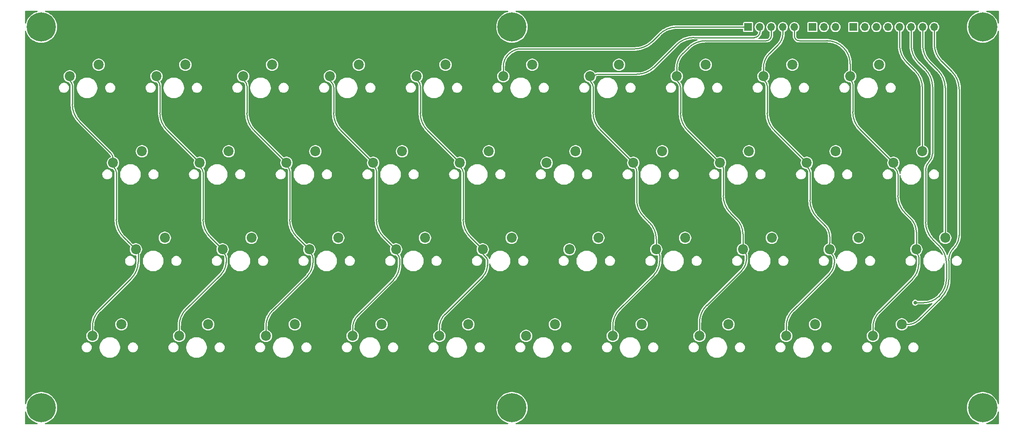
<source format=gbr>
%TF.GenerationSoftware,KiCad,Pcbnew,9.0.2*%
%TF.CreationDate,2025-07-24T10:59:42+01:00*%
%TF.ProjectId,ZX-81Keyboard_v1.1,5a582d38-314b-4657-9962-6f6172645f76,rev?*%
%TF.SameCoordinates,Original*%
%TF.FileFunction,Copper,L2,Bot*%
%TF.FilePolarity,Positive*%
%FSLAX46Y46*%
G04 Gerber Fmt 4.6, Leading zero omitted, Abs format (unit mm)*
G04 Created by KiCad (PCBNEW 9.0.2) date 2025-07-24 10:59:42*
%MOMM*%
%LPD*%
G01*
G04 APERTURE LIST*
%TA.AperFunction,ComponentPad*%
%ADD10C,2.200000*%
%TD*%
%TA.AperFunction,ComponentPad*%
%ADD11R,1.700000X1.700000*%
%TD*%
%TA.AperFunction,ComponentPad*%
%ADD12O,1.700000X1.700000*%
%TD*%
%TA.AperFunction,ConnectorPad*%
%ADD13C,6.400000*%
%TD*%
%TA.AperFunction,ComponentPad*%
%ADD14C,3.600000*%
%TD*%
%TA.AperFunction,ViaPad*%
%ADD15C,0.800000*%
%TD*%
%TA.AperFunction,Conductor*%
%ADD16C,0.250000*%
%TD*%
G04 APERTURE END LIST*
D10*
%TO.P,SW35,1,1*%
%TO.N,/KBA8*%
X124380000Y-95850000D03*
%TO.P,SW35,2,2*%
%TO.N,/KBD4*%
X118030000Y-98390000D03*
%TD*%
D11*
%TO.P,J1,1,Pin_1*%
%TO.N,/LED_A*%
X199980000Y-30400000D03*
D12*
%TO.P,J1,2,Pin_2*%
%TO.N,unconnected-(J1-Pad2)*%
X202520000Y-30400000D03*
%TO.P,J1,3,Pin_3*%
%TO.N,/LED_K*%
X205060000Y-30400000D03*
%TD*%
D10*
%TO.P,SW7,1,1*%
%TO.N,/KBA12*%
X157480000Y-38700000D03*
%TO.P,SW7,2,2*%
%TO.N,/KBD3*%
X151130000Y-41240000D03*
%TD*%
%TO.P,SW13,1,1*%
%TO.N,/KBA10*%
X90805000Y-57750000D03*
%TO.P,SW13,2,2*%
%TO.N,/KBD2*%
X84455000Y-60290000D03*
%TD*%
%TO.P,SW33,1,1*%
%TO.N,/KBA8*%
X86280000Y-95850000D03*
%TO.P,SW33,2,2*%
%TO.N,/KBD2*%
X79930000Y-98390000D03*
%TD*%
%TO.P,SW23,1,1*%
%TO.N,/KBA9*%
X95805000Y-76800000D03*
%TO.P,SW23,2,2*%
%TO.N,/KBD2*%
X89455000Y-79340000D03*
%TD*%
%TO.P,SW16,1,1*%
%TO.N,/KBA13*%
X147955000Y-57750000D03*
%TO.P,SW16,2,2*%
%TO.N,/KBD4*%
X141605000Y-60290000D03*
%TD*%
%TO.P,SW9,1,1*%
%TO.N,/KBA12*%
X195580000Y-38700000D03*
%TO.P,SW9,2,2*%
%TO.N,/KBD1*%
X189230000Y-41240000D03*
%TD*%
%TO.P,SW20,1,1*%
%TO.N,/KBA13*%
X224155000Y-57750000D03*
%TO.P,SW20,2,2*%
%TO.N,/KBD0*%
X217805000Y-60290000D03*
%TD*%
%TO.P,SW36,1,1*%
%TO.N,/KBA15*%
X143430000Y-95850000D03*
%TO.P,SW36,2,2*%
%TO.N,/KBD4*%
X137080000Y-98390000D03*
%TD*%
%TO.P,SW39,1,1*%
%TO.N,/KBA15*%
X200580000Y-95850000D03*
%TO.P,SW39,2,2*%
%TO.N,/KBD1*%
X194230000Y-98390000D03*
%TD*%
%TO.P,SW6,1,1*%
%TO.N,/KBA12*%
X138430000Y-38700000D03*
%TO.P,SW6,2,2*%
%TO.N,/KBD4*%
X132080000Y-41240000D03*
%TD*%
%TO.P,SW32,1,1*%
%TO.N,/KBA8*%
X67230000Y-95850000D03*
%TO.P,SW32,2,2*%
%TO.N,/KBD1*%
X60880000Y-98390000D03*
%TD*%
%TO.P,SW4,1,1*%
%TO.N,/KBA11*%
X100330000Y-38700000D03*
%TO.P,SW4,2,2*%
%TO.N,/KBD3*%
X93980000Y-41240000D03*
%TD*%
%TO.P,SW27,1,1*%
%TO.N,/KBA14*%
X172005000Y-76800000D03*
%TO.P,SW27,2,2*%
%TO.N,/KBD3*%
X165655000Y-79340000D03*
%TD*%
%TO.P,SW38,1,1*%
%TO.N,/KBA15*%
X181530000Y-95850000D03*
%TO.P,SW38,2,2*%
%TO.N,/KBD2*%
X175180000Y-98390000D03*
%TD*%
%TO.P,SW22,1,1*%
%TO.N,/KBA9*%
X76755000Y-76800000D03*
%TO.P,SW22,2,2*%
%TO.N,/KBD1*%
X70405000Y-79340000D03*
%TD*%
D13*
%TO.P,REF\u002A\u002A,1*%
%TO.N,N/C*%
X133980000Y-114200000D03*
D14*
X133980000Y-114200000D03*
%TD*%
D10*
%TO.P,SW28,1,1*%
%TO.N,/KBA14*%
X191055000Y-76800000D03*
%TO.P,SW28,2,2*%
%TO.N,/KBD2*%
X184705000Y-79340000D03*
%TD*%
%TO.P,SW30,1,1*%
%TO.N,/KBA14*%
X229155000Y-76800000D03*
%TO.P,SW30,2,2*%
%TO.N,/KBD0*%
X222805000Y-79340000D03*
%TD*%
D14*
%TO.P,REF\u002A\u002A,1*%
%TO.N,N/C*%
X133980000Y-30400000D03*
D13*
X133980000Y-30400000D03*
%TD*%
D10*
%TO.P,SW19,1,1*%
%TO.N,/KBA13*%
X205105000Y-57750000D03*
%TO.P,SW19,2,2*%
%TO.N,/KBD1*%
X198755000Y-60290000D03*
%TD*%
%TO.P,SW15,1,1*%
%TO.N,/KBA10*%
X128905000Y-57750000D03*
%TO.P,SW15,2,2*%
%TO.N,/KBD4*%
X122555000Y-60290000D03*
%TD*%
%TO.P,SW25,1,1*%
%TO.N,/KBA9*%
X133905000Y-76800000D03*
%TO.P,SW25,2,2*%
%TO.N,/KBD4*%
X127555000Y-79340000D03*
%TD*%
%TO.P,SW40,1,1*%
%TO.N,/KBA15*%
X219630000Y-95850000D03*
%TO.P,SW40,2,2*%
%TO.N,/KBD0*%
X213280000Y-98390000D03*
%TD*%
D14*
%TO.P,REF\u002A\u002A,1*%
%TO.N,N/C*%
X30580000Y-114200000D03*
D13*
X30580000Y-114200000D03*
%TD*%
D11*
%TO.P,J2,1,Pin_1*%
%TO.N,/KBA11*%
X208980000Y-30400000D03*
D12*
%TO.P,J2,2,Pin_2*%
%TO.N,/KBA10*%
X211520000Y-30400000D03*
%TO.P,J2,3,Pin_3*%
%TO.N,/KBA12*%
X214060000Y-30400000D03*
%TO.P,J2,4,Pin_4*%
%TO.N,/KBA9*%
X216600000Y-30400000D03*
%TO.P,J2,5,Pin_5*%
%TO.N,/KBA13*%
X219140000Y-30400000D03*
%TO.P,J2,6,Pin_6*%
%TO.N,/KBA8*%
X221680000Y-30400000D03*
%TO.P,J2,7,Pin_7*%
%TO.N,/KBA14*%
X224220000Y-30400000D03*
%TO.P,J2,8,Pin_8*%
%TO.N,/KBA15*%
X226760000Y-30400000D03*
%TD*%
D10*
%TO.P,SW18,1,1*%
%TO.N,/KBA13*%
X186055000Y-57750000D03*
%TO.P,SW18,2,2*%
%TO.N,/KBD2*%
X179705000Y-60290000D03*
%TD*%
D13*
%TO.P,REF\u002A\u002A,1*%
%TO.N,N/C*%
X237380000Y-114200000D03*
D14*
X237380000Y-114200000D03*
%TD*%
D10*
%TO.P,SW10,1,1*%
%TO.N,/KBA12*%
X214630000Y-38700000D03*
%TO.P,SW10,2,2*%
%TO.N,/KBD0*%
X208280000Y-41240000D03*
%TD*%
%TO.P,SW26,1,1*%
%TO.N,/KBA14*%
X152955000Y-76800000D03*
%TO.P,SW26,2,2*%
%TO.N,/KBD4*%
X146605000Y-79340000D03*
%TD*%
D13*
%TO.P,REF\u002A\u002A,1*%
%TO.N,N/C*%
X237380000Y-30400000D03*
D14*
X237380000Y-30400000D03*
%TD*%
D10*
%TO.P,SW21,1,1*%
%TO.N,/KBA9*%
X57705000Y-76800000D03*
%TO.P,SW21,2,2*%
%TO.N,/KBD0*%
X51355000Y-79340000D03*
%TD*%
%TO.P,SW2,1,1*%
%TO.N,/KBA11*%
X62230000Y-38700000D03*
%TO.P,SW2,2,2*%
%TO.N,/KBD1*%
X55880000Y-41240000D03*
%TD*%
D14*
%TO.P,REF\u002A\u002A,1*%
%TO.N,N/C*%
X30580000Y-30400000D03*
D13*
X30580000Y-30400000D03*
%TD*%
D10*
%TO.P,SW34,1,1*%
%TO.N,/KBA8*%
X105330000Y-95850000D03*
%TO.P,SW34,2,2*%
%TO.N,/KBD3*%
X98980000Y-98390000D03*
%TD*%
%TO.P,SW17,1,1*%
%TO.N,/KBA13*%
X167005000Y-57750000D03*
%TO.P,SW17,2,2*%
%TO.N,/KBD3*%
X160655000Y-60290000D03*
%TD*%
%TO.P,SW3,1,1*%
%TO.N,/KBA11*%
X81280000Y-38700000D03*
%TO.P,SW3,2,2*%
%TO.N,/KBD2*%
X74930000Y-41240000D03*
%TD*%
%TO.P,SW8,1,1*%
%TO.N,/KBA12*%
X176530000Y-38700000D03*
%TO.P,SW8,2,2*%
%TO.N,/KBD2*%
X170180000Y-41240000D03*
%TD*%
%TO.P,SW24,1,1*%
%TO.N,/KBA9*%
X114855000Y-76800000D03*
%TO.P,SW24,2,2*%
%TO.N,/KBD3*%
X108505000Y-79340000D03*
%TD*%
%TO.P,SW31,1,1*%
%TO.N,/KBA8*%
X48180000Y-95850000D03*
%TO.P,SW31,2,2*%
%TO.N,/KBD0*%
X41830000Y-98390000D03*
%TD*%
%TO.P,SW14,1,1*%
%TO.N,/KBA10*%
X109855000Y-57750000D03*
%TO.P,SW14,2,2*%
%TO.N,/KBD3*%
X103505000Y-60290000D03*
%TD*%
%TO.P,SW5,1,1*%
%TO.N,/KBA11*%
X119380000Y-38700000D03*
%TO.P,SW5,2,2*%
%TO.N,/KBD4*%
X113030000Y-41240000D03*
%TD*%
D11*
%TO.P,J3,1,Pin_1*%
%TO.N,/KBD4*%
X185880000Y-30400000D03*
D12*
%TO.P,J3,2,Pin_2*%
%TO.N,/KBD3*%
X188420000Y-30400000D03*
%TO.P,J3,3,Pin_3*%
%TO.N,/KBD2*%
X190960000Y-30400000D03*
%TO.P,J3,4,Pin_4*%
%TO.N,/KBD1*%
X193500000Y-30400000D03*
%TO.P,J3,5,Pin_5*%
%TO.N,/KBD0*%
X196040000Y-30400000D03*
%TD*%
D10*
%TO.P,SW37,1,1*%
%TO.N,/KBA15*%
X162480000Y-95850000D03*
%TO.P,SW37,2,2*%
%TO.N,/KBD3*%
X156130000Y-98390000D03*
%TD*%
%TO.P,SW12,1,1*%
%TO.N,/KBA10*%
X71755000Y-57750000D03*
%TO.P,SW12,2,2*%
%TO.N,/KBD1*%
X65405000Y-60290000D03*
%TD*%
%TO.P,SW11,1,1*%
%TO.N,/KBA10*%
X52705000Y-57750000D03*
%TO.P,SW11,2,2*%
%TO.N,/KBD0*%
X46355000Y-60290000D03*
%TD*%
%TO.P,SW1,1,1*%
%TO.N,/KBA11*%
X43180000Y-38700000D03*
%TO.P,SW1,2,2*%
%TO.N,/KBD0*%
X36830000Y-41240000D03*
%TD*%
%TO.P,SW29,1,1*%
%TO.N,/KBA14*%
X210105000Y-76800000D03*
%TO.P,SW29,2,2*%
%TO.N,/KBD1*%
X203755000Y-79340000D03*
%TD*%
D15*
%TO.N,/KBA8*%
X222560000Y-91062000D03*
%TD*%
D16*
%TO.N,/KBA13*%
X219140000Y-34334036D02*
X219140000Y-30400000D01*
X220733792Y-38181792D02*
X222561207Y-40009207D01*
X224155000Y-43856963D02*
X224155000Y-57750000D01*
X219140000Y-34334036D02*
G75*
G03*
X220733800Y-38181784I5441600J36D01*
G01*
X224155000Y-43856963D02*
G75*
G03*
X222561199Y-40009215I-5441600J-37D01*
G01*
%TO.N,/KBA8*%
X224846000Y-61913630D02*
X224846000Y-73314036D01*
X223273792Y-38181792D02*
X224776207Y-39684207D01*
X227893999Y-89537999D02*
X227717038Y-89714961D01*
X226370000Y-43531963D02*
X226370000Y-58234369D01*
X221680000Y-34334036D02*
X221680000Y-30400000D01*
X229418000Y-82393963D02*
X229418000Y-85858738D01*
X222560000Y-91062000D02*
X224465000Y-91062000D01*
X227824207Y-78546207D02*
X226439792Y-77161792D01*
X224776207Y-39684207D02*
G75*
G02*
X226370011Y-43531963I-3847807J-3847793D01*
G01*
X226439792Y-77161792D02*
G75*
G02*
X224845989Y-73314036I3847808J3847792D01*
G01*
X223273792Y-38181792D02*
G75*
G02*
X221679989Y-34334036I3847808J3847792D01*
G01*
X229418000Y-82393963D02*
G75*
G03*
X227824199Y-78546215I-5441600J-37D01*
G01*
X227893999Y-89537999D02*
G75*
G03*
X229418015Y-85858738I-3679299J3679299D01*
G01*
X225608000Y-60074000D02*
G75*
G03*
X226369987Y-58234369I-1839600J1839600D01*
G01*
X224465000Y-91062000D02*
G75*
G03*
X227717043Y-89714966I0J4599100D01*
G01*
X224846000Y-61913630D02*
G75*
G02*
X225607991Y-60073991I2601600J30D01*
G01*
%TO.N,/KBA14*%
X224220000Y-34334036D02*
X224220000Y-30400000D01*
X229155000Y-43776963D02*
X229155000Y-76800000D01*
X227561207Y-39929207D02*
X225813792Y-38181792D01*
X227561207Y-39929207D02*
G75*
G02*
X229155011Y-43776963I-3847807J-3847793D01*
G01*
X224220000Y-34334036D02*
G75*
G03*
X225813800Y-38181784I5441600J36D01*
G01*
%TO.N,/KBA15*%
X226760000Y-34080036D02*
X226760000Y-30400000D01*
X232212000Y-76237553D02*
X232212000Y-44039963D01*
X229926000Y-81756446D02*
X229926000Y-86014036D01*
X220987000Y-95850000D02*
X219630000Y-95850000D01*
X230618207Y-40192207D02*
X228353792Y-37927792D01*
X228332207Y-89861792D02*
X223303543Y-94890456D01*
X228332207Y-89861792D02*
G75*
G03*
X229926010Y-86014036I-3847807J3847792D01*
G01*
X223303543Y-94890456D02*
G75*
G02*
X220987000Y-95849996I-2316543J2316556D01*
G01*
X226760000Y-34080036D02*
G75*
G03*
X228353800Y-37927784I5441600J36D01*
G01*
X232212000Y-76237553D02*
G75*
G02*
X231068984Y-78996984I-3902500J53D01*
G01*
X230618207Y-40192207D02*
G75*
G02*
X232212011Y-44039963I-3847807J-3847793D01*
G01*
X231069000Y-78997000D02*
G75*
G03*
X229926019Y-81756446I2759400J-2759400D01*
G01*
%TO.N,/KBD4*%
X127555000Y-79862347D02*
X127555000Y-79340000D01*
X128236250Y-81056250D02*
X128430000Y-81250000D01*
X124839792Y-76624792D02*
X127275339Y-79060339D01*
X118030000Y-96620000D02*
X118030000Y-98390000D01*
X132080000Y-39126345D02*
X132080000Y-41240000D01*
X166386207Y-31993792D02*
X164773792Y-33606206D01*
X128023750Y-80843750D02*
X128236250Y-81056250D01*
X122862945Y-61468945D02*
X122900500Y-61506500D01*
X136006345Y-35200000D02*
X160926036Y-35200000D01*
X128580000Y-81612132D02*
X128580000Y-82850000D01*
X128023750Y-80843750D02*
X127917500Y-80737500D01*
X123246000Y-72777036D02*
X123246000Y-62340610D01*
X119281579Y-93598420D02*
X127554695Y-85325304D01*
X113848000Y-49329036D02*
X113848000Y-43380413D01*
X113030000Y-41612000D02*
X113030000Y-41240000D01*
X170233963Y-30400000D02*
X185880000Y-30400000D01*
X113293043Y-42247043D02*
X113439000Y-42393000D01*
X115441792Y-53176792D02*
X122247054Y-59982054D01*
X115441792Y-53176792D02*
G75*
G02*
X113847989Y-49329036I3847808J3847792D01*
G01*
X166386207Y-31993792D02*
G75*
G02*
X170233963Y-30399959I3847793J-3847708D01*
G01*
X164773792Y-33606206D02*
G75*
G02*
X160926036Y-35200010I-3847792J3847806D01*
G01*
X132080000Y-39126345D02*
G75*
G02*
X133229987Y-36349987I3926300J45D01*
G01*
X113848000Y-43380413D02*
G75*
G03*
X113439004Y-42392996I-1396400J13D01*
G01*
X113293043Y-42247043D02*
G75*
G02*
X113030004Y-41612000I635057J635043D01*
G01*
X128580000Y-81612132D02*
G75*
G03*
X128430009Y-81249991I-512100J32D01*
G01*
X128580000Y-82850000D02*
G75*
G02*
X127554693Y-85325302I-3500600J0D01*
G01*
X123246000Y-72777036D02*
G75*
G03*
X124839800Y-76624784I5441600J36D01*
G01*
X136006345Y-35200000D02*
G75*
G03*
X133229987Y-36349987I-45J-3926300D01*
G01*
X122862945Y-61468945D02*
G75*
G02*
X122555003Y-60725500I743455J743445D01*
G01*
X122555000Y-60725500D02*
G75*
G03*
X122247056Y-59982052I-1051400J0D01*
G01*
X118030000Y-96620000D02*
G75*
G02*
X119281592Y-93598433I4273100J0D01*
G01*
X122900500Y-61506500D02*
G75*
G02*
X123245996Y-62340610I-834100J-834100D01*
G01*
X127555000Y-79862347D02*
G75*
G03*
X127917535Y-80737465I1237600J47D01*
G01*
%TO.N,/KBD3*%
X165680000Y-77107500D02*
X165680000Y-79297322D01*
X162973792Y-72193792D02*
X164119061Y-73339061D01*
X107928961Y-86059038D02*
X100175717Y-93812282D01*
X160448171Y-60083171D02*
X153373792Y-53008792D01*
X165225792Y-39176207D02*
X170108206Y-34293792D01*
X151780000Y-43459619D02*
X151780000Y-49161036D01*
X104196000Y-62086610D02*
X104196000Y-72777036D01*
X98980000Y-96699000D02*
X98980000Y-98390000D01*
X188480816Y-31399184D02*
X188480816Y-30624420D01*
X109276000Y-82807000D02*
X109276000Y-81447179D01*
X161017500Y-61237500D02*
X160861828Y-61081828D01*
X94798000Y-43634413D02*
X94798000Y-49329036D01*
X151130000Y-41890380D02*
X151130000Y-41240000D01*
X108225339Y-79060339D02*
X105789792Y-76624792D01*
X96391792Y-53176792D02*
X103286857Y-60071857D01*
X156130000Y-96191000D02*
X156130000Y-98390000D01*
X166426000Y-81903500D02*
X166426000Y-80656179D01*
X94389000Y-42647000D02*
X94332846Y-42590846D01*
X161378036Y-40770000D02*
X152788340Y-40770000D01*
X108890500Y-80516500D02*
X108784660Y-80410660D01*
X173955962Y-32700000D02*
X187180000Y-32700000D01*
X93980000Y-41739000D02*
X93980000Y-41240000D01*
X166040500Y-79725500D02*
X165667500Y-79352500D01*
X151653659Y-41240000D02*
X151051816Y-41240000D01*
X161380000Y-62112652D02*
X161380000Y-68346036D01*
X157684927Y-92437072D02*
X165158511Y-84963488D01*
X104196000Y-62086610D02*
G75*
G03*
X103850503Y-61252497I-1179600J10D01*
G01*
X165158511Y-84963488D02*
G75*
G03*
X166425993Y-81903500I-3060011J3059988D01*
G01*
X94389000Y-42647000D02*
G75*
G02*
X94797994Y-43634413I-987400J-987400D01*
G01*
X151780000Y-49161036D02*
G75*
G03*
X153373800Y-53008784I5441600J36D01*
G01*
X157684927Y-92437072D02*
G75*
G03*
X156129983Y-96191000I3753873J-3753928D01*
G01*
X165680000Y-77107500D02*
G75*
G03*
X164119066Y-73339056I-5329400J0D01*
G01*
X151455000Y-42675000D02*
G75*
G02*
X151130008Y-41890380I784600J784600D01*
G01*
X93980000Y-41739000D02*
G75*
G03*
X94332844Y-42590848I1204700J0D01*
G01*
X165667500Y-79327500D02*
G75*
G03*
X165667500Y-79352500I12500J-12500D01*
G01*
X151780000Y-43459619D02*
G75*
G03*
X151455006Y-42674994I-1109600J19D01*
G01*
X166040500Y-79725500D02*
G75*
G02*
X166426009Y-80656179I-930700J-930700D01*
G01*
X108784660Y-80410660D02*
G75*
G02*
X108504994Y-79735500I675140J675160D01*
G01*
X96391792Y-53176792D02*
G75*
G02*
X94797989Y-49329036I3847808J3847792D01*
G01*
X108225339Y-79060339D02*
G75*
G02*
X108505006Y-79735500I-675139J-675161D01*
G01*
X161378036Y-40770000D02*
G75*
G03*
X165225785Y-39176200I-36J5441600D01*
G01*
X160861828Y-61081828D02*
G75*
G02*
X160654983Y-60582500I499272J499328D01*
G01*
X98980000Y-96699000D02*
G75*
G02*
X100175725Y-93812290I4082400J0D01*
G01*
X173955962Y-32700000D02*
G75*
G03*
X170108235Y-34293821I38J-5441500D01*
G01*
X162973792Y-72193792D02*
G75*
G02*
X161379989Y-68346036I3847808J3847792D01*
G01*
X161017500Y-61237500D02*
G75*
G02*
X161380020Y-62112652I-875200J-875200D01*
G01*
X151653659Y-41240000D02*
G75*
G03*
X152221032Y-41005032I41J802400D01*
G01*
X104196000Y-72777036D02*
G75*
G03*
X105789800Y-76624784I5441600J36D01*
G01*
X188480816Y-31399184D02*
G75*
G02*
X188099824Y-32319008I-1300816J-16D01*
G01*
X152788340Y-40770000D02*
G75*
G03*
X152220988Y-41004988I-40J-802300D01*
G01*
X108890500Y-80516500D02*
G75*
G02*
X109276009Y-81447179I-930700J-930700D01*
G01*
X165667500Y-79327500D02*
G75*
G03*
X165680009Y-79297322I-30200J30200D01*
G01*
X188099816Y-32319000D02*
G75*
G02*
X187180000Y-32700005I-919816J919800D01*
G01*
X109276000Y-82807000D02*
G75*
G02*
X107928966Y-86059043I-4599100J0D01*
G01*
%TO.N,/KBD2*%
X170180000Y-41264718D02*
X170180000Y-41297062D01*
X177171782Y-57756782D02*
X177401215Y-57986215D01*
X181989792Y-71319792D02*
X183347396Y-72677396D01*
X179121968Y-59706968D02*
X179165156Y-59750156D01*
X179531237Y-60116237D02*
X179530562Y-60115562D01*
X170180000Y-41697069D02*
X170180000Y-41698219D01*
X170180000Y-41673058D02*
X170180000Y-41674550D01*
X178838548Y-59423548D02*
X178830451Y-59415451D01*
X179035592Y-59620592D02*
X179078780Y-59663780D01*
X170180000Y-41636851D02*
X170180000Y-41637101D01*
X179432038Y-60017038D02*
X179432713Y-60017713D01*
X175559000Y-56144000D02*
X172591792Y-53176792D01*
X170180000Y-41332402D02*
X170180000Y-41370971D01*
X170180000Y-41331403D02*
X170180000Y-41332402D01*
X170180000Y-39405513D02*
X170180000Y-39412232D01*
X170180000Y-41721768D02*
X170180000Y-41722141D01*
X170180000Y-41737537D02*
X170180000Y-41738512D01*
X170180000Y-40434624D02*
X170180000Y-40447561D01*
X170180000Y-41433181D02*
X170180000Y-41434673D01*
X170180000Y-41297062D02*
X170180000Y-41305398D01*
X170180000Y-41143151D02*
X170180000Y-41144892D01*
X170180000Y-40580907D02*
X170180000Y-40591845D01*
X170180000Y-39519732D02*
X170180000Y-39526451D01*
X170180000Y-41125457D02*
X170180000Y-41128475D01*
X170180000Y-41113536D02*
X170180000Y-41116403D01*
X170180000Y-39418112D02*
X170180000Y-39423151D01*
X170180000Y-40359500D02*
X170180000Y-40363500D01*
X179431363Y-60016363D02*
X179423940Y-60008940D01*
X170180000Y-41084445D02*
X170180000Y-41087746D01*
X179505255Y-60090255D02*
X179508967Y-60093967D01*
X170180000Y-40407749D02*
X170180000Y-40408749D01*
X170180000Y-39493697D02*
X170180000Y-39502096D01*
X170180000Y-39539889D02*
X170180000Y-39553327D01*
X170180000Y-40831248D02*
X170180000Y-40837375D01*
X170180000Y-40906770D02*
X170180000Y-40918341D01*
X170180000Y-41122288D02*
X170180000Y-41125457D01*
X170180000Y-40940116D02*
X170180000Y-40941483D01*
X179525499Y-60110499D02*
X179528198Y-60113198D01*
X170180000Y-41031547D02*
X170180000Y-41033914D01*
X170180000Y-41651596D02*
X170180000Y-41637101D01*
X170180000Y-40347500D02*
X170180000Y-40351500D01*
X170180000Y-40931280D02*
X170180000Y-40929912D01*
X170180000Y-41699153D02*
X170180000Y-41700087D01*
X170180000Y-41073726D02*
X170180000Y-41074727D01*
X170180000Y-41069991D02*
X170180000Y-41064523D01*
X170180000Y-41445562D02*
X170180000Y-41450166D01*
X170180000Y-40979771D02*
X170180000Y-40975353D01*
X179409769Y-59994769D02*
X179423940Y-60008940D01*
X170180000Y-41171275D02*
X170180000Y-41194699D01*
X178808857Y-59393857D02*
X178830451Y-59415451D01*
X75193043Y-42247043D02*
X75339000Y-42393000D01*
X170180000Y-41726900D02*
X170180000Y-41727708D01*
X170180000Y-41076461D02*
X170180000Y-41078195D01*
X177744016Y-58329016D02*
X177746716Y-58331716D01*
X170180000Y-41690601D02*
X170180000Y-41693835D01*
X170180000Y-40408749D02*
X170180000Y-40432624D01*
X170180000Y-40931280D02*
X170180000Y-40940116D01*
X86739792Y-76624792D02*
X89265141Y-79150141D01*
X175559000Y-56144000D02*
X176250000Y-56835000D01*
X170180000Y-41469262D02*
X170180000Y-41475231D01*
X170180000Y-40433624D02*
X170180000Y-40434624D01*
X178412072Y-58997072D02*
X178417470Y-59002470D01*
X170180000Y-40270374D02*
X170180000Y-40271374D01*
X178475841Y-59060841D02*
X178479215Y-59064215D01*
X170180000Y-40432624D02*
X170180000Y-40433624D01*
X170180000Y-41656199D02*
X170180000Y-41660802D01*
X170180000Y-41583351D02*
X170180000Y-41584067D01*
X170180000Y-41636601D02*
X170180000Y-41628515D01*
X179468814Y-60053814D02*
X179463413Y-60048413D01*
X170180000Y-41736697D02*
X170180000Y-41737537D01*
X177487590Y-58072590D02*
X177401215Y-57986215D01*
X178306803Y-58891803D02*
X178317600Y-58902600D01*
X190960000Y-32280723D02*
X190960000Y-30400000D01*
X170180000Y-40953685D02*
X170180000Y-40959154D01*
X170180000Y-40697873D02*
X170180000Y-40703974D01*
X170180000Y-40953685D02*
X170180000Y-40951109D01*
X178231226Y-58816226D02*
X178285210Y-58870210D01*
X170180000Y-40877528D02*
X170180000Y-40872085D01*
X170180000Y-41575883D02*
X170180000Y-41579617D01*
X170180000Y-41105917D02*
X170180000Y-41111952D01*
X178789961Y-59374961D02*
X178795360Y-59380360D01*
X170180000Y-41599868D02*
X170180000Y-41607895D01*
X170180000Y-40877528D02*
X170180000Y-40896567D01*
X170180000Y-41722514D02*
X170180000Y-41726900D01*
X170180000Y-41074727D02*
X170180000Y-41076461D01*
X178560530Y-59145530D02*
X178588872Y-59173872D01*
X184705000Y-75954941D02*
X184705000Y-79340000D01*
X170180000Y-40364141D02*
X170180000Y-40366859D01*
X170180000Y-39921000D02*
X170180000Y-39924000D01*
X178090866Y-58675866D02*
X178125956Y-58710956D01*
X170180000Y-41305398D02*
X170180000Y-41321070D01*
X170180000Y-41719839D02*
X170180000Y-41721768D01*
X170180000Y-40950477D02*
X170180000Y-40950793D01*
X170180000Y-39508814D02*
X170180000Y-39510493D01*
X170180000Y-41573799D02*
X170180000Y-41574233D01*
X170180000Y-41579617D02*
X170180000Y-41583351D01*
X178838548Y-59423548D02*
X178843947Y-59428947D01*
X170180000Y-40761827D02*
X170180000Y-40773397D01*
X170180000Y-40855756D02*
X170180000Y-40858490D01*
X170180000Y-40351500D02*
X170180000Y-40355500D01*
X170180000Y-41584067D02*
X170180000Y-41586368D01*
X170180000Y-40959154D02*
X170180000Y-40964623D01*
X179460715Y-60045715D02*
X179463413Y-60048413D01*
X170180000Y-40198686D02*
X170180000Y-40227561D01*
X170180000Y-40321014D02*
X170180000Y-40300249D01*
X170180000Y-41612093D02*
X170180000Y-41628515D01*
X170180000Y-41591841D02*
X170180000Y-41599868D01*
X170180000Y-41573365D02*
X170180000Y-41571064D01*
X170180000Y-40837375D02*
X170180000Y-40846895D01*
X170180000Y-40548093D02*
X170180000Y-40501311D01*
X178486300Y-59071300D02*
X178479215Y-59064215D01*
X170180000Y-41078195D02*
X170180000Y-41079929D01*
X179251532Y-59836532D02*
X179294718Y-59879718D01*
X170180000Y-41722141D02*
X170180000Y-41722514D01*
X170180000Y-40863933D02*
X170180000Y-40872085D01*
X177780795Y-58365795D02*
X177835453Y-58420453D01*
X170180000Y-41050586D02*
X170180000Y-41057055D01*
X170180000Y-40270374D02*
X170180000Y-40256436D01*
X170180000Y-40364141D02*
X170180000Y-40363500D01*
X178992404Y-59577404D02*
X179035592Y-59620592D01*
X170180000Y-39439947D02*
X170180000Y-39449185D01*
X170180000Y-40973669D02*
X170180000Y-40975353D01*
X170180000Y-41668582D02*
X170180000Y-41667772D01*
X179452618Y-60037618D02*
X179458017Y-60043017D01*
X170180000Y-41651596D02*
X170180000Y-41656199D01*
X178425567Y-59010567D02*
X178436364Y-59021364D01*
X170180000Y-39904187D02*
X170180000Y-39915000D01*
X170180000Y-40703974D02*
X170180000Y-40710075D01*
X179471514Y-60056514D02*
X179474214Y-60059214D01*
X170180000Y-41141410D02*
X170180000Y-41143151D01*
X170180000Y-41370971D02*
X170180000Y-41389385D01*
X179487373Y-60072373D02*
X179490747Y-60075747D01*
X170180000Y-40850288D02*
X170180000Y-40846895D01*
X179474214Y-60059214D02*
X179476914Y-60061914D01*
X170180000Y-41660802D02*
X170180000Y-41664660D01*
X170180000Y-40022500D02*
X170180000Y-40026500D01*
X178795360Y-59380360D02*
X178800759Y-59385759D01*
X170180000Y-41729791D02*
X170180000Y-41728516D01*
X179518414Y-60103414D02*
X179519089Y-60104089D01*
X178949216Y-59534216D02*
X178992404Y-59577404D01*
X170180000Y-40406749D02*
X170180000Y-40407749D01*
X170180000Y-41007671D02*
X170180000Y-41019609D01*
X170180000Y-41670074D02*
X170180000Y-41671566D01*
X170180000Y-41321070D02*
X170180000Y-41328406D01*
X170180000Y-39485298D02*
X170180000Y-39493697D01*
X170180000Y-41069991D02*
X170180000Y-41073726D01*
X170180000Y-41458261D02*
X170180000Y-41457325D01*
X178436364Y-59021364D02*
X178447161Y-59032161D01*
X170180000Y-40088062D02*
X170180000Y-40074750D01*
X170180000Y-41734207D02*
X170180000Y-41733150D01*
X178789961Y-59374961D02*
X178776465Y-59361465D01*
X89644858Y-80066858D02*
X89840500Y-80262500D01*
X177746716Y-58331716D02*
X177749416Y-58334416D01*
X170180000Y-40088062D02*
X170180000Y-40109687D01*
X179529212Y-60114212D02*
X179529887Y-60114887D01*
X179483999Y-60068999D02*
X179481975Y-60066975D01*
X170180000Y-41727708D02*
X170180000Y-41728516D01*
X179512341Y-60097341D02*
X179515715Y-60100715D01*
X170180000Y-40298249D02*
X170180000Y-40299249D01*
X170180000Y-41060789D02*
X170180000Y-41064523D01*
X170180000Y-40941483D02*
X170180000Y-40947584D01*
X170180000Y-40118000D02*
X170180000Y-40123000D01*
X170180000Y-40138000D02*
X170180000Y-40198686D01*
X177660340Y-58245340D02*
X177717024Y-58302024D01*
X178125956Y-58710956D02*
X178142152Y-58727152D01*
X170180000Y-39414752D02*
X170180000Y-39416432D01*
X177056053Y-57641053D02*
X176940662Y-57525662D01*
X179508967Y-60093967D02*
X179512341Y-60097341D01*
X178506545Y-59091545D02*
X178503845Y-59088845D01*
X178906027Y-59491027D02*
X178949216Y-59534216D01*
X170180000Y-41475231D02*
X170180000Y-41481200D01*
X170180000Y-39560046D02*
X170180000Y-39566765D01*
X170180000Y-40592477D02*
X170180000Y-40604679D01*
X170180000Y-39526451D02*
X170180000Y-39533170D01*
X178717081Y-59302081D02*
X178744074Y-59329074D01*
X170180000Y-39629754D02*
X170180000Y-39631433D01*
X170180000Y-41033914D02*
X170180000Y-41050586D01*
X170180000Y-41711377D02*
X170180000Y-41715608D01*
X179476914Y-60061914D02*
X179479614Y-60064614D01*
X170180000Y-39879562D02*
X170180000Y-39904187D01*
X170180000Y-40366859D02*
X170180000Y-40369577D01*
X170180000Y-39507135D02*
X170180000Y-39508814D01*
X170180000Y-39384518D02*
X170180000Y-39386198D01*
X171493804Y-36210195D02*
X172706207Y-34997792D01*
X170180000Y-40123000D02*
X170180000Y-40128000D01*
X170180000Y-41329405D02*
X170180000Y-41330404D01*
X179531912Y-60116912D02*
X179532250Y-60117250D01*
X179468814Y-60053814D02*
X179471514Y-60056514D01*
X170180000Y-41407799D02*
X170180000Y-41416260D01*
X170180000Y-40447561D02*
X170180000Y-40474436D01*
X170180000Y-41445562D02*
X170180000Y-41436165D01*
X178862841Y-59447841D02*
X178873637Y-59458637D01*
X170180000Y-40986923D02*
X170180000Y-40994075D01*
X170180000Y-40374295D02*
X170180000Y-40381014D01*
X178532188Y-59117188D02*
X178560530Y-59145530D01*
X170180000Y-41210019D02*
X170180000Y-41214584D01*
X178368885Y-58953885D02*
X178328397Y-58913397D01*
X179519089Y-60104089D02*
X179520101Y-60105101D01*
X170180000Y-40906770D02*
X170180000Y-40896567D01*
X170180000Y-39502096D02*
X170180000Y-39507135D01*
X170180000Y-39449185D02*
X170180000Y-39476060D01*
X170180000Y-40971985D02*
X170180000Y-40973669D01*
X177752116Y-58337116D02*
X177754816Y-58339816D01*
X170180000Y-40858490D02*
X170180000Y-40861224D01*
X177780795Y-58365795D02*
X177754816Y-58339816D01*
X178368885Y-58953885D02*
X178385080Y-58970080D01*
X179483999Y-60068999D02*
X179487373Y-60072373D01*
X170180000Y-41481200D02*
X170180000Y-41487169D01*
X178588872Y-59173872D02*
X178636108Y-59221108D01*
X170180000Y-41057055D02*
X170180000Y-41060789D01*
X170180000Y-41454087D02*
X170180000Y-41457325D01*
X170180000Y-41668582D02*
X170180000Y-41670074D01*
X170180000Y-41079929D02*
X170180000Y-41081663D01*
X170180000Y-41562728D02*
X170180000Y-41558343D01*
X170180000Y-40950793D02*
X170180000Y-40951109D01*
X178177242Y-58762242D02*
X178158348Y-58743348D01*
X170180000Y-40918341D02*
X170180000Y-40929912D01*
X179337904Y-59922904D02*
X179381090Y-59966090D01*
X170180000Y-41562728D02*
X170180000Y-41566896D01*
X170180000Y-39918000D02*
X170180000Y-39921000D01*
X170180000Y-40271374D02*
X170180000Y-40272374D01*
X170180000Y-40761827D02*
X170180000Y-40710075D01*
X179479614Y-60064614D02*
X179480627Y-60065627D01*
X170180000Y-40604679D02*
X170180000Y-40616249D01*
X170180000Y-40328233D02*
X170180000Y-40335452D01*
X178457958Y-59042958D02*
X178468755Y-59053755D01*
X170180000Y-41122137D02*
X170180000Y-41122288D01*
X177487590Y-58072590D02*
X177544273Y-58129273D01*
X170180000Y-41574233D02*
X170180000Y-41575883D01*
X170180000Y-40784967D02*
X170180000Y-40796537D01*
X75748000Y-49329036D02*
X75748000Y-43380413D01*
X177660340Y-58245340D02*
X177600956Y-58185956D01*
X170180000Y-41328406D02*
X170180000Y-41329405D01*
X177717024Y-58302024D02*
X177744016Y-58329016D01*
X179529887Y-60114887D02*
X179530562Y-60115562D01*
X178317600Y-58902600D02*
X178328397Y-58913397D01*
X170180000Y-39553327D02*
X170180000Y-39560046D01*
X170180000Y-41137679D02*
X170180000Y-41141410D01*
X179531237Y-60116237D02*
X179531912Y-60116912D01*
X170180000Y-41019609D02*
X170180000Y-41031547D01*
X170180000Y-39566765D02*
X170180000Y-39580203D01*
X170180000Y-40026500D02*
X170180000Y-40074750D01*
X177056728Y-57641728D02*
X177057403Y-57642403D01*
X170180000Y-41111952D02*
X170180000Y-41113536D01*
X170180000Y-39686863D02*
X170180000Y-39722137D01*
X170180000Y-40950477D02*
X170180000Y-40947584D01*
X170180000Y-39973250D02*
X170180000Y-40022500D01*
X176710554Y-57295554D02*
X176940662Y-57525662D01*
X179458017Y-60043017D02*
X179460715Y-60045715D01*
X170180000Y-41116403D02*
X170180000Y-41119270D01*
X170180000Y-39853437D02*
X170180000Y-39879562D01*
X170180000Y-41735452D02*
X170180000Y-41736697D01*
X170180000Y-39798187D02*
X170180000Y-39825812D01*
X170180000Y-41231374D02*
X170180000Y-41248164D01*
X177056053Y-57641053D02*
X177056728Y-57641728D01*
X170180000Y-40109687D02*
X170180000Y-40118000D01*
X170180000Y-40994075D02*
X170180000Y-41007671D01*
X77341792Y-53176792D02*
X84236857Y-60071857D01*
X170180000Y-40298249D02*
X170180000Y-40272374D01*
X170180000Y-40964623D02*
X170180000Y-40970092D01*
X170180000Y-40321014D02*
X170180000Y-40328233D01*
X170180000Y-39533170D02*
X170180000Y-39539889D01*
X178285210Y-58870210D02*
X178306803Y-58891803D01*
X170180000Y-41671566D02*
X170180000Y-41673058D01*
X178636108Y-59221108D02*
X178663099Y-59248099D01*
X179439123Y-60024123D02*
X179452618Y-60037618D01*
X170180000Y-39398795D02*
X170180000Y-39405513D01*
X170180000Y-41698219D02*
X170180000Y-41699153D01*
X170180000Y-40474436D02*
X170180000Y-40501311D01*
X170180000Y-40355500D02*
X170180000Y-40359500D01*
X170180000Y-41607895D02*
X170180000Y-41612093D01*
X170180000Y-39416432D02*
X170180000Y-39418112D01*
X170589000Y-42647000D02*
X170532846Y-42590846D01*
X178744074Y-59329074D02*
X178776465Y-59361465D01*
X170180000Y-40651592D02*
X170180000Y-40691772D01*
X179480627Y-60065627D02*
X179481301Y-60066301D01*
X170180000Y-39915000D02*
X170180000Y-39918000D01*
X178486300Y-59071300D02*
X178503845Y-59088845D01*
X89058566Y-85117433D02*
X81395125Y-92780874D01*
X170180000Y-40592477D02*
X170180000Y-40591845D01*
X170180000Y-41674550D02*
X170180000Y-41687367D01*
X170180000Y-41545405D02*
X170180000Y-41558343D01*
X179165156Y-59750156D02*
X179208343Y-59793343D01*
X178532188Y-59117188D02*
X178529489Y-59114489D01*
X170180000Y-41151853D02*
X170180000Y-41161564D01*
X170180000Y-41687367D02*
X170180000Y-41690601D01*
X170180000Y-39392077D02*
X170180000Y-39398795D01*
X170180000Y-40347500D02*
X170180000Y-40347109D01*
X170180000Y-41715608D02*
X170180000Y-41719839D01*
X170180000Y-39386198D02*
X170180000Y-39387878D01*
X170180000Y-39631433D02*
X170180000Y-39633112D01*
X178385080Y-58970080D02*
X178401275Y-58986275D01*
X170180000Y-39937062D02*
X170180000Y-39960187D01*
X170180000Y-39423151D02*
X170180000Y-39431549D01*
X170180000Y-41419244D02*
X170180000Y-41433181D01*
X170180000Y-41664660D02*
X170180000Y-41667772D01*
X179522800Y-60107800D02*
X179525499Y-60110499D01*
X170180000Y-39387878D02*
X170180000Y-39389558D01*
X177057403Y-57642403D02*
X177171782Y-57756782D01*
X177544273Y-58129273D02*
X177600956Y-58185956D01*
X170180000Y-40299249D02*
X170180000Y-40300249D01*
X170180000Y-41702171D02*
X170180000Y-41707273D01*
X178142152Y-58727152D02*
X178158348Y-58743348D01*
X170180000Y-41091914D02*
X170180000Y-41096082D01*
X170180000Y-39973250D02*
X170180000Y-39960187D01*
X177864132Y-58449132D02*
X177976149Y-58561149D01*
X178506545Y-59091545D02*
X178529489Y-59114489D01*
X170180000Y-40559031D02*
X170180000Y-40569969D01*
X170180000Y-39382839D02*
X170180000Y-39382000D01*
X170180000Y-40861224D02*
X170180000Y-40863933D01*
X176773792Y-91636207D02*
X184477918Y-83932081D01*
X189836723Y-33404000D02*
X176553963Y-33404000D01*
X170180000Y-39382839D02*
X170180000Y-39384518D01*
X170180000Y-41519529D02*
X170180000Y-41532467D01*
X170180000Y-39651589D02*
X170180000Y-39633112D01*
X170180000Y-39580203D02*
X170180000Y-39613797D01*
X170180000Y-41128475D02*
X170180000Y-41137679D01*
X179517739Y-60102739D02*
X179515715Y-60100715D01*
X179431363Y-60016363D02*
X179432038Y-60017038D01*
X170180000Y-39392077D02*
X170180000Y-39389558D01*
X170180000Y-41463293D02*
X170180000Y-41460991D01*
X170180000Y-41434673D02*
X170180000Y-41436165D01*
X178472467Y-59057467D02*
X178468755Y-59053755D01*
X179208343Y-59793343D02*
X179251532Y-59836532D01*
X178808857Y-59393857D02*
X178800759Y-59385759D01*
X74930000Y-41612000D02*
X74930000Y-41240000D01*
X170180000Y-39412232D02*
X170180000Y-39414752D01*
X178876336Y-59461336D02*
X178892531Y-59477531D01*
X170180000Y-39651589D02*
X170180000Y-39686863D01*
X178690090Y-59275090D02*
X178717081Y-59302081D01*
X170180000Y-39927000D02*
X170180000Y-39937062D01*
X170180000Y-40691772D02*
X170180000Y-40697873D01*
X170180000Y-40381014D02*
X170180000Y-40387733D01*
X170180000Y-41450166D02*
X170180000Y-41450849D01*
X170180000Y-40548093D02*
X170180000Y-40559031D01*
X179528198Y-60113198D02*
X179529212Y-60114212D01*
X170180000Y-41248164D02*
X170180000Y-41264718D01*
X170180000Y-41729791D02*
X170180000Y-41733150D01*
X179294718Y-59879718D02*
X179337904Y-59922904D01*
X170180000Y-41734207D02*
X170180000Y-41735452D01*
X178852045Y-59437045D02*
X178862841Y-59447841D01*
X179481301Y-60066301D02*
X179481975Y-60066975D01*
X170180000Y-40970092D02*
X170180000Y-40971985D01*
X170180000Y-39924000D02*
X170180000Y-39927000D01*
X178004491Y-58589491D02*
X178090866Y-58675866D01*
X170180000Y-40853022D02*
X170180000Y-40855756D01*
X170180000Y-40128000D02*
X170180000Y-40133000D01*
X170180000Y-41194699D02*
X170180000Y-41202359D01*
X170180000Y-41573365D02*
X170180000Y-41573799D01*
X170180000Y-40979771D02*
X170180000Y-40986923D01*
X178412072Y-58997072D02*
X178401275Y-58986275D01*
X176250000Y-56835000D02*
X176480446Y-57065446D01*
X170180000Y-40850288D02*
X170180000Y-40853022D01*
X170180000Y-39510493D02*
X170180000Y-39513013D01*
X179494458Y-60079458D02*
X179490747Y-60075747D01*
X178663099Y-59248099D02*
X178690090Y-59275090D01*
X170180000Y-40343890D02*
X170180000Y-40347109D01*
X170998000Y-49329036D02*
X170998000Y-43634413D01*
X178876336Y-59461336D02*
X178873637Y-59458637D01*
X170180000Y-41389385D02*
X170180000Y-41407799D01*
X170180000Y-40809474D02*
X170180000Y-40831248D01*
X178472467Y-59057467D02*
X178475841Y-59060841D01*
X85146000Y-62086610D02*
X85146000Y-72777036D01*
X170180000Y-41450849D02*
X170180000Y-41454087D01*
X170180000Y-41417752D02*
X170180000Y-41419244D01*
X170180000Y-41161564D02*
X170180000Y-41171275D01*
X170180000Y-41416260D02*
X170180000Y-41417752D01*
X170180000Y-39798187D02*
X170180000Y-39722137D01*
X178177242Y-58762242D02*
X178231226Y-58816226D01*
X170180000Y-41693835D02*
X170180000Y-41697069D01*
X179439123Y-60024123D02*
X179432713Y-60017713D01*
X177749416Y-58334416D02*
X177752116Y-58337116D01*
X170180000Y-41463293D02*
X170180000Y-41469262D01*
X178422868Y-59007868D02*
X178425567Y-59010567D01*
X170180000Y-40387733D02*
X170180000Y-40406749D01*
X179494458Y-60079458D02*
X179505255Y-60090255D01*
X170180000Y-40335452D02*
X170180000Y-40340671D01*
X170180000Y-41458261D02*
X170180000Y-41459626D01*
X79930000Y-96318000D02*
X79930000Y-98390000D01*
X170180000Y-39613797D02*
X170180000Y-39629754D01*
X178852045Y-59437045D02*
X178849346Y-59434346D01*
X170180000Y-41119270D02*
X170180000Y-41122137D01*
X179078780Y-59663780D02*
X179121968Y-59706968D01*
X170180000Y-41459626D02*
X170180000Y-41460991D01*
X170180000Y-41636601D02*
X170180000Y-41636851D01*
X170180000Y-40227561D02*
X170180000Y-40256436D01*
X90226000Y-82299000D02*
X90226000Y-81193179D01*
X170180000Y-41588669D02*
X170180000Y-41591841D01*
X170180000Y-41532467D02*
X170180000Y-41545405D01*
X170180000Y-41739000D02*
X170180000Y-41738512D01*
X179517739Y-60102739D02*
X179518414Y-60103414D01*
X170180000Y-41707273D02*
X170180000Y-41711377D01*
X179520101Y-60105101D02*
X179522800Y-60107800D01*
X170180000Y-40616249D02*
X170180000Y-40651592D01*
X177864132Y-58449132D02*
X177835453Y-58420453D01*
X170180000Y-40569969D02*
X170180000Y-40580907D01*
X170180000Y-41087746D02*
X170180000Y-41091914D01*
X170180000Y-39431549D02*
X170180000Y-39439947D01*
X84673142Y-61125142D02*
X84800500Y-61252500D01*
X170180000Y-40369577D02*
X170180000Y-40374295D01*
X170180000Y-41082012D02*
X170180000Y-41084445D01*
X180396000Y-67472036D02*
X180396000Y-61469610D01*
X178417470Y-59002470D02*
X178422868Y-59007868D01*
X175180000Y-95483963D02*
X175180000Y-98390000D01*
X178843947Y-59428947D02*
X178849346Y-59434346D01*
X170180000Y-41330404D02*
X170180000Y-41331403D01*
X170180000Y-41566896D02*
X170180000Y-41571064D01*
X170180000Y-41082012D02*
X170180000Y-41081663D01*
X170180000Y-41151853D02*
X170180000Y-41144892D01*
X179381090Y-59966090D02*
X179395598Y-59980598D01*
X170180000Y-41096082D02*
X170180000Y-41105917D01*
X178447161Y-59032161D02*
X178457958Y-59042958D01*
X170180000Y-39476060D02*
X170180000Y-39485298D01*
X170180000Y-41586368D02*
X170180000Y-41588669D01*
X170180000Y-40809474D02*
X170180000Y-40796537D01*
X170180000Y-41702171D02*
X170180000Y-41700087D01*
X170180000Y-39513013D02*
X170180000Y-39519732D01*
X170180000Y-40133000D02*
X170180000Y-40138000D01*
X179395598Y-59980598D02*
X179409769Y-59994769D01*
X170180000Y-41214584D02*
X170180000Y-41231374D01*
X170180000Y-41487169D02*
X170180000Y-41519529D01*
X170180000Y-40340671D02*
X170180000Y-40343890D01*
X178906027Y-59491027D02*
X178892531Y-59477531D01*
X185476000Y-81522500D02*
X185476000Y-80656179D01*
X170180000Y-40773397D02*
X170180000Y-40784967D01*
X170180000Y-41202359D02*
X170180000Y-41210019D01*
X176480446Y-57065446D02*
X176710554Y-57295554D01*
X170180000Y-39825812D02*
X170180000Y-39853437D01*
X178004491Y-58589491D02*
X177976149Y-58561149D01*
X185476000Y-81522500D02*
G75*
G02*
X184477926Y-83932089I-3407700J0D01*
G01*
X90226000Y-81193179D02*
G75*
G03*
X89840494Y-80262506I-1316200J-21D01*
G01*
X84455000Y-60598500D02*
G75*
G03*
X84236860Y-60071854I-744800J0D01*
G01*
X75748000Y-49329036D02*
G75*
G03*
X77341800Y-53176784I5441600J36D01*
G01*
X170589000Y-42647000D02*
G75*
G02*
X170997994Y-43634413I-987400J-987400D01*
G01*
X84800500Y-61252500D02*
G75*
G02*
X85145996Y-62086610I-834100J-834100D01*
G01*
X170180000Y-41739000D02*
G75*
G03*
X170532844Y-42590848I1204700J0D01*
G01*
X170180000Y-39382000D02*
G75*
G02*
X171493806Y-36210197I4485600J0D01*
G01*
X89265141Y-79150141D02*
G75*
G02*
X89455005Y-79608500I-458341J-458359D01*
G01*
X89644858Y-80066858D02*
G75*
G02*
X89454995Y-79608500I458342J458358D01*
G01*
X176773792Y-91636207D02*
G75*
G03*
X175179959Y-95483963I3847708J-3847793D01*
G01*
X79930000Y-96318000D02*
G75*
G02*
X81395136Y-92780885I5002200J0D01*
G01*
X172706207Y-34997792D02*
G75*
G02*
X176553963Y-33403959I3847793J-3847708D01*
G01*
X90226000Y-82299000D02*
G75*
G02*
X89058573Y-85117440I-3985900J0D01*
G01*
X181989792Y-71319792D02*
G75*
G02*
X180395989Y-67472036I3847808J3847792D01*
G01*
X170998000Y-49329036D02*
G75*
G03*
X172591800Y-53176784I5441600J36D01*
G01*
X189836723Y-33404000D02*
G75*
G03*
X190630993Y-33074993I-23J1123300D01*
G01*
X75193043Y-42247043D02*
G75*
G02*
X74930004Y-41612000I635057J635043D01*
G01*
X86739792Y-76624792D02*
G75*
G02*
X85145989Y-72777036I3847808J3847792D01*
G01*
X190631000Y-33075000D02*
G75*
G03*
X190960010Y-32280723I-794300J794300D01*
G01*
X184705000Y-75954941D02*
G75*
G03*
X183347407Y-72677385I-4635100J41D01*
G01*
X185476000Y-80656179D02*
G75*
G03*
X185090494Y-79725506I-1316200J-21D01*
G01*
X84673142Y-61125142D02*
G75*
G02*
X84455004Y-60598500I526658J526642D01*
G01*
X75339000Y-42393000D02*
G75*
G02*
X75747994Y-43380413I-987400J-987400D01*
G01*
X180396000Y-61469610D02*
G75*
G03*
X180050503Y-60635497I-1179600J10D01*
G01*
%TO.N,/KBD1*%
X71176000Y-81193179D02*
X71176000Y-82172000D01*
X192490958Y-34263041D02*
X190543804Y-36210195D01*
X60880000Y-96191000D02*
X60880000Y-98390000D01*
X199446000Y-62340610D02*
X199446000Y-68488036D01*
X203767500Y-76550000D02*
X203767500Y-77950628D01*
X70594858Y-80066858D02*
X70790500Y-80262500D01*
X62434927Y-92437072D02*
X70098369Y-84773630D01*
X56143043Y-42247043D02*
X56252750Y-42356750D01*
X65097054Y-59982054D02*
X58219292Y-53104292D01*
X193500000Y-31827000D02*
X193500000Y-30400000D01*
X189230000Y-39382000D02*
X189230000Y-39395042D01*
X204267500Y-80389500D02*
X203944858Y-80066858D01*
X189230000Y-39655900D02*
X189230000Y-39734157D01*
X189230000Y-39486341D02*
X189230000Y-39538514D01*
X189230000Y-39590686D02*
X189230000Y-39642858D01*
X189230000Y-39395042D02*
X189230000Y-39421127D01*
X56625500Y-49256536D02*
X56625500Y-43256648D01*
X55880000Y-41612000D02*
X55880000Y-41240000D01*
X189493043Y-42247043D02*
X189639000Y-42393000D01*
X189230000Y-39734157D02*
X189230000Y-39799372D01*
X70215141Y-79150141D02*
X67689792Y-76624792D01*
X204780000Y-82299000D02*
X204780000Y-81626784D01*
X201039792Y-72335792D02*
X201039792Y-72347792D01*
X189230000Y-39434170D02*
X189230000Y-39421127D01*
X65750500Y-61506500D02*
X65712945Y-61468945D01*
X203792171Y-84683828D02*
X195695125Y-92780874D01*
X202733356Y-74053356D02*
X201048277Y-72368277D01*
X66096000Y-62340610D02*
X66096000Y-72777036D01*
X190048000Y-49329036D02*
X190048000Y-43380413D01*
X194230000Y-96318000D02*
X194230000Y-98390000D01*
X199062945Y-61468945D02*
X199100500Y-61506500D01*
X189230000Y-39799372D02*
X189230000Y-40008059D01*
X191641792Y-53176792D02*
X198447054Y-59982054D01*
X189230000Y-39434170D02*
X189230000Y-39486341D01*
X189230000Y-41612000D02*
X189230000Y-40008059D01*
X189230000Y-39655900D02*
X189230000Y-39642858D01*
X189230000Y-39538514D02*
X189230000Y-39590686D01*
X70405000Y-79608500D02*
G75*
G03*
X70215138Y-79150144I-648200J0D01*
G01*
X203680000Y-78161871D02*
G75*
G02*
X203723758Y-78056258I149400J-29D01*
G01*
X194230000Y-96318000D02*
G75*
G02*
X195695136Y-92780885I5002200J0D01*
G01*
X203767500Y-76550000D02*
G75*
G03*
X202733359Y-74053353I-3530800J0D01*
G01*
X189493043Y-42247043D02*
G75*
G02*
X189230004Y-41612000I635057J635043D01*
G01*
X56252750Y-42356750D02*
G75*
G02*
X56625480Y-43256648I-899850J-899850D01*
G01*
X201048277Y-72368277D02*
G75*
G02*
X201039809Y-72347792I20523J20477D01*
G01*
X55880000Y-41612000D02*
G75*
G03*
X56143040Y-42247046I898100J0D01*
G01*
X58219292Y-53104292D02*
G75*
G02*
X56625489Y-49256536I3847808J3847792D01*
G01*
X199446000Y-62340610D02*
G75*
G03*
X199100503Y-61506497I-1179600J10D01*
G01*
X190543804Y-36210195D02*
G75*
G03*
X189229997Y-39382000I3171796J-3171805D01*
G01*
X201039792Y-72335792D02*
G75*
G02*
X199445989Y-68488036I3847808J3847792D01*
G01*
X198755000Y-60725500D02*
G75*
G03*
X199062943Y-61468947I1051400J0D01*
G01*
X65712945Y-61468945D02*
G75*
G02*
X65405003Y-60725500I743455J743445D01*
G01*
X203792171Y-84683828D02*
G75*
G03*
X204779987Y-82299000I-2384871J2384828D01*
G01*
X198755000Y-60725500D02*
G75*
G03*
X198447056Y-59982052I-1051400J0D01*
G01*
X62434927Y-92437072D02*
G75*
G03*
X60879983Y-96191000I3753873J-3753928D01*
G01*
X71176000Y-81193179D02*
G75*
G03*
X70790494Y-80262506I-1316200J-21D01*
G01*
X192490958Y-34263041D02*
G75*
G03*
X193499994Y-31827000I-2436058J2436041D01*
G01*
X204267500Y-80389500D02*
G75*
G02*
X204780006Y-81626784I-1237300J-1237300D01*
G01*
X71176000Y-82172000D02*
G75*
G02*
X70098377Y-84773638I-3679300J0D01*
G01*
X190048000Y-49329036D02*
G75*
G03*
X191641800Y-53176784I5441600J36D01*
G01*
X67689792Y-76624792D02*
G75*
G02*
X66095989Y-72777036I3847808J3847792D01*
G01*
X65097054Y-59982054D02*
G75*
G02*
X65404997Y-60725500I-743454J-743446D01*
G01*
X66096000Y-62340610D02*
G75*
G03*
X65750503Y-61506497I-1179600J10D01*
G01*
X190048000Y-43380413D02*
G75*
G03*
X189639004Y-42392996I-1396400J13D01*
G01*
X70405000Y-79608500D02*
G75*
G03*
X70594861Y-80066855I648200J0D01*
G01*
X203723750Y-78056250D02*
G75*
G03*
X203767512Y-77950628I-105650J105650D01*
G01*
%TO.N,/KBD0*%
X50998299Y-78983299D02*
X51000824Y-78985824D01*
X46355000Y-59608240D02*
X46355000Y-59614473D01*
X222805000Y-79732925D02*
X222805000Y-79733393D01*
X46355000Y-59822547D02*
X46355000Y-59824106D01*
X46355000Y-59874761D02*
X46355000Y-59877879D01*
X51311580Y-79296580D02*
X51313600Y-79298600D01*
X50674416Y-78659416D02*
X50678454Y-78663454D01*
X46355000Y-59685393D02*
X46355000Y-59686951D01*
X50757218Y-78742218D02*
X50747120Y-78732120D01*
X50477513Y-78462513D02*
X50498718Y-78483718D01*
X222805000Y-79723339D02*
X222805000Y-79725210D01*
X222805000Y-79748064D02*
X222805000Y-79748182D01*
X46355000Y-60203621D02*
X46355000Y-60222778D01*
X222805000Y-79758541D02*
X222805000Y-79758570D01*
X46355000Y-60457038D02*
X46355000Y-60474803D01*
X50956897Y-78941897D02*
X50957402Y-78942402D01*
X222805000Y-79763480D02*
X222805000Y-79763626D01*
X50918779Y-78903779D02*
X50929634Y-78914634D01*
X222805000Y-79747609D02*
X222805000Y-79747828D01*
X51178543Y-79163543D02*
X51192176Y-79177176D01*
X46355000Y-59944115D02*
X46355000Y-59945674D01*
X46355000Y-60241935D02*
X46355000Y-60246781D01*
X222805000Y-79733510D02*
X222805000Y-79733743D01*
X50993252Y-78978252D02*
X50992494Y-78977494D01*
X51471122Y-79456122D02*
X51467083Y-79452083D01*
X51602642Y-79587642D02*
X51603147Y-79588147D01*
X222805000Y-79756292D02*
X222805000Y-79756380D01*
X46355000Y-60184464D02*
X46355000Y-60203621D01*
X50757218Y-78742218D02*
X50789531Y-78774531D01*
X50670378Y-78655378D02*
X50674416Y-78659416D01*
X222805000Y-79754435D02*
X222805000Y-79754903D01*
X36830000Y-41839191D02*
X36830000Y-41240000D01*
X222805000Y-79713172D02*
X222805000Y-79713406D01*
X51461024Y-79446024D02*
X51463043Y-79448043D01*
X222805000Y-79736972D02*
X222805000Y-79737470D01*
X46355000Y-59481410D02*
X46355000Y-59483358D01*
X46355000Y-59819429D02*
X46355000Y-59816507D01*
X46355000Y-59495243D02*
X46355000Y-59496801D01*
X51598604Y-79583604D02*
X51601128Y-79586128D01*
X222805000Y-79762208D02*
X222805000Y-79761975D01*
X46355000Y-59700392D02*
X46355000Y-59707795D01*
X46355000Y-59834822D02*
X46355000Y-59838913D01*
X51872000Y-82030500D02*
X51872000Y-80222574D01*
X37394000Y-43200808D02*
X37394000Y-47406036D01*
X222805000Y-79715276D02*
X222805000Y-79715860D01*
X50185691Y-78170691D02*
X50197809Y-78182809D01*
X46355000Y-59901256D02*
X46355000Y-59907493D01*
X222805000Y-79741806D02*
X222805000Y-79744143D01*
X222805000Y-79764795D02*
X222805000Y-79764824D01*
X46355000Y-59562262D02*
X46355000Y-59563821D01*
X51459005Y-79444005D02*
X51461024Y-79446024D01*
X51557960Y-79542960D02*
X51559979Y-79544979D01*
X51385292Y-79370292D02*
X51389331Y-79374331D01*
X46355000Y-60698739D02*
X46355000Y-60701162D01*
X46355000Y-59986782D02*
X46355000Y-59987171D01*
X222805000Y-79755839D02*
X222805000Y-79756000D01*
X50984414Y-78969414D02*
X50980374Y-78965374D01*
X51538523Y-79523523D02*
X51539028Y-79524028D01*
X46355000Y-59655778D02*
X46355000Y-59651882D01*
X46355000Y-59628503D02*
X46355000Y-59631620D01*
X222805000Y-79758512D02*
X222805000Y-79758234D01*
X50498718Y-78483718D02*
X50519923Y-78504923D01*
X222805000Y-79738899D02*
X222805000Y-79739454D01*
X222805000Y-79713989D02*
X222805000Y-79714456D01*
X41830000Y-96318000D02*
X41830000Y-98390000D01*
X46355000Y-60666476D02*
X46355000Y-60655757D01*
X46355000Y-59932234D02*
X46355000Y-59933403D01*
X223322000Y-81013574D02*
X223322000Y-82566879D01*
X222805000Y-79756483D02*
X222805000Y-79756440D01*
X46355000Y-60266279D02*
X46355000Y-60275971D01*
X51577398Y-79562398D02*
X51575884Y-79560884D01*
X51066205Y-79051205D02*
X51070244Y-79055244D01*
X46355000Y-60580145D02*
X46355000Y-60587782D01*
X50684513Y-78669513D02*
X50678454Y-78663454D01*
X222805000Y-79756715D02*
X222805000Y-79756831D01*
X46355000Y-60720581D02*
X46355000Y-60722306D01*
X51521610Y-79506610D02*
X51532717Y-79517717D01*
X222805000Y-79700896D02*
X222805000Y-79702390D01*
X50316959Y-78301959D02*
X50325038Y-78310038D01*
X51557960Y-79542960D02*
X51553921Y-79538921D01*
X46355000Y-60157093D02*
X46355000Y-60161200D01*
X46355000Y-60551734D02*
X46355000Y-60557753D01*
X222805000Y-79731989D02*
X222805000Y-79732456D01*
X222805000Y-79757181D02*
X222805000Y-79757298D01*
X51612742Y-79597742D02*
X51613247Y-79598247D01*
X46355000Y-59513361D02*
X46355000Y-59513751D01*
X50854155Y-78839155D02*
X50886467Y-78871467D01*
X46355000Y-59546872D02*
X46355000Y-59547261D01*
X50595655Y-78580655D02*
X50615849Y-78600849D01*
X51334804Y-79319804D02*
X51353989Y-79338989D01*
X46355000Y-59460953D02*
X46355000Y-59462512D01*
X51570078Y-79555078D02*
X51572098Y-79557098D01*
X222805000Y-79711651D02*
X222805000Y-79712587D01*
X222805000Y-79764416D02*
X222805000Y-79764255D01*
X222805000Y-79765321D02*
X222805000Y-79765350D01*
X49889830Y-77874830D02*
X49891850Y-77876850D01*
X50821843Y-78806843D02*
X50854155Y-78839155D01*
X51539028Y-79524028D02*
X51543824Y-79528824D01*
X51500405Y-79485405D02*
X51511512Y-79496512D01*
X222805000Y-79729578D02*
X222805000Y-79729666D01*
X222805000Y-79706664D02*
X222805000Y-79708585D01*
X49017884Y-77002884D02*
X49191007Y-77176007D01*
X222805000Y-79729476D02*
X222805000Y-79729520D01*
X222805000Y-79763626D02*
X222805000Y-79763787D01*
X51596080Y-79581080D02*
X51598604Y-79583604D01*
X222805000Y-79729520D02*
X222805000Y-79729549D01*
X222805000Y-79764853D02*
X222805000Y-79764897D01*
X222805000Y-79733743D02*
X222805000Y-79733976D01*
X46355000Y-60141699D02*
X46355000Y-60127498D01*
X46355000Y-59465046D02*
X46355000Y-59463877D01*
X48688380Y-76673380D02*
X48785557Y-76770557D01*
X46355000Y-59634737D02*
X46355000Y-59639413D01*
X51453198Y-79438198D02*
X51455723Y-79440723D01*
X51602642Y-79587642D02*
X51601128Y-79586128D01*
X50397738Y-78382738D02*
X50405817Y-78390817D01*
X51463043Y-79448043D02*
X51465063Y-79450063D01*
X222805000Y-79765131D02*
X222805000Y-79765248D01*
X51608450Y-79593450D02*
X51610470Y-79595470D01*
X222805000Y-79756831D02*
X222805000Y-79756948D01*
X222805000Y-79762208D02*
X222805000Y-79762325D01*
X222805000Y-79762442D02*
X222805000Y-79762676D01*
X49459670Y-77444670D02*
X49390129Y-77375129D01*
X46355000Y-60161200D02*
X46355000Y-60165307D01*
X222805000Y-79765380D02*
X222805000Y-79765350D01*
X46355000Y-59479462D02*
X46355000Y-59481410D01*
X46355000Y-59913727D02*
X46355000Y-59919961D01*
X222805000Y-79744143D02*
X222805000Y-79744916D01*
X46355000Y-59681301D02*
X46355000Y-59683835D01*
X51381253Y-79366253D02*
X51385292Y-79370292D01*
X222805000Y-79728659D02*
X222805000Y-79728776D01*
X46355000Y-59463487D02*
X46355000Y-59463877D01*
X222805000Y-79734327D02*
X222805000Y-79735262D01*
X51575380Y-79560380D02*
X51575884Y-79560884D01*
X46355000Y-59485889D02*
X46355000Y-59487448D01*
X51097508Y-79082508D02*
X51116694Y-79101694D01*
X222805000Y-79761114D02*
X222805000Y-79761391D01*
X50950838Y-78935838D02*
X50956392Y-78941392D01*
X50956392Y-78941392D02*
X50956897Y-78941897D01*
X208543043Y-42247043D02*
X208562000Y-42266000D01*
X50984414Y-78969414D02*
X50986434Y-78971434D01*
X46355000Y-59573173D02*
X46355000Y-59574732D01*
X50397738Y-78382738D02*
X50395718Y-78380718D01*
X50724906Y-78709906D02*
X50732984Y-78717984D01*
X222805000Y-79704271D02*
X222805000Y-79706507D01*
X218750000Y-62774215D02*
X218750000Y-67472036D01*
X51097508Y-79082508D02*
X51092459Y-79077459D01*
X222805000Y-79739454D02*
X222805000Y-79740243D01*
X51359039Y-79344039D02*
X51353989Y-79338989D01*
X46355000Y-59801701D02*
X46355000Y-59809104D01*
X51511512Y-79496512D02*
X51521610Y-79506610D01*
X51027835Y-79012835D02*
X51035913Y-79020913D01*
X222805000Y-79727067D02*
X222805000Y-79727388D01*
X46355000Y-59857616D02*
X46355000Y-59870085D01*
X51000824Y-78985824D02*
X51003601Y-78988601D01*
X46355000Y-60498295D02*
X46355000Y-60512241D01*
X222805000Y-79738125D02*
X222805000Y-79738344D01*
X222805000Y-79711651D02*
X222805000Y-79711300D01*
X50986434Y-78971434D02*
X50988454Y-78973454D01*
X46355000Y-59517842D02*
X46355000Y-59526415D01*
X222805000Y-79751629D02*
X222805000Y-79751980D01*
X51494096Y-79479096D02*
X51489299Y-79474299D01*
X46355000Y-60039194D02*
X46355000Y-60038219D01*
X46700500Y-61506500D02*
X46662945Y-61468945D01*
X46355000Y-60297110D02*
X46355000Y-60309860D01*
X222805000Y-79756380D02*
X222805000Y-79756410D01*
X49631330Y-77616330D02*
X49695955Y-77680955D01*
X48688380Y-76673380D02*
X48639792Y-76624792D01*
X51538018Y-79523018D02*
X51538523Y-79523523D01*
X51259324Y-79244324D02*
X51245945Y-79230945D01*
X46355000Y-59463097D02*
X46355000Y-59462512D01*
X51415585Y-79400585D02*
X51423662Y-79408662D01*
X222805000Y-79741032D02*
X222805000Y-79741806D01*
X46355000Y-59471085D02*
X46355000Y-59468942D01*
X51593303Y-79578303D02*
X51596080Y-79581080D01*
X51116694Y-79101694D02*
X51121995Y-79106995D01*
X222805000Y-79760104D02*
X222805000Y-79759520D01*
X46355000Y-60057895D02*
X46355000Y-60051661D01*
X46355000Y-59996522D02*
X46355000Y-59996911D01*
X51612742Y-79597742D02*
X51612237Y-79597237D01*
X47046000Y-72777036D02*
X47046000Y-62340610D01*
X222805000Y-79764416D02*
X222805000Y-79764562D01*
X222805000Y-79765380D02*
X222805000Y-79765410D01*
X46355000Y-60171123D02*
X46355000Y-60178648D01*
X46355000Y-59988535D02*
X46355000Y-59991652D01*
X50972297Y-78957297D02*
X50976336Y-78961336D01*
X46355000Y-59568498D02*
X46355000Y-59565380D01*
X46355000Y-60685339D02*
X46355000Y-60687249D01*
X222805000Y-79748489D02*
X222805000Y-79748300D01*
X46355000Y-60057895D02*
X46355000Y-60062571D01*
X46355000Y-59888789D02*
X46355000Y-59895023D01*
X51577398Y-79562398D02*
X51579923Y-79564923D01*
X50615849Y-78600849D02*
X50636046Y-78621046D01*
X222805000Y-79706664D02*
X222805000Y-79706507D01*
X46355000Y-59971392D02*
X46355000Y-59977431D01*
X46355000Y-59457837D02*
X46355000Y-59459395D01*
X45764919Y-58030919D02*
X38987792Y-51253792D01*
X51613500Y-79598500D02*
X51613247Y-79598247D01*
X46355000Y-60481777D02*
X46355000Y-60485595D01*
X46355000Y-60541897D02*
X46355000Y-60551734D01*
X46355000Y-59512971D02*
X46355000Y-59509269D01*
X46355000Y-59513751D02*
X46355000Y-59517842D01*
X222805000Y-79717729D02*
X222805000Y-79719598D01*
X46355000Y-60618465D02*
X46355000Y-60628156D01*
X46355000Y-59463097D02*
X46355000Y-59463487D01*
X51052069Y-79037069D02*
X51060147Y-79045147D01*
X46355000Y-59570056D02*
X46355000Y-59571614D01*
X46355000Y-59945674D02*
X46355000Y-59947233D01*
X50082694Y-78067694D02*
X50147319Y-78132319D01*
X222805000Y-79740243D02*
X222805000Y-79741032D01*
X51543824Y-79528824D02*
X51553921Y-79538921D01*
X222805000Y-79727448D02*
X222805000Y-79727725D01*
X222805000Y-79737893D02*
X222805000Y-79738009D01*
X46355000Y-59466994D02*
X46355000Y-59468942D01*
X46355000Y-59483358D02*
X46355000Y-59484526D01*
X222805000Y-79764824D02*
X222805000Y-79764853D01*
X46355000Y-59939441D02*
X46355000Y-59940999D01*
X51450673Y-79435673D02*
X51453198Y-79438198D01*
X220343792Y-71319792D02*
X221574396Y-72550396D01*
X222805000Y-79737470D02*
X222805000Y-79737661D01*
X222805000Y-79749292D02*
X222805000Y-79750402D01*
X51611227Y-79596227D02*
X51611732Y-79596732D01*
X51459005Y-79444005D02*
X51458248Y-79443248D01*
X51139920Y-79124920D02*
X51141940Y-79126940D01*
X51471122Y-79456122D02*
X51473142Y-79458142D01*
X222805000Y-79761084D02*
X222805000Y-79761114D01*
X222805000Y-79747054D02*
X222805000Y-79746500D01*
X46355000Y-60171123D02*
X46355000Y-60169414D01*
X46355000Y-60000225D02*
X46355000Y-60002564D01*
X46355000Y-59933403D02*
X46355000Y-59933793D01*
X46355000Y-59562262D02*
X46355000Y-59559145D01*
X51296180Y-79281180D02*
X51305773Y-79290773D01*
X46355000Y-60075040D02*
X46355000Y-60067247D01*
X46355000Y-60261319D02*
X46355000Y-60261546D01*
X46355000Y-59589539D02*
X46355000Y-59595773D01*
X49695955Y-77680955D02*
X49738365Y-77723365D01*
X50391680Y-78376680D02*
X50395718Y-78380718D01*
X46355000Y-59459395D02*
X46355000Y-59460953D01*
X46355000Y-59690067D02*
X46355000Y-59692989D01*
X46355000Y-59919961D02*
X46355000Y-59926195D01*
X222805000Y-79726453D02*
X222805000Y-79727067D01*
X46355000Y-59977431D02*
X46355000Y-59980938D01*
X46355000Y-60562153D02*
X46355000Y-60564871D01*
X222805000Y-79763025D02*
X222805000Y-79763142D01*
X51457238Y-79442238D02*
X51457743Y-79442743D01*
X50735003Y-78720003D02*
X50747120Y-78732120D01*
X46355000Y-59547650D02*
X46355000Y-59551352D01*
X46355000Y-59936325D02*
X46355000Y-59937883D01*
X46355000Y-59950350D02*
X46355000Y-59947233D01*
X46355000Y-60685339D02*
X46355000Y-60682330D01*
X46355000Y-60485595D02*
X46355000Y-60489413D01*
X51457743Y-79442743D02*
X51458248Y-79443248D01*
X46355000Y-59492125D02*
X46355000Y-59495243D01*
X222805000Y-79744916D02*
X222805000Y-79745708D01*
X51320921Y-79305921D02*
X51317640Y-79302640D01*
X213280000Y-96458880D02*
X213280000Y-98390000D01*
X46355000Y-59986393D02*
X46355000Y-59986782D01*
X46355000Y-59455694D02*
X46355000Y-59456083D01*
X46355000Y-59614473D02*
X46355000Y-59620709D01*
X51076303Y-79061303D02*
X51092459Y-79077459D01*
X222805000Y-79763787D02*
X222805000Y-79764255D01*
X46355000Y-59655778D02*
X46355000Y-59670585D01*
X46355000Y-59882555D02*
X46355000Y-59888789D01*
X46355000Y-59487448D02*
X46355000Y-59489007D01*
X46355000Y-59933793D02*
X46355000Y-59934183D01*
X222805000Y-79738344D02*
X222805000Y-79738899D01*
X50976336Y-78961336D02*
X50978355Y-78963355D01*
X222805000Y-79756599D02*
X222805000Y-79756715D01*
X51145726Y-79130726D02*
X51141940Y-79126940D01*
X46355000Y-60587782D02*
X46355000Y-60608774D01*
X222805000Y-79713406D02*
X222805000Y-79713522D01*
X46355000Y-59490566D02*
X46355000Y-59492125D01*
X222805000Y-79736972D02*
X222805000Y-79736665D01*
X222805000Y-79754903D02*
X222805000Y-79755371D01*
X222805000Y-79748182D02*
X222805000Y-79748300D01*
X50355330Y-78340330D02*
X50367447Y-78352447D01*
X222805000Y-79708844D02*
X222805000Y-79710247D01*
X51192176Y-79177176D02*
X51205555Y-79190555D01*
X51155318Y-79140318D02*
X51164910Y-79149910D01*
X46355000Y-60564871D02*
X46355000Y-60572508D01*
X222805000Y-79748985D02*
X222805000Y-79749292D01*
X222805000Y-79765292D02*
X222805000Y-79765321D01*
X222805000Y-79731052D02*
X222805000Y-79731519D01*
X222805000Y-79728776D02*
X222805000Y-79729010D01*
X46355000Y-60446247D02*
X46355000Y-60457038D01*
X49459670Y-77444670D02*
X49631330Y-77616330D01*
X51610470Y-79595470D02*
X51611227Y-79596227D01*
X222805000Y-79719598D02*
X222805000Y-79721468D01*
X46355000Y-60007240D02*
X46355000Y-60008019D01*
X46355000Y-59575317D02*
X46355000Y-59575707D01*
X51259324Y-79244324D02*
X51272956Y-79257956D01*
X51121995Y-79106995D02*
X51130578Y-79115578D01*
X46355000Y-60003343D02*
X46355000Y-60007240D01*
X222805000Y-79762676D02*
X222805000Y-79762792D01*
X222805000Y-79738009D02*
X222805000Y-79738125D01*
X46355000Y-59575317D02*
X46355000Y-59574732D01*
X50197809Y-78182809D02*
X50211945Y-78196945D01*
X46355000Y-60157093D02*
X46355000Y-60153331D01*
X51538018Y-79523018D02*
X51532717Y-79517717D01*
X50706729Y-78691729D02*
X50710769Y-78695769D01*
X46355000Y-60666476D02*
X46355000Y-60674403D01*
X222805000Y-79757649D02*
X222805000Y-79758234D01*
X46355000Y-59739163D02*
X46355000Y-59728837D01*
X50435356Y-78420356D02*
X50437880Y-78422880D01*
X51286588Y-79271588D02*
X51296180Y-79281180D01*
X222805000Y-79756483D02*
X222805000Y-79756599D01*
X46355000Y-60141699D02*
X46355000Y-60153331D01*
X50173573Y-78158573D02*
X50185691Y-78170691D01*
X46355000Y-59583305D02*
X46355000Y-59589539D01*
X46355000Y-59930286D02*
X46355000Y-59932234D01*
X46355000Y-60705824D02*
X46355000Y-60703585D01*
X46355000Y-59988535D02*
X46355000Y-59987171D01*
X222805000Y-79730585D02*
X222805000Y-79731052D01*
X46355000Y-59692989D02*
X46355000Y-59700392D01*
X46355000Y-59965157D02*
X46355000Y-59971392D01*
X222805000Y-79747828D02*
X222805000Y-79747946D01*
X51473142Y-79458142D02*
X51475162Y-79460162D01*
X222805000Y-79758877D02*
X222805000Y-79759520D01*
X46355000Y-59489007D02*
X46355000Y-59490566D01*
X50716828Y-78701828D02*
X50724906Y-78709906D01*
X51603147Y-79588147D02*
X51603652Y-79588652D01*
X222805000Y-79711066D02*
X222805000Y-79711300D01*
X222805000Y-79737777D02*
X222805000Y-79737893D01*
X46355000Y-59534209D02*
X46355000Y-59526415D01*
X222805000Y-79729666D02*
X222805000Y-79729812D01*
X51313600Y-79298600D02*
X51315620Y-79300620D01*
X210437792Y-52922792D02*
X217497054Y-59982054D01*
X222805000Y-79765014D02*
X222805000Y-79765131D01*
X222805000Y-79710247D02*
X222805000Y-79710832D01*
X222805000Y-79758512D02*
X222805000Y-79758541D01*
X222805000Y-79747946D02*
X222805000Y-79748064D01*
X50430054Y-78415054D02*
X50432832Y-78417832D01*
X46355000Y-59568498D02*
X46355000Y-59570056D01*
X50710769Y-78695769D02*
X50714809Y-78699809D01*
X50886467Y-78871467D02*
X50918779Y-78903779D01*
X51611732Y-79596732D02*
X51612237Y-79597237D01*
X46355000Y-60165307D02*
X46355000Y-60169414D01*
X222805000Y-79728542D02*
X222805000Y-79728659D01*
X222805000Y-79761054D02*
X222805000Y-79761084D01*
X46355000Y-59534209D02*
X46355000Y-59542781D01*
X46355000Y-59996133D02*
X46355000Y-59996522D01*
X51494600Y-79479600D02*
X51495104Y-79480104D01*
X50978355Y-78963355D02*
X50980374Y-78965374D01*
X222805000Y-79753498D02*
X222805000Y-79753965D01*
X43295125Y-92780874D02*
X50335103Y-85740896D01*
X51407507Y-79392507D02*
X51415585Y-79400585D01*
X51133860Y-79118860D02*
X51135880Y-79120880D01*
X49825205Y-77810205D02*
X49867615Y-77852615D01*
X222805000Y-79712587D02*
X222805000Y-79712938D01*
X50684513Y-78669513D02*
X50700670Y-78685670D01*
X46355000Y-60284360D02*
X46355000Y-60275971D01*
X222805000Y-79762792D02*
X222805000Y-79762908D01*
X222805000Y-79750694D02*
X222805000Y-79750402D01*
X46355000Y-59602007D02*
X46355000Y-59608240D01*
X46355000Y-60261092D02*
X46355000Y-60261319D01*
X46355000Y-59456863D02*
X46355000Y-59457253D01*
X46355000Y-59934767D02*
X46355000Y-59936325D01*
X50405817Y-78390817D02*
X50413896Y-78398896D01*
X50962199Y-78947199D02*
X50957402Y-78942402D01*
X50990474Y-78975474D02*
X50992494Y-78977494D01*
X51329503Y-79314503D02*
X51334804Y-79319804D01*
X222805000Y-79762908D02*
X222805000Y-79763025D01*
X222805000Y-79731519D02*
X222805000Y-79731989D01*
X46355000Y-59484526D02*
X46355000Y-59484915D01*
X214645507Y-93162251D02*
X221965147Y-85842611D01*
X51205555Y-79190555D02*
X51245945Y-79230945D01*
X46355000Y-60008019D02*
X46355000Y-60013474D01*
X51011679Y-78996679D02*
X51019757Y-79004757D01*
X222805000Y-79715860D02*
X222805000Y-79717729D01*
X49977680Y-77962680D02*
X49956222Y-77941222D01*
X46355000Y-60018929D02*
X46355000Y-60023605D01*
X46355000Y-60098078D02*
X46355000Y-60095302D01*
X50367447Y-78352447D02*
X50379564Y-78364564D01*
X222805000Y-79756410D02*
X222805000Y-79756440D01*
X49324973Y-77309973D02*
X49357551Y-77342551D01*
X46355000Y-60722306D02*
X46355000Y-60724435D01*
X222805000Y-79761391D02*
X222805000Y-79761975D01*
X48844761Y-76829761D02*
X49017884Y-77002884D01*
X51465063Y-79450063D02*
X51467083Y-79452083D01*
X46355000Y-59477319D02*
X46355000Y-59479462D01*
X46355000Y-59718316D02*
X46355000Y-59728837D01*
X46355000Y-60701162D02*
X46355000Y-60703585D01*
X49738365Y-77723365D02*
X49780775Y-77765775D01*
X46355000Y-59575707D02*
X46355000Y-59576097D01*
X222805000Y-79714574D02*
X222805000Y-79715276D01*
X46355000Y-59542781D02*
X46355000Y-59546872D01*
X46355000Y-59577266D02*
X46355000Y-59579214D01*
X46355000Y-59791181D02*
X46355000Y-59801701D01*
X222805000Y-79765410D02*
X222805000Y-79765425D01*
X50443181Y-78428181D02*
X50437880Y-78422880D01*
X222805000Y-79752564D02*
X222805000Y-79753031D01*
X46355000Y-60481777D02*
X46355000Y-60474803D01*
X51457238Y-79442238D02*
X51455723Y-79440723D01*
X46355000Y-59882555D02*
X46355000Y-59880997D01*
X51309560Y-79294560D02*
X51311580Y-79296580D01*
X51130578Y-79115578D02*
X51133860Y-79118860D01*
X46355000Y-60309860D02*
X46355000Y-60316492D01*
X51479201Y-79464201D02*
X51489299Y-79474299D01*
X46355000Y-60714707D02*
X46355000Y-60717644D01*
X222805000Y-79735554D02*
X222805000Y-79736665D01*
X46355000Y-60532060D02*
X46355000Y-60541897D01*
X48844761Y-76829761D02*
X48785557Y-76770557D01*
X46355000Y-60717644D02*
X46355000Y-60720581D01*
X46355000Y-59674676D02*
X46355000Y-59670585D01*
X46355000Y-60632818D02*
X46355000Y-60633186D01*
X222805000Y-79729126D02*
X222805000Y-79729242D01*
X50995774Y-78980774D02*
X50994260Y-78979260D01*
X222805000Y-79729812D02*
X222805000Y-79729958D01*
X222805000Y-79750694D02*
X222805000Y-79751629D01*
X222805000Y-79745708D02*
X222805000Y-79746500D01*
X51035913Y-79020913D02*
X51043991Y-79028991D01*
X51062166Y-79047166D02*
X51066205Y-79051205D01*
X222805000Y-79729242D02*
X222805000Y-79729359D01*
X51391351Y-79376351D02*
X51399429Y-79384429D01*
X50082694Y-78067694D02*
X50061490Y-78046490D01*
X50962199Y-78947199D02*
X50972297Y-78957297D01*
X222805000Y-79714574D02*
X222805000Y-79714456D01*
X50421975Y-78406975D02*
X50430054Y-78415054D01*
X50443181Y-78428181D02*
X50456308Y-78441308D01*
X51579923Y-79564923D02*
X51582448Y-79567448D01*
X46355000Y-60572508D02*
X46355000Y-60580145D01*
X222805000Y-79764562D02*
X222805000Y-79764708D01*
X51566038Y-79551038D02*
X51568058Y-79553058D01*
X50308880Y-78293880D02*
X50316959Y-78301959D01*
X46355000Y-60043868D02*
X46355000Y-60045426D01*
X46355000Y-60632818D02*
X46355000Y-60628156D01*
X50387642Y-78372642D02*
X50391680Y-78376680D01*
X46355000Y-59686951D02*
X46355000Y-59688509D01*
X46355000Y-60712725D02*
X46355000Y-60714707D01*
X46355000Y-59907493D02*
X46355000Y-59913727D01*
X222805000Y-79730118D02*
X222805000Y-79730585D01*
X51572098Y-79557098D02*
X51574118Y-79559118D01*
X46355000Y-59501476D02*
X46355000Y-59509269D01*
X46355000Y-59950350D02*
X46355000Y-59958143D01*
X46355000Y-59498359D02*
X46355000Y-59501476D01*
X196040000Y-30400000D02*
X196040000Y-32359250D01*
X51135880Y-79120880D02*
X51137900Y-79122900D01*
X49867615Y-77852615D02*
X49887810Y-77872810D01*
X222805000Y-79748489D02*
X222805000Y-79748985D01*
X50413896Y-78398896D02*
X50421975Y-78406975D01*
X50929634Y-78914634D02*
X50940236Y-78925236D01*
X46355000Y-60687249D02*
X46355000Y-60689159D01*
X197084749Y-33404000D02*
X203172336Y-33404000D01*
X222805000Y-79702390D02*
X222805000Y-79703908D01*
X46355000Y-59870085D02*
X46355000Y-59874761D01*
X222805000Y-79729549D02*
X222805000Y-79729578D01*
X50252335Y-78237335D02*
X50292725Y-78277725D01*
X218112945Y-61468945D02*
X218277500Y-61633500D01*
X50308880Y-78293880D02*
X50292725Y-78277725D01*
X46355000Y-59639413D02*
X46355000Y-59651882D01*
X49191007Y-77176007D02*
X49324973Y-77309973D01*
X50147319Y-78132319D02*
X50173573Y-78158573D01*
X222805000Y-79733393D02*
X222805000Y-79733510D01*
X51359039Y-79344039D02*
X51375195Y-79360195D01*
X46355000Y-59838913D02*
X46355000Y-59853720D01*
X51566038Y-79551038D02*
X51561998Y-79546998D01*
X222805000Y-79764708D02*
X222805000Y-79764795D01*
X46355000Y-60368522D02*
X46355000Y-60394537D01*
X46355000Y-60046985D02*
X46355000Y-60051661D01*
X49891850Y-77876850D02*
X49893870Y-77878870D01*
X222805000Y-79728542D02*
X222805000Y-79728309D01*
X51606430Y-79591430D02*
X51608450Y-79593450D01*
X46355000Y-60256246D02*
X46355000Y-60260865D01*
X46355000Y-59456473D02*
X46355000Y-59456863D01*
X222805000Y-79755371D02*
X222805000Y-79755839D01*
X50387642Y-78372642D02*
X50379564Y-78364564D01*
X46355000Y-60689159D02*
X46355000Y-60698739D01*
X222805000Y-79727418D02*
X222805000Y-79727448D01*
X51381253Y-79366253D02*
X51375195Y-79360195D01*
X50211945Y-78196945D02*
X50252335Y-78237335D01*
X46355000Y-60725500D02*
X46355000Y-60724435D01*
X46355000Y-60394537D02*
X46355000Y-60406900D01*
X46355000Y-59484915D02*
X46355000Y-59485304D01*
X46355000Y-60342507D02*
X46355000Y-60368522D01*
X51431740Y-79416740D02*
X51439818Y-79424818D01*
X46355000Y-59986393D02*
X46355000Y-59984445D01*
X46355000Y-60633186D02*
X46355000Y-60633554D01*
X46355000Y-59626944D02*
X46355000Y-59628503D01*
X46355000Y-59928338D02*
X46355000Y-59930286D01*
X46355000Y-60042310D02*
X46355000Y-60043868D01*
X46355000Y-59820988D02*
X46355000Y-59822547D01*
X222805000Y-79757649D02*
X222805000Y-79757415D01*
X46355000Y-60034711D02*
X46355000Y-60032178D01*
X46355000Y-59581162D02*
X46355000Y-59583305D01*
X222805000Y-79725839D02*
X222805000Y-79726453D01*
X51439818Y-79424818D02*
X51447896Y-79432896D01*
X46355000Y-59683835D02*
X46355000Y-59685393D01*
X222805000Y-79752564D02*
X222805000Y-79752448D01*
X222805000Y-79756000D02*
X222805000Y-79756146D01*
X222805000Y-79753965D02*
X222805000Y-79754435D01*
X51389331Y-79374331D02*
X51391351Y-79376351D01*
X46355000Y-59828198D02*
X46355000Y-59834822D01*
X46355000Y-59809104D02*
X46355000Y-59816507D01*
X51060147Y-79045147D02*
X51062166Y-79047166D01*
X46355000Y-59455694D02*
X46355000Y-59455500D01*
X46355000Y-59895023D02*
X46355000Y-59901256D01*
X222805000Y-79760747D02*
X222805000Y-79761054D01*
X50432832Y-78417832D02*
X50435356Y-78420356D01*
X46355000Y-60637847D02*
X46355000Y-60646802D01*
X51309560Y-79294560D02*
X51305773Y-79290773D01*
X46355000Y-59551352D02*
X46355000Y-59559145D01*
X51450673Y-79435673D02*
X51447896Y-79432896D01*
X50636046Y-78621046D02*
X50660280Y-78645280D01*
X46355000Y-59456083D02*
X46355000Y-59456473D01*
X46355000Y-60608774D02*
X46355000Y-60618465D01*
X46355000Y-60261546D02*
X46355000Y-60266279D01*
X50988454Y-78973454D02*
X50990474Y-78975474D01*
X222805000Y-79765248D02*
X222805000Y-79765292D01*
X46355000Y-60003343D02*
X46355000Y-60002564D01*
X46355000Y-60034711D02*
X46355000Y-60038219D01*
X46355000Y-59857616D02*
X46355000Y-59853720D01*
X51604410Y-79589410D02*
X51606430Y-79591430D01*
X46355000Y-59579214D02*
X46355000Y-59581162D01*
X222805000Y-79727388D02*
X222805000Y-79727418D01*
X51076303Y-79061303D02*
X51070244Y-79055244D01*
X222805000Y-79763216D02*
X222805000Y-79763246D01*
X46355000Y-59688509D02*
X46355000Y-59690067D01*
X46355000Y-60112788D02*
X46355000Y-60127498D01*
X46355000Y-59780661D02*
X46355000Y-59770335D01*
X46355000Y-60489413D02*
X46355000Y-60493231D01*
X51423662Y-79408662D02*
X51431740Y-79416740D01*
X51585225Y-79570225D02*
X51593303Y-79578303D01*
X51574876Y-79559876D02*
X51574118Y-79559118D01*
X50716828Y-78701828D02*
X50714809Y-78699809D01*
X46355000Y-60512241D02*
X46355000Y-60532060D01*
X222805000Y-79725839D02*
X222805000Y-79725210D01*
X222805000Y-79756948D02*
X222805000Y-79757181D01*
X46355000Y-59997886D02*
X46355000Y-59996911D01*
X51137900Y-79122900D02*
X51139920Y-79124920D01*
X222805000Y-79710832D02*
X222805000Y-79711066D01*
X222805000Y-79757298D02*
X222805000Y-79757415D01*
X46355000Y-60098078D02*
X46355000Y-60112788D01*
X50456308Y-78441308D02*
X50458328Y-78443328D01*
X46355000Y-59577266D02*
X46355000Y-59576097D01*
X222805000Y-79737661D02*
X222805000Y-79737777D01*
X46355000Y-59828198D02*
X46355000Y-59825665D01*
X46355000Y-60040752D02*
X46355000Y-60042310D01*
X49977680Y-77962680D02*
X50061490Y-78046490D01*
X46355000Y-60284360D02*
X46355000Y-60297110D01*
X49895890Y-77880890D02*
X49915327Y-77900327D01*
X46355000Y-59980938D02*
X46355000Y-59984445D01*
X46355000Y-60559953D02*
X46355000Y-60562153D01*
X46355000Y-60075040D02*
X46355000Y-60095302D01*
X222805000Y-79758570D02*
X222805000Y-79758877D01*
X46355000Y-60178648D02*
X46355000Y-60184464D01*
X222805000Y-79763334D02*
X222805000Y-79763246D01*
X46355000Y-59563821D02*
X46355000Y-59565380D01*
X222805000Y-79712938D02*
X222805000Y-79713172D01*
X46355000Y-59944115D02*
X46355000Y-59940999D01*
X46355000Y-59991652D02*
X46355000Y-59994769D01*
X46355000Y-59547261D02*
X46355000Y-59547650D01*
X50700670Y-78685670D02*
X50706729Y-78691729D01*
X50732984Y-78717984D02*
X50735003Y-78720003D01*
X46355000Y-60260865D02*
X46355000Y-60261092D01*
X222805000Y-79713522D02*
X222805000Y-79713989D01*
X50789531Y-78774531D02*
X50821843Y-78806843D01*
X50477513Y-78462513D02*
X50475494Y-78460494D01*
X51043991Y-79028991D02*
X51052069Y-79037069D01*
X46355000Y-60705824D02*
X46355000Y-60712725D01*
X222805000Y-79753031D02*
X222805000Y-79753498D01*
X222805000Y-79721468D02*
X222805000Y-79723339D01*
X46355000Y-59928338D02*
X46355000Y-59926195D01*
X46355000Y-60493231D02*
X46355000Y-60498295D01*
X50660280Y-78645280D02*
X50670378Y-78655378D01*
X208844000Y-42946808D02*
X208844000Y-49075036D01*
X51500405Y-79485405D02*
X51495104Y-79480104D01*
X46355000Y-59937883D02*
X46355000Y-59939441D01*
X51568058Y-79553058D02*
X51570078Y-79555078D01*
X46355000Y-59457837D02*
X46355000Y-59457253D01*
X46355000Y-59994769D02*
X46355000Y-59996133D01*
X51603652Y-79588652D02*
X51604410Y-79589410D01*
X46355000Y-59780661D02*
X46355000Y-59791181D01*
X46355000Y-59571614D02*
X46355000Y-59573173D01*
X51559979Y-79544979D02*
X51561998Y-79546998D01*
X46355000Y-59997886D02*
X46355000Y-60000225D01*
X46355000Y-59496801D02*
X46355000Y-59498359D01*
X46355000Y-60013474D02*
X46355000Y-60018929D01*
X222805000Y-75521336D02*
X222805000Y-79340000D01*
X46355000Y-59824106D02*
X46355000Y-59825665D01*
X50555267Y-78540267D02*
X50575461Y-78560461D01*
X46355000Y-59739163D02*
X46355000Y-59770335D01*
X222805000Y-79751980D02*
X222805000Y-79752214D01*
X222805000Y-79733976D02*
X222805000Y-79734327D01*
X51399429Y-79384429D02*
X51407507Y-79392507D01*
X46355000Y-59471085D02*
X46355000Y-59477319D01*
X49357551Y-77342551D02*
X49390129Y-77375129D01*
X46355000Y-60046985D02*
X46355000Y-60045426D01*
X50940236Y-78925236D02*
X50950838Y-78935838D01*
X222805000Y-79752214D02*
X222805000Y-79752448D01*
X51574876Y-79559876D02*
X51575380Y-79560380D01*
X222805000Y-79760104D02*
X222805000Y-79760747D01*
X51164910Y-79149910D02*
X51178543Y-79163543D01*
X50993252Y-78978252D02*
X50993756Y-78978756D01*
X46355000Y-59485304D02*
X46355000Y-59485889D01*
X49887810Y-77872810D02*
X49889830Y-77874830D01*
X46355000Y-60646802D02*
X46355000Y-60655757D01*
X222805000Y-79763334D02*
X222805000Y-79763480D01*
X222805000Y-79708844D02*
X222805000Y-79708585D01*
X50458328Y-78443328D02*
X50475494Y-78460494D01*
X46355000Y-59620709D02*
X46355000Y-59626944D01*
X222805000Y-79735554D02*
X222805000Y-79735262D01*
X51003601Y-78988601D02*
X51011679Y-78996679D01*
X46355000Y-60316492D02*
X46355000Y-60342507D01*
X222805000Y-79756146D02*
X222805000Y-79756292D01*
X50995774Y-78980774D02*
X50998299Y-78983299D01*
X46355000Y-59465046D02*
X46355000Y-59466994D01*
X222805000Y-79763186D02*
X222805000Y-79763216D01*
X222805000Y-79762325D02*
X222805000Y-79762442D01*
X46355000Y-60246781D02*
X46355000Y-60256246D01*
X51475162Y-79460162D02*
X51479201Y-79464201D01*
X51494096Y-79479096D02*
X51494600Y-79479600D01*
X49893870Y-77878870D02*
X49895890Y-77880890D01*
X51019757Y-79004757D02*
X51027835Y-79012835D01*
X50575461Y-78560461D02*
X50595655Y-78580655D01*
X46355000Y-60023605D02*
X46355000Y-60032178D01*
X50555267Y-78540267D02*
X50519923Y-78504923D01*
X46355000Y-59631620D02*
X46355000Y-59634737D01*
X46355000Y-59674676D02*
X46355000Y-59681301D01*
X46355000Y-59958922D02*
X46355000Y-59965157D01*
X51585225Y-79570225D02*
X51582448Y-79567448D01*
X46355000Y-59819429D02*
X46355000Y-59820988D01*
X46355000Y-60674403D02*
X46355000Y-60682330D01*
X46355000Y-60039194D02*
X46355000Y-60040752D01*
X49780775Y-77765775D02*
X49825205Y-77810205D01*
X208280000Y-38511663D02*
X208280000Y-41612000D01*
X222805000Y-79747054D02*
X222805000Y-79747609D01*
X49915327Y-77900327D02*
X49956222Y-77941222D01*
X51320921Y-79305921D02*
X51329503Y-79314503D01*
X46355000Y-59595773D02*
X46355000Y-59602007D01*
X50993756Y-78978756D02*
X50994260Y-78979260D01*
X46355000Y-60222778D02*
X46355000Y-60241935D01*
X46355000Y-60062571D02*
X46355000Y-60067247D01*
X51145726Y-79130726D02*
X51155318Y-79140318D01*
X222805000Y-79703908D02*
X222805000Y-79704271D01*
X222805000Y-79729010D02*
X222805000Y-79729126D01*
X46355000Y-60406900D02*
X46355000Y-60446247D01*
X46355000Y-60557753D02*
X46355000Y-60559953D01*
X51272956Y-79257956D02*
X51286588Y-79271588D01*
X46355000Y-60637847D02*
X46355000Y-60633554D01*
X46355000Y-59958922D02*
X46355000Y-59958143D01*
X46355000Y-59877879D02*
X46355000Y-59880997D01*
X46355000Y-59512971D02*
X46355000Y-59513361D01*
X50355330Y-78340330D02*
X50325038Y-78310038D01*
X222805000Y-79732456D02*
X222805000Y-79732925D01*
X222805000Y-79729958D02*
X222805000Y-79730118D01*
X222805000Y-79763142D02*
X222805000Y-79763186D01*
X222805000Y-79727725D02*
X222805000Y-79728309D01*
X222805000Y-79729359D02*
X222805000Y-79729476D01*
X51315620Y-79300620D02*
X51317640Y-79302640D01*
X46355000Y-59707795D02*
X46355000Y-59718316D01*
X222805000Y-79764897D02*
X222805000Y-79765014D01*
X46355000Y-59934767D02*
X46355000Y-59934183D01*
X221965147Y-85842611D02*
G75*
G03*
X223321980Y-82566879I-3275747J3275711D01*
G01*
X218277500Y-61633500D02*
G75*
G02*
X218749993Y-62774215I-1140700J-1140700D01*
G01*
X208562000Y-42266000D02*
G75*
G02*
X208843997Y-42946808I-680800J-680800D01*
G01*
X36830000Y-41839191D02*
G75*
G03*
X37111998Y-42520002I962800J-9D01*
G01*
X37112000Y-42520000D02*
G75*
G02*
X37393997Y-43200808I-680800J-680800D01*
G01*
X46355000Y-60725500D02*
G75*
G03*
X46662943Y-61468947I1051400J0D01*
G01*
X51613500Y-79598500D02*
G75*
G02*
X51872011Y-80222574I-624100J-624100D01*
G01*
X51872000Y-82030500D02*
G75*
G02*
X50335105Y-85740898I-5247300J0D01*
G01*
X38987792Y-51253792D02*
G75*
G02*
X37393989Y-47406036I3847808J3847792D01*
G01*
X221574396Y-72550396D02*
G75*
G02*
X222804987Y-75521336I-2970896J-2970904D01*
G01*
X223063500Y-80389500D02*
G75*
G02*
X223322011Y-81013574I-624100J-624100D01*
G01*
X196346000Y-33098000D02*
G75*
G03*
X197084749Y-33403980I738700J738700D01*
G01*
X208280000Y-41612000D02*
G75*
G03*
X208543040Y-42247046I898100J0D01*
G01*
X218750000Y-67472036D02*
G75*
G03*
X220343800Y-71319784I5441600J36D01*
G01*
X208844000Y-49075036D02*
G75*
G03*
X210437800Y-52922784I5441600J36D01*
G01*
X196040000Y-32359250D02*
G75*
G03*
X196345986Y-33098014I1044700J-50D01*
G01*
X203172336Y-33404000D02*
G75*
G02*
X206783989Y-34900011I-36J-5107700D01*
G01*
X47046000Y-72777036D02*
G75*
G03*
X48639790Y-76624794I5441550J-4D01*
G01*
X223063500Y-80389500D02*
G75*
G02*
X222804989Y-79765425I624100J624100D01*
G01*
X217497054Y-59982054D02*
G75*
G02*
X217804997Y-60725500I-743454J-743446D01*
G01*
X43295125Y-92780874D02*
G75*
G03*
X41829985Y-96318000I3537075J-3537126D01*
G01*
X46700500Y-61506500D02*
G75*
G02*
X47045996Y-62340610I-834100J-834100D01*
G01*
X206784000Y-34900000D02*
G75*
G02*
X208280015Y-38511663I-3611700J-3611700D01*
G01*
X214645507Y-93162251D02*
G75*
G03*
X213279974Y-96458880I3296593J-3296649D01*
G01*
X217805000Y-60725500D02*
G75*
G03*
X218112943Y-61468947I1051400J0D01*
G01*
X45764919Y-58030919D02*
G75*
G02*
X46354989Y-59455500I-1424619J-1424581D01*
G01*
%TD*%
%TA.AperFunction,NonConductor*%
G36*
X240911621Y-26830502D02*
G01*
X240958114Y-26884158D01*
X240969500Y-26936500D01*
X240969500Y-29483187D01*
X240949498Y-29551308D01*
X240895842Y-29597801D01*
X240825568Y-29607905D01*
X240760988Y-29578411D01*
X240722926Y-29519763D01*
X240636492Y-29234828D01*
X240636485Y-29234810D01*
X240506597Y-28921230D01*
X240346597Y-28621890D01*
X240346595Y-28621887D01*
X240158033Y-28339683D01*
X240158028Y-28339677D01*
X240158027Y-28339675D01*
X240068233Y-28230261D01*
X239942707Y-28077307D01*
X239942689Y-28077288D01*
X239702711Y-27837310D01*
X239702692Y-27837292D01*
X239519146Y-27686660D01*
X239440325Y-27621973D01*
X239440321Y-27621970D01*
X239440316Y-27621966D01*
X239158112Y-27433404D01*
X238858770Y-27273403D01*
X238545193Y-27143515D01*
X238545189Y-27143514D01*
X238260233Y-27057073D01*
X238200855Y-27018159D01*
X238171939Y-26953318D01*
X238182670Y-26883137D01*
X238229640Y-26829898D01*
X238296812Y-26810500D01*
X240843500Y-26810500D01*
X240911621Y-26830502D01*
G37*
%TD.AperFunction*%
%TA.AperFunction,NonConductor*%
G36*
X29731309Y-26830502D02*
G01*
X29777802Y-26884158D01*
X29787906Y-26954432D01*
X29758412Y-27019012D01*
X29699766Y-27057073D01*
X29487239Y-27121543D01*
X29414810Y-27143514D01*
X29414806Y-27143515D01*
X29101229Y-27273403D01*
X28801887Y-27433404D01*
X28519683Y-27621966D01*
X28519677Y-27621971D01*
X28257307Y-27837292D01*
X28257288Y-27837310D01*
X28017310Y-28077288D01*
X28017292Y-28077307D01*
X27801971Y-28339677D01*
X27801966Y-28339683D01*
X27613404Y-28621887D01*
X27453403Y-28921229D01*
X27323515Y-29234806D01*
X27323507Y-29234828D01*
X27237074Y-29519763D01*
X27198159Y-29579144D01*
X27133318Y-29608060D01*
X27063137Y-29597329D01*
X27009898Y-29550359D01*
X26990500Y-29483187D01*
X26990500Y-26936500D01*
X27010502Y-26868379D01*
X27064158Y-26821886D01*
X27116500Y-26810500D01*
X29663188Y-26810500D01*
X29731309Y-26830502D01*
G37*
%TD.AperFunction*%
%TA.AperFunction,NonConductor*%
G36*
X240896863Y-115002670D02*
G01*
X240950102Y-115049640D01*
X240969500Y-115116812D01*
X240969500Y-117663500D01*
X240949498Y-117731621D01*
X240895842Y-117778114D01*
X240843500Y-117789500D01*
X238296812Y-117789500D01*
X238228691Y-117769498D01*
X238182198Y-117715842D01*
X238172094Y-117645568D01*
X238201588Y-117580988D01*
X238260233Y-117542926D01*
X238545189Y-117456486D01*
X238858770Y-117326597D01*
X239158110Y-117166597D01*
X239440325Y-116978027D01*
X239702698Y-116762702D01*
X239942702Y-116522698D01*
X240158027Y-116260325D01*
X240346597Y-115978110D01*
X240506597Y-115678770D01*
X240636486Y-115365189D01*
X240722926Y-115080233D01*
X240761841Y-115020855D01*
X240826682Y-114991939D01*
X240896863Y-115002670D01*
G37*
%TD.AperFunction*%
%TA.AperFunction,NonConductor*%
G36*
X133131309Y-26830502D02*
G01*
X133177802Y-26884158D01*
X133187906Y-26954432D01*
X133158412Y-27019012D01*
X133099766Y-27057073D01*
X132887239Y-27121543D01*
X132814810Y-27143514D01*
X132814806Y-27143515D01*
X132501229Y-27273403D01*
X132201887Y-27433404D01*
X131919683Y-27621966D01*
X131919677Y-27621971D01*
X131657307Y-27837292D01*
X131657288Y-27837310D01*
X131417310Y-28077288D01*
X131417292Y-28077307D01*
X131201971Y-28339677D01*
X131201966Y-28339683D01*
X131013404Y-28621887D01*
X130853403Y-28921229D01*
X130723515Y-29234806D01*
X130723514Y-29234810D01*
X130624985Y-29559616D01*
X130558770Y-29892502D01*
X130558767Y-29892523D01*
X130525500Y-30230284D01*
X130525500Y-30569715D01*
X130558767Y-30907476D01*
X130558770Y-30907497D01*
X130621246Y-31221588D01*
X130624986Y-31240387D01*
X130694181Y-31468491D01*
X130723514Y-31565189D01*
X130723515Y-31565193D01*
X130853403Y-31878770D01*
X131013404Y-32178112D01*
X131201966Y-32460316D01*
X131201970Y-32460321D01*
X131201973Y-32460325D01*
X131242310Y-32509475D01*
X131417292Y-32722692D01*
X131417310Y-32722711D01*
X131657288Y-32962689D01*
X131657307Y-32962707D01*
X131799620Y-33079500D01*
X131919675Y-33178027D01*
X131919679Y-33178029D01*
X131919683Y-33178033D01*
X132146351Y-33329487D01*
X132201890Y-33366597D01*
X132501230Y-33526597D01*
X132814811Y-33656486D01*
X133139613Y-33755014D01*
X133472508Y-33821231D01*
X133810291Y-33854500D01*
X133810300Y-33854500D01*
X134149700Y-33854500D01*
X134149709Y-33854500D01*
X134487492Y-33821231D01*
X134820387Y-33755014D01*
X135145189Y-33656486D01*
X135458770Y-33526597D01*
X135758110Y-33366597D01*
X136040325Y-33178027D01*
X136302698Y-32962702D01*
X136542702Y-32722698D01*
X136758027Y-32460325D01*
X136946597Y-32178110D01*
X137106597Y-31878770D01*
X137236486Y-31565189D01*
X137335014Y-31240387D01*
X137401231Y-30907492D01*
X137434500Y-30569709D01*
X137434500Y-30230291D01*
X137401231Y-29892508D01*
X137335014Y-29559613D01*
X137236486Y-29234811D01*
X137106597Y-28921230D01*
X136946597Y-28621890D01*
X136946595Y-28621887D01*
X136758033Y-28339683D01*
X136758028Y-28339677D01*
X136758027Y-28339675D01*
X136668233Y-28230261D01*
X136542707Y-28077307D01*
X136542689Y-28077288D01*
X136302711Y-27837310D01*
X136302692Y-27837292D01*
X136119146Y-27686660D01*
X136040325Y-27621973D01*
X136040321Y-27621970D01*
X136040316Y-27621966D01*
X135758112Y-27433404D01*
X135458770Y-27273403D01*
X135145193Y-27143515D01*
X135145189Y-27143514D01*
X134860233Y-27057073D01*
X134800855Y-27018159D01*
X134771939Y-26953318D01*
X134782670Y-26883137D01*
X134829640Y-26829898D01*
X134896812Y-26810500D01*
X236463188Y-26810500D01*
X236531309Y-26830502D01*
X236577802Y-26884158D01*
X236587906Y-26954432D01*
X236558412Y-27019012D01*
X236499766Y-27057073D01*
X236287239Y-27121543D01*
X236214810Y-27143514D01*
X236214806Y-27143515D01*
X235901229Y-27273403D01*
X235601887Y-27433404D01*
X235319683Y-27621966D01*
X235319677Y-27621971D01*
X235057307Y-27837292D01*
X235057288Y-27837310D01*
X234817310Y-28077288D01*
X234817292Y-28077307D01*
X234601971Y-28339677D01*
X234601966Y-28339683D01*
X234413404Y-28621887D01*
X234253403Y-28921229D01*
X234123515Y-29234806D01*
X234123514Y-29234810D01*
X234024985Y-29559616D01*
X233958770Y-29892502D01*
X233958767Y-29892523D01*
X233925500Y-30230284D01*
X233925500Y-30569715D01*
X233958767Y-30907476D01*
X233958770Y-30907497D01*
X234021246Y-31221588D01*
X234024986Y-31240387D01*
X234094181Y-31468491D01*
X234123514Y-31565189D01*
X234123515Y-31565193D01*
X234253403Y-31878770D01*
X234413404Y-32178112D01*
X234601966Y-32460316D01*
X234601970Y-32460321D01*
X234601973Y-32460325D01*
X234642310Y-32509475D01*
X234817292Y-32722692D01*
X234817310Y-32722711D01*
X235057288Y-32962689D01*
X235057307Y-32962707D01*
X235199620Y-33079500D01*
X235319675Y-33178027D01*
X235319679Y-33178029D01*
X235319683Y-33178033D01*
X235546351Y-33329487D01*
X235601890Y-33366597D01*
X235901230Y-33526597D01*
X236214811Y-33656486D01*
X236539613Y-33755014D01*
X236872508Y-33821231D01*
X237210291Y-33854500D01*
X237210300Y-33854500D01*
X237549700Y-33854500D01*
X237549709Y-33854500D01*
X237887492Y-33821231D01*
X238220387Y-33755014D01*
X238545189Y-33656486D01*
X238858770Y-33526597D01*
X239158110Y-33366597D01*
X239440325Y-33178027D01*
X239702698Y-32962702D01*
X239942702Y-32722698D01*
X240158027Y-32460325D01*
X240346597Y-32178110D01*
X240506597Y-31878770D01*
X240636486Y-31565189D01*
X240722926Y-31280233D01*
X240761841Y-31220855D01*
X240826682Y-31191939D01*
X240896863Y-31202670D01*
X240950102Y-31249640D01*
X240969500Y-31316812D01*
X240969500Y-113283187D01*
X240949498Y-113351308D01*
X240895842Y-113397801D01*
X240825568Y-113407905D01*
X240760988Y-113378411D01*
X240722926Y-113319763D01*
X240636492Y-113034828D01*
X240636485Y-113034810D01*
X240506597Y-112721230D01*
X240346597Y-112421890D01*
X240346595Y-112421887D01*
X240158033Y-112139683D01*
X240158028Y-112139677D01*
X240158027Y-112139675D01*
X240068233Y-112030261D01*
X239942707Y-111877307D01*
X239942689Y-111877288D01*
X239702711Y-111637310D01*
X239702692Y-111637292D01*
X239519146Y-111486660D01*
X239440325Y-111421973D01*
X239440321Y-111421970D01*
X239440316Y-111421966D01*
X239158112Y-111233404D01*
X238858770Y-111073403D01*
X238545193Y-110943515D01*
X238545189Y-110943514D01*
X238220387Y-110844986D01*
X238220384Y-110844985D01*
X238220383Y-110844985D01*
X237887497Y-110778770D01*
X237887492Y-110778769D01*
X237887485Y-110778768D01*
X237887476Y-110778767D01*
X237549715Y-110745500D01*
X237549709Y-110745500D01*
X237210291Y-110745500D01*
X237210284Y-110745500D01*
X236872523Y-110778767D01*
X236872511Y-110778768D01*
X236872508Y-110778769D01*
X236872505Y-110778769D01*
X236872502Y-110778770D01*
X236539616Y-110844985D01*
X236214810Y-110943514D01*
X236214806Y-110943515D01*
X235901229Y-111073403D01*
X235601887Y-111233404D01*
X235319683Y-111421966D01*
X235319677Y-111421971D01*
X235057307Y-111637292D01*
X235057288Y-111637310D01*
X234817310Y-111877288D01*
X234817292Y-111877307D01*
X234601971Y-112139677D01*
X234601966Y-112139683D01*
X234413404Y-112421887D01*
X234253403Y-112721229D01*
X234123515Y-113034806D01*
X234123514Y-113034810D01*
X234024985Y-113359616D01*
X233958770Y-113692502D01*
X233958767Y-113692523D01*
X233925500Y-114030284D01*
X233925500Y-114369715D01*
X233958767Y-114707476D01*
X233958770Y-114707497D01*
X234021246Y-115021588D01*
X234024986Y-115040387D01*
X234123514Y-115365189D01*
X234123515Y-115365193D01*
X234253403Y-115678770D01*
X234413404Y-115978112D01*
X234601966Y-116260316D01*
X234601971Y-116260322D01*
X234817292Y-116522692D01*
X234817310Y-116522711D01*
X235057288Y-116762689D01*
X235057307Y-116762707D01*
X235210261Y-116888233D01*
X235319675Y-116978027D01*
X235319679Y-116978029D01*
X235319683Y-116978033D01*
X235601887Y-117166595D01*
X235601890Y-117166597D01*
X235901230Y-117326597D01*
X236214811Y-117456486D01*
X236499766Y-117542926D01*
X236559145Y-117581841D01*
X236588061Y-117646682D01*
X236577330Y-117716863D01*
X236530360Y-117770102D01*
X236463188Y-117789500D01*
X134896812Y-117789500D01*
X134828691Y-117769498D01*
X134782198Y-117715842D01*
X134772094Y-117645568D01*
X134801588Y-117580988D01*
X134860233Y-117542926D01*
X135145189Y-117456486D01*
X135458770Y-117326597D01*
X135758110Y-117166597D01*
X136040325Y-116978027D01*
X136302698Y-116762702D01*
X136542702Y-116522698D01*
X136758027Y-116260325D01*
X136946597Y-115978110D01*
X137106597Y-115678770D01*
X137236486Y-115365189D01*
X137335014Y-115040387D01*
X137401231Y-114707492D01*
X137434500Y-114369709D01*
X137434500Y-114030291D01*
X137401231Y-113692508D01*
X137335014Y-113359613D01*
X137236486Y-113034811D01*
X137106597Y-112721230D01*
X136946597Y-112421890D01*
X136946595Y-112421887D01*
X136758033Y-112139683D01*
X136758028Y-112139677D01*
X136758027Y-112139675D01*
X136668233Y-112030261D01*
X136542707Y-111877307D01*
X136542689Y-111877288D01*
X136302711Y-111637310D01*
X136302692Y-111637292D01*
X136119146Y-111486660D01*
X136040325Y-111421973D01*
X136040321Y-111421970D01*
X136040316Y-111421966D01*
X135758112Y-111233404D01*
X135458770Y-111073403D01*
X135145193Y-110943515D01*
X135145189Y-110943514D01*
X134820387Y-110844986D01*
X134820384Y-110844985D01*
X134820383Y-110844985D01*
X134487497Y-110778770D01*
X134487492Y-110778769D01*
X134487485Y-110778768D01*
X134487476Y-110778767D01*
X134149715Y-110745500D01*
X134149709Y-110745500D01*
X133810291Y-110745500D01*
X133810284Y-110745500D01*
X133472523Y-110778767D01*
X133472511Y-110778768D01*
X133472508Y-110778769D01*
X133472505Y-110778769D01*
X133472502Y-110778770D01*
X133139616Y-110844985D01*
X132814810Y-110943514D01*
X132814806Y-110943515D01*
X132501229Y-111073403D01*
X132201887Y-111233404D01*
X131919683Y-111421966D01*
X131919677Y-111421971D01*
X131657307Y-111637292D01*
X131657288Y-111637310D01*
X131417310Y-111877288D01*
X131417292Y-111877307D01*
X131201971Y-112139677D01*
X131201966Y-112139683D01*
X131013404Y-112421887D01*
X130853403Y-112721229D01*
X130723515Y-113034806D01*
X130723514Y-113034810D01*
X130624985Y-113359616D01*
X130558770Y-113692502D01*
X130558767Y-113692523D01*
X130525500Y-114030284D01*
X130525500Y-114369715D01*
X130558767Y-114707476D01*
X130558770Y-114707497D01*
X130621246Y-115021588D01*
X130624986Y-115040387D01*
X130723514Y-115365189D01*
X130723515Y-115365193D01*
X130853403Y-115678770D01*
X131013404Y-115978112D01*
X131201966Y-116260316D01*
X131201971Y-116260322D01*
X131417292Y-116522692D01*
X131417310Y-116522711D01*
X131657288Y-116762689D01*
X131657307Y-116762707D01*
X131810261Y-116888233D01*
X131919675Y-116978027D01*
X131919679Y-116978029D01*
X131919683Y-116978033D01*
X132201887Y-117166595D01*
X132201890Y-117166597D01*
X132501230Y-117326597D01*
X132814811Y-117456486D01*
X133099766Y-117542926D01*
X133159145Y-117581841D01*
X133188061Y-117646682D01*
X133177330Y-117716863D01*
X133130360Y-117770102D01*
X133063188Y-117789500D01*
X31496812Y-117789500D01*
X31428691Y-117769498D01*
X31382198Y-117715842D01*
X31372094Y-117645568D01*
X31401588Y-117580988D01*
X31460233Y-117542926D01*
X31745189Y-117456486D01*
X32058770Y-117326597D01*
X32358110Y-117166597D01*
X32640325Y-116978027D01*
X32902698Y-116762702D01*
X33142702Y-116522698D01*
X33358027Y-116260325D01*
X33546597Y-115978110D01*
X33706597Y-115678770D01*
X33836486Y-115365189D01*
X33935014Y-115040387D01*
X34001231Y-114707492D01*
X34034500Y-114369709D01*
X34034500Y-114030291D01*
X34001231Y-113692508D01*
X33935014Y-113359613D01*
X33836486Y-113034811D01*
X33706597Y-112721230D01*
X33546597Y-112421890D01*
X33546595Y-112421887D01*
X33358033Y-112139683D01*
X33358028Y-112139677D01*
X33358027Y-112139675D01*
X33268233Y-112030261D01*
X33142707Y-111877307D01*
X33142689Y-111877288D01*
X32902711Y-111637310D01*
X32902692Y-111637292D01*
X32719146Y-111486660D01*
X32640325Y-111421973D01*
X32640321Y-111421970D01*
X32640316Y-111421966D01*
X32358112Y-111233404D01*
X32058770Y-111073403D01*
X31745193Y-110943515D01*
X31745189Y-110943514D01*
X31420387Y-110844986D01*
X31420384Y-110844985D01*
X31420383Y-110844985D01*
X31087497Y-110778770D01*
X31087492Y-110778769D01*
X31087485Y-110778768D01*
X31087476Y-110778767D01*
X30749715Y-110745500D01*
X30749709Y-110745500D01*
X30410291Y-110745500D01*
X30410284Y-110745500D01*
X30072523Y-110778767D01*
X30072511Y-110778768D01*
X30072508Y-110778769D01*
X30072505Y-110778769D01*
X30072502Y-110778770D01*
X29739616Y-110844985D01*
X29414810Y-110943514D01*
X29414806Y-110943515D01*
X29101229Y-111073403D01*
X28801887Y-111233404D01*
X28519683Y-111421966D01*
X28519677Y-111421971D01*
X28257307Y-111637292D01*
X28257288Y-111637310D01*
X28017310Y-111877288D01*
X28017292Y-111877307D01*
X27801971Y-112139677D01*
X27801966Y-112139683D01*
X27613404Y-112421887D01*
X27453403Y-112721229D01*
X27323515Y-113034806D01*
X27323507Y-113034828D01*
X27237074Y-113319763D01*
X27198159Y-113379144D01*
X27133318Y-113408060D01*
X27063137Y-113397329D01*
X27009898Y-113350359D01*
X26990500Y-113283187D01*
X26990500Y-100843389D01*
X39459500Y-100843389D01*
X39459500Y-101016611D01*
X39486598Y-101187701D01*
X39540127Y-101352445D01*
X39540128Y-101352448D01*
X39540130Y-101352452D01*
X39618768Y-101506788D01*
X39720587Y-101646930D01*
X39843069Y-101769412D01*
X39843072Y-101769414D01*
X39983212Y-101871232D01*
X40137555Y-101949873D01*
X40302299Y-102003402D01*
X40473389Y-102030500D01*
X40473392Y-102030500D01*
X40646608Y-102030500D01*
X40646611Y-102030500D01*
X40817701Y-102003402D01*
X40982445Y-101949873D01*
X41136788Y-101871232D01*
X41276928Y-101769414D01*
X41399414Y-101646928D01*
X41501232Y-101506788D01*
X41579873Y-101352445D01*
X41633402Y-101187701D01*
X41660500Y-101016611D01*
X41660500Y-100843389D01*
X41650855Y-100782491D01*
X43389500Y-100782491D01*
X43389500Y-101077508D01*
X43428005Y-101369985D01*
X43428006Y-101369991D01*
X43428007Y-101369993D01*
X43504361Y-101654952D01*
X43617257Y-101927507D01*
X43617258Y-101927508D01*
X43617263Y-101927519D01*
X43764759Y-102182990D01*
X43764764Y-102182997D01*
X43944346Y-102417033D01*
X43944365Y-102417054D01*
X44152945Y-102625634D01*
X44152966Y-102625653D01*
X44387002Y-102805235D01*
X44387009Y-102805240D01*
X44642480Y-102952736D01*
X44642484Y-102952737D01*
X44642493Y-102952743D01*
X44915048Y-103065639D01*
X45200007Y-103141993D01*
X45200013Y-103141993D01*
X45200014Y-103141994D01*
X45233574Y-103146412D01*
X45492494Y-103180500D01*
X45492501Y-103180500D01*
X45787499Y-103180500D01*
X45787506Y-103180500D01*
X46079993Y-103141993D01*
X46364952Y-103065639D01*
X46637507Y-102952743D01*
X46892994Y-102805238D01*
X47127042Y-102625646D01*
X47335646Y-102417042D01*
X47515238Y-102182994D01*
X47662743Y-101927507D01*
X47775639Y-101654952D01*
X47851993Y-101369993D01*
X47890500Y-101077506D01*
X47890500Y-100843389D01*
X49619500Y-100843389D01*
X49619500Y-101016611D01*
X49646598Y-101187701D01*
X49700127Y-101352445D01*
X49700128Y-101352448D01*
X49700130Y-101352452D01*
X49778768Y-101506788D01*
X49880587Y-101646930D01*
X50003069Y-101769412D01*
X50003072Y-101769414D01*
X50143212Y-101871232D01*
X50297555Y-101949873D01*
X50462299Y-102003402D01*
X50633389Y-102030500D01*
X50633392Y-102030500D01*
X50806608Y-102030500D01*
X50806611Y-102030500D01*
X50977701Y-102003402D01*
X51142445Y-101949873D01*
X51296788Y-101871232D01*
X51436928Y-101769414D01*
X51559414Y-101646928D01*
X51661232Y-101506788D01*
X51739873Y-101352445D01*
X51793402Y-101187701D01*
X51820500Y-101016611D01*
X51820500Y-100843389D01*
X58509500Y-100843389D01*
X58509500Y-101016611D01*
X58536598Y-101187701D01*
X58590127Y-101352445D01*
X58590128Y-101352448D01*
X58590130Y-101352452D01*
X58668768Y-101506788D01*
X58770587Y-101646930D01*
X58893069Y-101769412D01*
X58893072Y-101769414D01*
X59033212Y-101871232D01*
X59187555Y-101949873D01*
X59352299Y-102003402D01*
X59523389Y-102030500D01*
X59523392Y-102030500D01*
X59696608Y-102030500D01*
X59696611Y-102030500D01*
X59867701Y-102003402D01*
X60032445Y-101949873D01*
X60186788Y-101871232D01*
X60326928Y-101769414D01*
X60449414Y-101646928D01*
X60551232Y-101506788D01*
X60629873Y-101352445D01*
X60683402Y-101187701D01*
X60710500Y-101016611D01*
X60710500Y-100843389D01*
X60700855Y-100782491D01*
X62439500Y-100782491D01*
X62439500Y-101077508D01*
X62478005Y-101369985D01*
X62478006Y-101369991D01*
X62478007Y-101369993D01*
X62554361Y-101654952D01*
X62667257Y-101927507D01*
X62667258Y-101927508D01*
X62667263Y-101927519D01*
X62814759Y-102182990D01*
X62814764Y-102182997D01*
X62994346Y-102417033D01*
X62994365Y-102417054D01*
X63202945Y-102625634D01*
X63202966Y-102625653D01*
X63437002Y-102805235D01*
X63437009Y-102805240D01*
X63692480Y-102952736D01*
X63692484Y-102952737D01*
X63692493Y-102952743D01*
X63965048Y-103065639D01*
X64250007Y-103141993D01*
X64250013Y-103141993D01*
X64250014Y-103141994D01*
X64283574Y-103146412D01*
X64542494Y-103180500D01*
X64542501Y-103180500D01*
X64837499Y-103180500D01*
X64837506Y-103180500D01*
X65129993Y-103141993D01*
X65414952Y-103065639D01*
X65687507Y-102952743D01*
X65942994Y-102805238D01*
X66177042Y-102625646D01*
X66385646Y-102417042D01*
X66565238Y-102182994D01*
X66712743Y-101927507D01*
X66825639Y-101654952D01*
X66901993Y-101369993D01*
X66940500Y-101077506D01*
X66940500Y-100843389D01*
X68669500Y-100843389D01*
X68669500Y-101016611D01*
X68696598Y-101187701D01*
X68750127Y-101352445D01*
X68750128Y-101352448D01*
X68750130Y-101352452D01*
X68828768Y-101506788D01*
X68930587Y-101646930D01*
X69053069Y-101769412D01*
X69053072Y-101769414D01*
X69193212Y-101871232D01*
X69347555Y-101949873D01*
X69512299Y-102003402D01*
X69683389Y-102030500D01*
X69683392Y-102030500D01*
X69856608Y-102030500D01*
X69856611Y-102030500D01*
X70027701Y-102003402D01*
X70192445Y-101949873D01*
X70346788Y-101871232D01*
X70486928Y-101769414D01*
X70609414Y-101646928D01*
X70711232Y-101506788D01*
X70789873Y-101352445D01*
X70843402Y-101187701D01*
X70870500Y-101016611D01*
X70870500Y-100843389D01*
X77559500Y-100843389D01*
X77559500Y-101016611D01*
X77586598Y-101187701D01*
X77640127Y-101352445D01*
X77640128Y-101352448D01*
X77640130Y-101352452D01*
X77718768Y-101506788D01*
X77820587Y-101646930D01*
X77943069Y-101769412D01*
X77943072Y-101769414D01*
X78083212Y-101871232D01*
X78237555Y-101949873D01*
X78402299Y-102003402D01*
X78573389Y-102030500D01*
X78573392Y-102030500D01*
X78746608Y-102030500D01*
X78746611Y-102030500D01*
X78917701Y-102003402D01*
X79082445Y-101949873D01*
X79236788Y-101871232D01*
X79376928Y-101769414D01*
X79499414Y-101646928D01*
X79601232Y-101506788D01*
X79679873Y-101352445D01*
X79733402Y-101187701D01*
X79760500Y-101016611D01*
X79760500Y-100843389D01*
X79750855Y-100782491D01*
X81489500Y-100782491D01*
X81489500Y-101077508D01*
X81528005Y-101369985D01*
X81528006Y-101369991D01*
X81528007Y-101369993D01*
X81604361Y-101654952D01*
X81717257Y-101927507D01*
X81717258Y-101927508D01*
X81717263Y-101927519D01*
X81864759Y-102182990D01*
X81864764Y-102182997D01*
X82044346Y-102417033D01*
X82044365Y-102417054D01*
X82252945Y-102625634D01*
X82252966Y-102625653D01*
X82487002Y-102805235D01*
X82487009Y-102805240D01*
X82742480Y-102952736D01*
X82742484Y-102952737D01*
X82742493Y-102952743D01*
X83015048Y-103065639D01*
X83300007Y-103141993D01*
X83300013Y-103141993D01*
X83300014Y-103141994D01*
X83333574Y-103146412D01*
X83592494Y-103180500D01*
X83592501Y-103180500D01*
X83887499Y-103180500D01*
X83887506Y-103180500D01*
X84179993Y-103141993D01*
X84464952Y-103065639D01*
X84737507Y-102952743D01*
X84992994Y-102805238D01*
X85227042Y-102625646D01*
X85435646Y-102417042D01*
X85615238Y-102182994D01*
X85762743Y-101927507D01*
X85875639Y-101654952D01*
X85951993Y-101369993D01*
X85990500Y-101077506D01*
X85990500Y-100843389D01*
X87719500Y-100843389D01*
X87719500Y-101016611D01*
X87746598Y-101187701D01*
X87800127Y-101352445D01*
X87800128Y-101352448D01*
X87800130Y-101352452D01*
X87878768Y-101506788D01*
X87980587Y-101646930D01*
X88103069Y-101769412D01*
X88103072Y-101769414D01*
X88243212Y-101871232D01*
X88397555Y-101949873D01*
X88562299Y-102003402D01*
X88733389Y-102030500D01*
X88733392Y-102030500D01*
X88906608Y-102030500D01*
X88906611Y-102030500D01*
X89077701Y-102003402D01*
X89242445Y-101949873D01*
X89396788Y-101871232D01*
X89536928Y-101769414D01*
X89659414Y-101646928D01*
X89761232Y-101506788D01*
X89839873Y-101352445D01*
X89893402Y-101187701D01*
X89920500Y-101016611D01*
X89920500Y-100843389D01*
X96609500Y-100843389D01*
X96609500Y-101016611D01*
X96636598Y-101187701D01*
X96690127Y-101352445D01*
X96690128Y-101352448D01*
X96690130Y-101352452D01*
X96768768Y-101506788D01*
X96870587Y-101646930D01*
X96993069Y-101769412D01*
X96993072Y-101769414D01*
X97133212Y-101871232D01*
X97287555Y-101949873D01*
X97452299Y-102003402D01*
X97623389Y-102030500D01*
X97623392Y-102030500D01*
X97796608Y-102030500D01*
X97796611Y-102030500D01*
X97967701Y-102003402D01*
X98132445Y-101949873D01*
X98286788Y-101871232D01*
X98426928Y-101769414D01*
X98549414Y-101646928D01*
X98651232Y-101506788D01*
X98729873Y-101352445D01*
X98783402Y-101187701D01*
X98810500Y-101016611D01*
X98810500Y-100843389D01*
X98800855Y-100782491D01*
X100539500Y-100782491D01*
X100539500Y-101077508D01*
X100578005Y-101369985D01*
X100578006Y-101369991D01*
X100578007Y-101369993D01*
X100654361Y-101654952D01*
X100767257Y-101927507D01*
X100767258Y-101927508D01*
X100767263Y-101927519D01*
X100914759Y-102182990D01*
X100914764Y-102182997D01*
X101094346Y-102417033D01*
X101094365Y-102417054D01*
X101302945Y-102625634D01*
X101302966Y-102625653D01*
X101537002Y-102805235D01*
X101537009Y-102805240D01*
X101792480Y-102952736D01*
X101792484Y-102952737D01*
X101792493Y-102952743D01*
X102065048Y-103065639D01*
X102350007Y-103141993D01*
X102350013Y-103141993D01*
X102350014Y-103141994D01*
X102383574Y-103146412D01*
X102642494Y-103180500D01*
X102642501Y-103180500D01*
X102937499Y-103180500D01*
X102937506Y-103180500D01*
X103229993Y-103141993D01*
X103514952Y-103065639D01*
X103787507Y-102952743D01*
X104042994Y-102805238D01*
X104277042Y-102625646D01*
X104485646Y-102417042D01*
X104665238Y-102182994D01*
X104812743Y-101927507D01*
X104925639Y-101654952D01*
X105001993Y-101369993D01*
X105040500Y-101077506D01*
X105040500Y-100843389D01*
X106769500Y-100843389D01*
X106769500Y-101016611D01*
X106796598Y-101187701D01*
X106850127Y-101352445D01*
X106850128Y-101352448D01*
X106850130Y-101352452D01*
X106928768Y-101506788D01*
X107030587Y-101646930D01*
X107153069Y-101769412D01*
X107153072Y-101769414D01*
X107293212Y-101871232D01*
X107447555Y-101949873D01*
X107612299Y-102003402D01*
X107783389Y-102030500D01*
X107783392Y-102030500D01*
X107956608Y-102030500D01*
X107956611Y-102030500D01*
X108127701Y-102003402D01*
X108292445Y-101949873D01*
X108446788Y-101871232D01*
X108586928Y-101769414D01*
X108709414Y-101646928D01*
X108811232Y-101506788D01*
X108889873Y-101352445D01*
X108943402Y-101187701D01*
X108970500Y-101016611D01*
X108970500Y-100843389D01*
X115659500Y-100843389D01*
X115659500Y-101016611D01*
X115686598Y-101187701D01*
X115740127Y-101352445D01*
X115740128Y-101352448D01*
X115740130Y-101352452D01*
X115818768Y-101506788D01*
X115920587Y-101646930D01*
X116043069Y-101769412D01*
X116043072Y-101769414D01*
X116183212Y-101871232D01*
X116337555Y-101949873D01*
X116502299Y-102003402D01*
X116673389Y-102030500D01*
X116673392Y-102030500D01*
X116846608Y-102030500D01*
X116846611Y-102030500D01*
X117017701Y-102003402D01*
X117182445Y-101949873D01*
X117336788Y-101871232D01*
X117476928Y-101769414D01*
X117599414Y-101646928D01*
X117701232Y-101506788D01*
X117779873Y-101352445D01*
X117833402Y-101187701D01*
X117860500Y-101016611D01*
X117860500Y-100843389D01*
X117850855Y-100782491D01*
X119589500Y-100782491D01*
X119589500Y-101077508D01*
X119628005Y-101369985D01*
X119628006Y-101369991D01*
X119628007Y-101369993D01*
X119704361Y-101654952D01*
X119817257Y-101927507D01*
X119817258Y-101927508D01*
X119817263Y-101927519D01*
X119964759Y-102182990D01*
X119964764Y-102182997D01*
X120144346Y-102417033D01*
X120144365Y-102417054D01*
X120352945Y-102625634D01*
X120352966Y-102625653D01*
X120587002Y-102805235D01*
X120587009Y-102805240D01*
X120842480Y-102952736D01*
X120842484Y-102952737D01*
X120842493Y-102952743D01*
X121115048Y-103065639D01*
X121400007Y-103141993D01*
X121400013Y-103141993D01*
X121400014Y-103141994D01*
X121433574Y-103146412D01*
X121692494Y-103180500D01*
X121692501Y-103180500D01*
X121987499Y-103180500D01*
X121987506Y-103180500D01*
X122279993Y-103141993D01*
X122564952Y-103065639D01*
X122837507Y-102952743D01*
X123092994Y-102805238D01*
X123327042Y-102625646D01*
X123535646Y-102417042D01*
X123715238Y-102182994D01*
X123862743Y-101927507D01*
X123975639Y-101654952D01*
X124051993Y-101369993D01*
X124090500Y-101077506D01*
X124090500Y-100843389D01*
X125819500Y-100843389D01*
X125819500Y-101016611D01*
X125846598Y-101187701D01*
X125900127Y-101352445D01*
X125900128Y-101352448D01*
X125900130Y-101352452D01*
X125978768Y-101506788D01*
X126080587Y-101646930D01*
X126203069Y-101769412D01*
X126203072Y-101769414D01*
X126343212Y-101871232D01*
X126497555Y-101949873D01*
X126662299Y-102003402D01*
X126833389Y-102030500D01*
X126833392Y-102030500D01*
X127006608Y-102030500D01*
X127006611Y-102030500D01*
X127177701Y-102003402D01*
X127342445Y-101949873D01*
X127496788Y-101871232D01*
X127636928Y-101769414D01*
X127759414Y-101646928D01*
X127861232Y-101506788D01*
X127939873Y-101352445D01*
X127993402Y-101187701D01*
X128020500Y-101016611D01*
X128020500Y-100843389D01*
X134709500Y-100843389D01*
X134709500Y-101016611D01*
X134736598Y-101187701D01*
X134790127Y-101352445D01*
X134790128Y-101352448D01*
X134790130Y-101352452D01*
X134868768Y-101506788D01*
X134970587Y-101646930D01*
X135093069Y-101769412D01*
X135093072Y-101769414D01*
X135233212Y-101871232D01*
X135387555Y-101949873D01*
X135552299Y-102003402D01*
X135723389Y-102030500D01*
X135723392Y-102030500D01*
X135896608Y-102030500D01*
X135896611Y-102030500D01*
X136067701Y-102003402D01*
X136232445Y-101949873D01*
X136386788Y-101871232D01*
X136526928Y-101769414D01*
X136649414Y-101646928D01*
X136751232Y-101506788D01*
X136829873Y-101352445D01*
X136883402Y-101187701D01*
X136910500Y-101016611D01*
X136910500Y-100843389D01*
X136900855Y-100782491D01*
X138639500Y-100782491D01*
X138639500Y-101077508D01*
X138678005Y-101369985D01*
X138678006Y-101369991D01*
X138678007Y-101369993D01*
X138754361Y-101654952D01*
X138867257Y-101927507D01*
X138867258Y-101927508D01*
X138867263Y-101927519D01*
X139014759Y-102182990D01*
X139014764Y-102182997D01*
X139194346Y-102417033D01*
X139194365Y-102417054D01*
X139402945Y-102625634D01*
X139402966Y-102625653D01*
X139637002Y-102805235D01*
X139637009Y-102805240D01*
X139892480Y-102952736D01*
X139892484Y-102952737D01*
X139892493Y-102952743D01*
X140165048Y-103065639D01*
X140450007Y-103141993D01*
X140450013Y-103141993D01*
X140450014Y-103141994D01*
X140483574Y-103146412D01*
X140742494Y-103180500D01*
X140742501Y-103180500D01*
X141037499Y-103180500D01*
X141037506Y-103180500D01*
X141329993Y-103141993D01*
X141614952Y-103065639D01*
X141887507Y-102952743D01*
X142142994Y-102805238D01*
X142377042Y-102625646D01*
X142585646Y-102417042D01*
X142765238Y-102182994D01*
X142912743Y-101927507D01*
X143025639Y-101654952D01*
X143101993Y-101369993D01*
X143140500Y-101077506D01*
X143140500Y-100843389D01*
X144869500Y-100843389D01*
X144869500Y-101016611D01*
X144896598Y-101187701D01*
X144950127Y-101352445D01*
X144950128Y-101352448D01*
X144950130Y-101352452D01*
X145028768Y-101506788D01*
X145130587Y-101646930D01*
X145253069Y-101769412D01*
X145253072Y-101769414D01*
X145393212Y-101871232D01*
X145547555Y-101949873D01*
X145712299Y-102003402D01*
X145883389Y-102030500D01*
X145883392Y-102030500D01*
X146056608Y-102030500D01*
X146056611Y-102030500D01*
X146227701Y-102003402D01*
X146392445Y-101949873D01*
X146546788Y-101871232D01*
X146686928Y-101769414D01*
X146809414Y-101646928D01*
X146911232Y-101506788D01*
X146989873Y-101352445D01*
X147043402Y-101187701D01*
X147070500Y-101016611D01*
X147070500Y-100843389D01*
X153759500Y-100843389D01*
X153759500Y-101016611D01*
X153786598Y-101187701D01*
X153840127Y-101352445D01*
X153840128Y-101352448D01*
X153840130Y-101352452D01*
X153918768Y-101506788D01*
X154020587Y-101646930D01*
X154143069Y-101769412D01*
X154143072Y-101769414D01*
X154283212Y-101871232D01*
X154437555Y-101949873D01*
X154602299Y-102003402D01*
X154773389Y-102030500D01*
X154773392Y-102030500D01*
X154946608Y-102030500D01*
X154946611Y-102030500D01*
X155117701Y-102003402D01*
X155282445Y-101949873D01*
X155436788Y-101871232D01*
X155576928Y-101769414D01*
X155699414Y-101646928D01*
X155801232Y-101506788D01*
X155879873Y-101352445D01*
X155933402Y-101187701D01*
X155960500Y-101016611D01*
X155960500Y-100843389D01*
X155950855Y-100782491D01*
X157689500Y-100782491D01*
X157689500Y-101077508D01*
X157728005Y-101369985D01*
X157728006Y-101369991D01*
X157728007Y-101369993D01*
X157804361Y-101654952D01*
X157917257Y-101927507D01*
X157917258Y-101927508D01*
X157917263Y-101927519D01*
X158064759Y-102182990D01*
X158064764Y-102182997D01*
X158244346Y-102417033D01*
X158244365Y-102417054D01*
X158452945Y-102625634D01*
X158452966Y-102625653D01*
X158687002Y-102805235D01*
X158687009Y-102805240D01*
X158942480Y-102952736D01*
X158942484Y-102952737D01*
X158942493Y-102952743D01*
X159215048Y-103065639D01*
X159500007Y-103141993D01*
X159500013Y-103141993D01*
X159500014Y-103141994D01*
X159533574Y-103146412D01*
X159792494Y-103180500D01*
X159792501Y-103180500D01*
X160087499Y-103180500D01*
X160087506Y-103180500D01*
X160379993Y-103141993D01*
X160664952Y-103065639D01*
X160937507Y-102952743D01*
X161192994Y-102805238D01*
X161427042Y-102625646D01*
X161635646Y-102417042D01*
X161815238Y-102182994D01*
X161962743Y-101927507D01*
X162075639Y-101654952D01*
X162151993Y-101369993D01*
X162190500Y-101077506D01*
X162190500Y-100843389D01*
X163919500Y-100843389D01*
X163919500Y-101016611D01*
X163946598Y-101187701D01*
X164000127Y-101352445D01*
X164000128Y-101352448D01*
X164000130Y-101352452D01*
X164078768Y-101506788D01*
X164180587Y-101646930D01*
X164303069Y-101769412D01*
X164303072Y-101769414D01*
X164443212Y-101871232D01*
X164597555Y-101949873D01*
X164762299Y-102003402D01*
X164933389Y-102030500D01*
X164933392Y-102030500D01*
X165106608Y-102030500D01*
X165106611Y-102030500D01*
X165277701Y-102003402D01*
X165442445Y-101949873D01*
X165596788Y-101871232D01*
X165736928Y-101769414D01*
X165859414Y-101646928D01*
X165961232Y-101506788D01*
X166039873Y-101352445D01*
X166093402Y-101187701D01*
X166120500Y-101016611D01*
X166120500Y-100843389D01*
X172809500Y-100843389D01*
X172809500Y-101016611D01*
X172836598Y-101187701D01*
X172890127Y-101352445D01*
X172890128Y-101352448D01*
X172890130Y-101352452D01*
X172968768Y-101506788D01*
X173070587Y-101646930D01*
X173193069Y-101769412D01*
X173193072Y-101769414D01*
X173333212Y-101871232D01*
X173487555Y-101949873D01*
X173652299Y-102003402D01*
X173823389Y-102030500D01*
X173823392Y-102030500D01*
X173996608Y-102030500D01*
X173996611Y-102030500D01*
X174167701Y-102003402D01*
X174332445Y-101949873D01*
X174486788Y-101871232D01*
X174626928Y-101769414D01*
X174749414Y-101646928D01*
X174851232Y-101506788D01*
X174929873Y-101352445D01*
X174983402Y-101187701D01*
X175010500Y-101016611D01*
X175010500Y-100843389D01*
X175000855Y-100782491D01*
X176739500Y-100782491D01*
X176739500Y-101077508D01*
X176778005Y-101369985D01*
X176778006Y-101369991D01*
X176778007Y-101369993D01*
X176854361Y-101654952D01*
X176967257Y-101927507D01*
X176967258Y-101927508D01*
X176967263Y-101927519D01*
X177114759Y-102182990D01*
X177114764Y-102182997D01*
X177294346Y-102417033D01*
X177294365Y-102417054D01*
X177502945Y-102625634D01*
X177502966Y-102625653D01*
X177737002Y-102805235D01*
X177737009Y-102805240D01*
X177992480Y-102952736D01*
X177992484Y-102952737D01*
X177992493Y-102952743D01*
X178265048Y-103065639D01*
X178550007Y-103141993D01*
X178550013Y-103141993D01*
X178550014Y-103141994D01*
X178583574Y-103146412D01*
X178842494Y-103180500D01*
X178842501Y-103180500D01*
X179137499Y-103180500D01*
X179137506Y-103180500D01*
X179429993Y-103141993D01*
X179714952Y-103065639D01*
X179987507Y-102952743D01*
X180242994Y-102805238D01*
X180477042Y-102625646D01*
X180685646Y-102417042D01*
X180865238Y-102182994D01*
X181012743Y-101927507D01*
X181125639Y-101654952D01*
X181201993Y-101369993D01*
X181240500Y-101077506D01*
X181240500Y-100843389D01*
X182969500Y-100843389D01*
X182969500Y-101016611D01*
X182996598Y-101187701D01*
X183050127Y-101352445D01*
X183050128Y-101352448D01*
X183050130Y-101352452D01*
X183128768Y-101506788D01*
X183230587Y-101646930D01*
X183353069Y-101769412D01*
X183353072Y-101769414D01*
X183493212Y-101871232D01*
X183647555Y-101949873D01*
X183812299Y-102003402D01*
X183983389Y-102030500D01*
X183983392Y-102030500D01*
X184156608Y-102030500D01*
X184156611Y-102030500D01*
X184327701Y-102003402D01*
X184492445Y-101949873D01*
X184646788Y-101871232D01*
X184786928Y-101769414D01*
X184909414Y-101646928D01*
X185011232Y-101506788D01*
X185089873Y-101352445D01*
X185143402Y-101187701D01*
X185170500Y-101016611D01*
X185170500Y-100843389D01*
X191859500Y-100843389D01*
X191859500Y-101016611D01*
X191886598Y-101187701D01*
X191940127Y-101352445D01*
X191940128Y-101352448D01*
X191940130Y-101352452D01*
X192018768Y-101506788D01*
X192120587Y-101646930D01*
X192243069Y-101769412D01*
X192243072Y-101769414D01*
X192383212Y-101871232D01*
X192537555Y-101949873D01*
X192702299Y-102003402D01*
X192873389Y-102030500D01*
X192873392Y-102030500D01*
X193046608Y-102030500D01*
X193046611Y-102030500D01*
X193217701Y-102003402D01*
X193382445Y-101949873D01*
X193536788Y-101871232D01*
X193676928Y-101769414D01*
X193799414Y-101646928D01*
X193901232Y-101506788D01*
X193979873Y-101352445D01*
X194033402Y-101187701D01*
X194060500Y-101016611D01*
X194060500Y-100843389D01*
X194050855Y-100782491D01*
X195789500Y-100782491D01*
X195789500Y-101077508D01*
X195828005Y-101369985D01*
X195828006Y-101369991D01*
X195828007Y-101369993D01*
X195904361Y-101654952D01*
X196017257Y-101927507D01*
X196017258Y-101927508D01*
X196017263Y-101927519D01*
X196164759Y-102182990D01*
X196164764Y-102182997D01*
X196344346Y-102417033D01*
X196344365Y-102417054D01*
X196552945Y-102625634D01*
X196552966Y-102625653D01*
X196787002Y-102805235D01*
X196787009Y-102805240D01*
X197042480Y-102952736D01*
X197042484Y-102952737D01*
X197042493Y-102952743D01*
X197315048Y-103065639D01*
X197600007Y-103141993D01*
X197600013Y-103141993D01*
X197600014Y-103141994D01*
X197633574Y-103146412D01*
X197892494Y-103180500D01*
X197892501Y-103180500D01*
X198187499Y-103180500D01*
X198187506Y-103180500D01*
X198479993Y-103141993D01*
X198764952Y-103065639D01*
X199037507Y-102952743D01*
X199292994Y-102805238D01*
X199527042Y-102625646D01*
X199735646Y-102417042D01*
X199915238Y-102182994D01*
X200062743Y-101927507D01*
X200175639Y-101654952D01*
X200251993Y-101369993D01*
X200290500Y-101077506D01*
X200290500Y-100843389D01*
X202019500Y-100843389D01*
X202019500Y-101016611D01*
X202046598Y-101187701D01*
X202100127Y-101352445D01*
X202100128Y-101352448D01*
X202100130Y-101352452D01*
X202178768Y-101506788D01*
X202280587Y-101646930D01*
X202403069Y-101769412D01*
X202403072Y-101769414D01*
X202543212Y-101871232D01*
X202697555Y-101949873D01*
X202862299Y-102003402D01*
X203033389Y-102030500D01*
X203033392Y-102030500D01*
X203206608Y-102030500D01*
X203206611Y-102030500D01*
X203377701Y-102003402D01*
X203542445Y-101949873D01*
X203696788Y-101871232D01*
X203836928Y-101769414D01*
X203959414Y-101646928D01*
X204061232Y-101506788D01*
X204139873Y-101352445D01*
X204193402Y-101187701D01*
X204220500Y-101016611D01*
X204220500Y-100843389D01*
X210909500Y-100843389D01*
X210909500Y-101016611D01*
X210936598Y-101187701D01*
X210990127Y-101352445D01*
X210990128Y-101352448D01*
X210990130Y-101352452D01*
X211068768Y-101506788D01*
X211170587Y-101646930D01*
X211293069Y-101769412D01*
X211293072Y-101769414D01*
X211433212Y-101871232D01*
X211587555Y-101949873D01*
X211752299Y-102003402D01*
X211923389Y-102030500D01*
X211923392Y-102030500D01*
X212096608Y-102030500D01*
X212096611Y-102030500D01*
X212267701Y-102003402D01*
X212432445Y-101949873D01*
X212586788Y-101871232D01*
X212726928Y-101769414D01*
X212849414Y-101646928D01*
X212951232Y-101506788D01*
X213029873Y-101352445D01*
X213083402Y-101187701D01*
X213110500Y-101016611D01*
X213110500Y-100843389D01*
X213100855Y-100782491D01*
X214839500Y-100782491D01*
X214839500Y-101077508D01*
X214878005Y-101369985D01*
X214878006Y-101369991D01*
X214878007Y-101369993D01*
X214954361Y-101654952D01*
X215067257Y-101927507D01*
X215067258Y-101927508D01*
X215067263Y-101927519D01*
X215214759Y-102182990D01*
X215214764Y-102182997D01*
X215394346Y-102417033D01*
X215394365Y-102417054D01*
X215602945Y-102625634D01*
X215602966Y-102625653D01*
X215837002Y-102805235D01*
X215837009Y-102805240D01*
X216092480Y-102952736D01*
X216092484Y-102952737D01*
X216092493Y-102952743D01*
X216365048Y-103065639D01*
X216650007Y-103141993D01*
X216650013Y-103141993D01*
X216650014Y-103141994D01*
X216683574Y-103146412D01*
X216942494Y-103180500D01*
X216942501Y-103180500D01*
X217237499Y-103180500D01*
X217237506Y-103180500D01*
X217529993Y-103141993D01*
X217814952Y-103065639D01*
X218087507Y-102952743D01*
X218342994Y-102805238D01*
X218577042Y-102625646D01*
X218785646Y-102417042D01*
X218965238Y-102182994D01*
X219112743Y-101927507D01*
X219225639Y-101654952D01*
X219301993Y-101369993D01*
X219340500Y-101077506D01*
X219340500Y-100843389D01*
X221069500Y-100843389D01*
X221069500Y-101016611D01*
X221096598Y-101187701D01*
X221150127Y-101352445D01*
X221150128Y-101352448D01*
X221150130Y-101352452D01*
X221228768Y-101506788D01*
X221330587Y-101646930D01*
X221453069Y-101769412D01*
X221453072Y-101769414D01*
X221593212Y-101871232D01*
X221747555Y-101949873D01*
X221912299Y-102003402D01*
X222083389Y-102030500D01*
X222083392Y-102030500D01*
X222256608Y-102030500D01*
X222256611Y-102030500D01*
X222427701Y-102003402D01*
X222592445Y-101949873D01*
X222746788Y-101871232D01*
X222886928Y-101769414D01*
X223009414Y-101646928D01*
X223111232Y-101506788D01*
X223189873Y-101352445D01*
X223243402Y-101187701D01*
X223270500Y-101016611D01*
X223270500Y-100843389D01*
X223243402Y-100672299D01*
X223189873Y-100507555D01*
X223180935Y-100490014D01*
X223111231Y-100353211D01*
X223009412Y-100213069D01*
X222886930Y-100090587D01*
X222746788Y-99988768D01*
X222592452Y-99910130D01*
X222592448Y-99910128D01*
X222592445Y-99910127D01*
X222427701Y-99856598D01*
X222256611Y-99829500D01*
X222083389Y-99829500D01*
X221912299Y-99856598D01*
X221912296Y-99856598D01*
X221912295Y-99856599D01*
X221833253Y-99882281D01*
X221747555Y-99910127D01*
X221747553Y-99910127D01*
X221747547Y-99910130D01*
X221593211Y-99988768D01*
X221453069Y-100090587D01*
X221330587Y-100213069D01*
X221228768Y-100353211D01*
X221150130Y-100507547D01*
X221150127Y-100507553D01*
X221150127Y-100507555D01*
X221096598Y-100672299D01*
X221069500Y-100843389D01*
X219340500Y-100843389D01*
X219340500Y-100782494D01*
X219301993Y-100490007D01*
X219225639Y-100205048D01*
X219112743Y-99932493D01*
X219112737Y-99932484D01*
X219112736Y-99932480D01*
X218965240Y-99677009D01*
X218965235Y-99677002D01*
X218785653Y-99442966D01*
X218785634Y-99442945D01*
X218577054Y-99234365D01*
X218577033Y-99234346D01*
X218342997Y-99054764D01*
X218342990Y-99054759D01*
X218087519Y-98907263D01*
X218087511Y-98907259D01*
X218087507Y-98907257D01*
X217814952Y-98794361D01*
X217529993Y-98718007D01*
X217529991Y-98718006D01*
X217529985Y-98718005D01*
X217237508Y-98679500D01*
X217237506Y-98679500D01*
X216942494Y-98679500D01*
X216942491Y-98679500D01*
X216650014Y-98718005D01*
X216365048Y-98794361D01*
X216092491Y-98907258D01*
X216092480Y-98907263D01*
X215837009Y-99054759D01*
X215837002Y-99054764D01*
X215602966Y-99234346D01*
X215602945Y-99234365D01*
X215394365Y-99442945D01*
X215394346Y-99442966D01*
X215214764Y-99677002D01*
X215214759Y-99677009D01*
X215067263Y-99932480D01*
X215067258Y-99932491D01*
X214954361Y-100205048D01*
X214878005Y-100490014D01*
X214839500Y-100782491D01*
X213100855Y-100782491D01*
X213083402Y-100672299D01*
X213029873Y-100507555D01*
X213020935Y-100490014D01*
X212951231Y-100353211D01*
X212849412Y-100213069D01*
X212726930Y-100090587D01*
X212586788Y-99988768D01*
X212432452Y-99910130D01*
X212432448Y-99910128D01*
X212432445Y-99910127D01*
X212267701Y-99856598D01*
X212096611Y-99829500D01*
X211923389Y-99829500D01*
X211752299Y-99856598D01*
X211752296Y-99856598D01*
X211752295Y-99856599D01*
X211673253Y-99882281D01*
X211587555Y-99910127D01*
X211587553Y-99910127D01*
X211587547Y-99910130D01*
X211433211Y-99988768D01*
X211293069Y-100090587D01*
X211170587Y-100213069D01*
X211068768Y-100353211D01*
X210990130Y-100507547D01*
X210990127Y-100507553D01*
X210990127Y-100507555D01*
X210936598Y-100672299D01*
X210909500Y-100843389D01*
X204220500Y-100843389D01*
X204193402Y-100672299D01*
X204139873Y-100507555D01*
X204130935Y-100490014D01*
X204061231Y-100353211D01*
X203959412Y-100213069D01*
X203836930Y-100090587D01*
X203696788Y-99988768D01*
X203542452Y-99910130D01*
X203542448Y-99910128D01*
X203542445Y-99910127D01*
X203377701Y-99856598D01*
X203206611Y-99829500D01*
X203033389Y-99829500D01*
X202862299Y-99856598D01*
X202862296Y-99856598D01*
X202862295Y-99856599D01*
X202783253Y-99882281D01*
X202697555Y-99910127D01*
X202697553Y-99910127D01*
X202697547Y-99910130D01*
X202543211Y-99988768D01*
X202403069Y-100090587D01*
X202280587Y-100213069D01*
X202178768Y-100353211D01*
X202100130Y-100507547D01*
X202100127Y-100507553D01*
X202100127Y-100507555D01*
X202046598Y-100672299D01*
X202019500Y-100843389D01*
X200290500Y-100843389D01*
X200290500Y-100782494D01*
X200251993Y-100490007D01*
X200175639Y-100205048D01*
X200062743Y-99932493D01*
X200062737Y-99932484D01*
X200062736Y-99932480D01*
X199915240Y-99677009D01*
X199915235Y-99677002D01*
X199735653Y-99442966D01*
X199735634Y-99442945D01*
X199527054Y-99234365D01*
X199527033Y-99234346D01*
X199292997Y-99054764D01*
X199292990Y-99054759D01*
X199037519Y-98907263D01*
X199037511Y-98907259D01*
X199037507Y-98907257D01*
X198764952Y-98794361D01*
X198479993Y-98718007D01*
X198479991Y-98718006D01*
X198479985Y-98718005D01*
X198187508Y-98679500D01*
X198187506Y-98679500D01*
X197892494Y-98679500D01*
X197892491Y-98679500D01*
X197600014Y-98718005D01*
X197315048Y-98794361D01*
X197042491Y-98907258D01*
X197042480Y-98907263D01*
X196787009Y-99054759D01*
X196787002Y-99054764D01*
X196552966Y-99234346D01*
X196552945Y-99234365D01*
X196344365Y-99442945D01*
X196344346Y-99442966D01*
X196164764Y-99677002D01*
X196164759Y-99677009D01*
X196017263Y-99932480D01*
X196017258Y-99932491D01*
X195904361Y-100205048D01*
X195828005Y-100490014D01*
X195789500Y-100782491D01*
X194050855Y-100782491D01*
X194033402Y-100672299D01*
X193979873Y-100507555D01*
X193970935Y-100490014D01*
X193901231Y-100353211D01*
X193799412Y-100213069D01*
X193676930Y-100090587D01*
X193536788Y-99988768D01*
X193382452Y-99910130D01*
X193382448Y-99910128D01*
X193382445Y-99910127D01*
X193217701Y-99856598D01*
X193046611Y-99829500D01*
X192873389Y-99829500D01*
X192702299Y-99856598D01*
X192702296Y-99856598D01*
X192702295Y-99856599D01*
X192623253Y-99882281D01*
X192537555Y-99910127D01*
X192537553Y-99910127D01*
X192537547Y-99910130D01*
X192383211Y-99988768D01*
X192243069Y-100090587D01*
X192120587Y-100213069D01*
X192018768Y-100353211D01*
X191940130Y-100507547D01*
X191940127Y-100507553D01*
X191940127Y-100507555D01*
X191886598Y-100672299D01*
X191859500Y-100843389D01*
X185170500Y-100843389D01*
X185143402Y-100672299D01*
X185089873Y-100507555D01*
X185080935Y-100490014D01*
X185011231Y-100353211D01*
X184909412Y-100213069D01*
X184786930Y-100090587D01*
X184646788Y-99988768D01*
X184492452Y-99910130D01*
X184492448Y-99910128D01*
X184492445Y-99910127D01*
X184327701Y-99856598D01*
X184156611Y-99829500D01*
X183983389Y-99829500D01*
X183812299Y-99856598D01*
X183812296Y-99856598D01*
X183812295Y-99856599D01*
X183733253Y-99882281D01*
X183647555Y-99910127D01*
X183647553Y-99910127D01*
X183647547Y-99910130D01*
X183493211Y-99988768D01*
X183353069Y-100090587D01*
X183230587Y-100213069D01*
X183128768Y-100353211D01*
X183050130Y-100507547D01*
X183050127Y-100507553D01*
X183050127Y-100507555D01*
X182996598Y-100672299D01*
X182969500Y-100843389D01*
X181240500Y-100843389D01*
X181240500Y-100782494D01*
X181201993Y-100490007D01*
X181125639Y-100205048D01*
X181012743Y-99932493D01*
X181012737Y-99932484D01*
X181012736Y-99932480D01*
X180865240Y-99677009D01*
X180865235Y-99677002D01*
X180685653Y-99442966D01*
X180685634Y-99442945D01*
X180477054Y-99234365D01*
X180477033Y-99234346D01*
X180242997Y-99054764D01*
X180242990Y-99054759D01*
X179987519Y-98907263D01*
X179987511Y-98907259D01*
X179987507Y-98907257D01*
X179714952Y-98794361D01*
X179429993Y-98718007D01*
X179429991Y-98718006D01*
X179429985Y-98718005D01*
X179137508Y-98679500D01*
X179137506Y-98679500D01*
X178842494Y-98679500D01*
X178842491Y-98679500D01*
X178550014Y-98718005D01*
X178265048Y-98794361D01*
X177992491Y-98907258D01*
X177992480Y-98907263D01*
X177737009Y-99054759D01*
X177737002Y-99054764D01*
X177502966Y-99234346D01*
X177502945Y-99234365D01*
X177294365Y-99442945D01*
X177294346Y-99442966D01*
X177114764Y-99677002D01*
X177114759Y-99677009D01*
X176967263Y-99932480D01*
X176967258Y-99932491D01*
X176854361Y-100205048D01*
X176778005Y-100490014D01*
X176739500Y-100782491D01*
X175000855Y-100782491D01*
X174983402Y-100672299D01*
X174929873Y-100507555D01*
X174920935Y-100490014D01*
X174851231Y-100353211D01*
X174749412Y-100213069D01*
X174626930Y-100090587D01*
X174486788Y-99988768D01*
X174332452Y-99910130D01*
X174332448Y-99910128D01*
X174332445Y-99910127D01*
X174167701Y-99856598D01*
X173996611Y-99829500D01*
X173823389Y-99829500D01*
X173652299Y-99856598D01*
X173652296Y-99856598D01*
X173652295Y-99856599D01*
X173573253Y-99882281D01*
X173487555Y-99910127D01*
X173487553Y-99910127D01*
X173487547Y-99910130D01*
X173333211Y-99988768D01*
X173193069Y-100090587D01*
X173070587Y-100213069D01*
X172968768Y-100353211D01*
X172890130Y-100507547D01*
X172890127Y-100507553D01*
X172890127Y-100507555D01*
X172836598Y-100672299D01*
X172809500Y-100843389D01*
X166120500Y-100843389D01*
X166093402Y-100672299D01*
X166039873Y-100507555D01*
X166030935Y-100490014D01*
X165961231Y-100353211D01*
X165859412Y-100213069D01*
X165736930Y-100090587D01*
X165596788Y-99988768D01*
X165442452Y-99910130D01*
X165442448Y-99910128D01*
X165442445Y-99910127D01*
X165277701Y-99856598D01*
X165106611Y-99829500D01*
X164933389Y-99829500D01*
X164762299Y-99856598D01*
X164762296Y-99856598D01*
X164762295Y-99856599D01*
X164683253Y-99882281D01*
X164597555Y-99910127D01*
X164597553Y-99910127D01*
X164597547Y-99910130D01*
X164443211Y-99988768D01*
X164303069Y-100090587D01*
X164180587Y-100213069D01*
X164078768Y-100353211D01*
X164000130Y-100507547D01*
X164000127Y-100507553D01*
X164000127Y-100507555D01*
X163946598Y-100672299D01*
X163919500Y-100843389D01*
X162190500Y-100843389D01*
X162190500Y-100782494D01*
X162151993Y-100490007D01*
X162075639Y-100205048D01*
X161962743Y-99932493D01*
X161962737Y-99932484D01*
X161962736Y-99932480D01*
X161815240Y-99677009D01*
X161815235Y-99677002D01*
X161635653Y-99442966D01*
X161635634Y-99442945D01*
X161427054Y-99234365D01*
X161427033Y-99234346D01*
X161192997Y-99054764D01*
X161192990Y-99054759D01*
X160937519Y-98907263D01*
X160937511Y-98907259D01*
X160937507Y-98907257D01*
X160664952Y-98794361D01*
X160379993Y-98718007D01*
X160379991Y-98718006D01*
X160379985Y-98718005D01*
X160087508Y-98679500D01*
X160087506Y-98679500D01*
X159792494Y-98679500D01*
X159792491Y-98679500D01*
X159500014Y-98718005D01*
X159215048Y-98794361D01*
X158942491Y-98907258D01*
X158942480Y-98907263D01*
X158687009Y-99054759D01*
X158687002Y-99054764D01*
X158452966Y-99234346D01*
X158452945Y-99234365D01*
X158244365Y-99442945D01*
X158244346Y-99442966D01*
X158064764Y-99677002D01*
X158064759Y-99677009D01*
X157917263Y-99932480D01*
X157917258Y-99932491D01*
X157804361Y-100205048D01*
X157728005Y-100490014D01*
X157689500Y-100782491D01*
X155950855Y-100782491D01*
X155933402Y-100672299D01*
X155879873Y-100507555D01*
X155870935Y-100490014D01*
X155801231Y-100353211D01*
X155699412Y-100213069D01*
X155576930Y-100090587D01*
X155436788Y-99988768D01*
X155282452Y-99910130D01*
X155282448Y-99910128D01*
X155282445Y-99910127D01*
X155117701Y-99856598D01*
X154946611Y-99829500D01*
X154773389Y-99829500D01*
X154602299Y-99856598D01*
X154602296Y-99856598D01*
X154602295Y-99856599D01*
X154523253Y-99882281D01*
X154437555Y-99910127D01*
X154437553Y-99910127D01*
X154437547Y-99910130D01*
X154283211Y-99988768D01*
X154143069Y-100090587D01*
X154020587Y-100213069D01*
X153918768Y-100353211D01*
X153840130Y-100507547D01*
X153840127Y-100507553D01*
X153840127Y-100507555D01*
X153786598Y-100672299D01*
X153759500Y-100843389D01*
X147070500Y-100843389D01*
X147043402Y-100672299D01*
X146989873Y-100507555D01*
X146980935Y-100490014D01*
X146911231Y-100353211D01*
X146809412Y-100213069D01*
X146686930Y-100090587D01*
X146546788Y-99988768D01*
X146392452Y-99910130D01*
X146392448Y-99910128D01*
X146392445Y-99910127D01*
X146227701Y-99856598D01*
X146056611Y-99829500D01*
X145883389Y-99829500D01*
X145712299Y-99856598D01*
X145712296Y-99856598D01*
X145712295Y-99856599D01*
X145633253Y-99882281D01*
X145547555Y-99910127D01*
X145547553Y-99910127D01*
X145547547Y-99910130D01*
X145393211Y-99988768D01*
X145253069Y-100090587D01*
X145130587Y-100213069D01*
X145028768Y-100353211D01*
X144950130Y-100507547D01*
X144950127Y-100507553D01*
X144950127Y-100507555D01*
X144896598Y-100672299D01*
X144869500Y-100843389D01*
X143140500Y-100843389D01*
X143140500Y-100782494D01*
X143101993Y-100490007D01*
X143025639Y-100205048D01*
X142912743Y-99932493D01*
X142912737Y-99932484D01*
X142912736Y-99932480D01*
X142765240Y-99677009D01*
X142765235Y-99677002D01*
X142585653Y-99442966D01*
X142585634Y-99442945D01*
X142377054Y-99234365D01*
X142377033Y-99234346D01*
X142142997Y-99054764D01*
X142142990Y-99054759D01*
X141887519Y-98907263D01*
X141887511Y-98907259D01*
X141887507Y-98907257D01*
X141614952Y-98794361D01*
X141329993Y-98718007D01*
X141329991Y-98718006D01*
X141329985Y-98718005D01*
X141037508Y-98679500D01*
X141037506Y-98679500D01*
X140742494Y-98679500D01*
X140742491Y-98679500D01*
X140450014Y-98718005D01*
X140165048Y-98794361D01*
X139892491Y-98907258D01*
X139892480Y-98907263D01*
X139637009Y-99054759D01*
X139637002Y-99054764D01*
X139402966Y-99234346D01*
X139402945Y-99234365D01*
X139194365Y-99442945D01*
X139194346Y-99442966D01*
X139014764Y-99677002D01*
X139014759Y-99677009D01*
X138867263Y-99932480D01*
X138867258Y-99932491D01*
X138754361Y-100205048D01*
X138678005Y-100490014D01*
X138639500Y-100782491D01*
X136900855Y-100782491D01*
X136883402Y-100672299D01*
X136829873Y-100507555D01*
X136820935Y-100490014D01*
X136751231Y-100353211D01*
X136649412Y-100213069D01*
X136526930Y-100090587D01*
X136386788Y-99988768D01*
X136232452Y-99910130D01*
X136232448Y-99910128D01*
X136232445Y-99910127D01*
X136067701Y-99856598D01*
X135896611Y-99829500D01*
X135723389Y-99829500D01*
X135552299Y-99856598D01*
X135552296Y-99856598D01*
X135552295Y-99856599D01*
X135473253Y-99882281D01*
X135387555Y-99910127D01*
X135387553Y-99910127D01*
X135387547Y-99910130D01*
X135233211Y-99988768D01*
X135093069Y-100090587D01*
X134970587Y-100213069D01*
X134868768Y-100353211D01*
X134790130Y-100507547D01*
X134790127Y-100507553D01*
X134790127Y-100507555D01*
X134736598Y-100672299D01*
X134709500Y-100843389D01*
X128020500Y-100843389D01*
X127993402Y-100672299D01*
X127939873Y-100507555D01*
X127930935Y-100490014D01*
X127861231Y-100353211D01*
X127759412Y-100213069D01*
X127636930Y-100090587D01*
X127496788Y-99988768D01*
X127342452Y-99910130D01*
X127342448Y-99910128D01*
X127342445Y-99910127D01*
X127177701Y-99856598D01*
X127006611Y-99829500D01*
X126833389Y-99829500D01*
X126662299Y-99856598D01*
X126662296Y-99856598D01*
X126662295Y-99856599D01*
X126583253Y-99882281D01*
X126497555Y-99910127D01*
X126497553Y-99910127D01*
X126497547Y-99910130D01*
X126343211Y-99988768D01*
X126203069Y-100090587D01*
X126080587Y-100213069D01*
X125978768Y-100353211D01*
X125900130Y-100507547D01*
X125900127Y-100507553D01*
X125900127Y-100507555D01*
X125846598Y-100672299D01*
X125819500Y-100843389D01*
X124090500Y-100843389D01*
X124090500Y-100782494D01*
X124051993Y-100490007D01*
X123975639Y-100205048D01*
X123862743Y-99932493D01*
X123862737Y-99932484D01*
X123862736Y-99932480D01*
X123715240Y-99677009D01*
X123715235Y-99677002D01*
X123535653Y-99442966D01*
X123535634Y-99442945D01*
X123327054Y-99234365D01*
X123327033Y-99234346D01*
X123092997Y-99054764D01*
X123092990Y-99054759D01*
X122837519Y-98907263D01*
X122837511Y-98907259D01*
X122837507Y-98907257D01*
X122564952Y-98794361D01*
X122279993Y-98718007D01*
X122279991Y-98718006D01*
X122279985Y-98718005D01*
X121987508Y-98679500D01*
X121987506Y-98679500D01*
X121692494Y-98679500D01*
X121692491Y-98679500D01*
X121400014Y-98718005D01*
X121115048Y-98794361D01*
X120842491Y-98907258D01*
X120842480Y-98907263D01*
X120587009Y-99054759D01*
X120587002Y-99054764D01*
X120352966Y-99234346D01*
X120352945Y-99234365D01*
X120144365Y-99442945D01*
X120144346Y-99442966D01*
X119964764Y-99677002D01*
X119964759Y-99677009D01*
X119817263Y-99932480D01*
X119817258Y-99932491D01*
X119704361Y-100205048D01*
X119628005Y-100490014D01*
X119589500Y-100782491D01*
X117850855Y-100782491D01*
X117833402Y-100672299D01*
X117779873Y-100507555D01*
X117770935Y-100490014D01*
X117701231Y-100353211D01*
X117599412Y-100213069D01*
X117476930Y-100090587D01*
X117336788Y-99988768D01*
X117182452Y-99910130D01*
X117182448Y-99910128D01*
X117182445Y-99910127D01*
X117017701Y-99856598D01*
X116846611Y-99829500D01*
X116673389Y-99829500D01*
X116502299Y-99856598D01*
X116502296Y-99856598D01*
X116502295Y-99856599D01*
X116423253Y-99882281D01*
X116337555Y-99910127D01*
X116337553Y-99910127D01*
X116337547Y-99910130D01*
X116183211Y-99988768D01*
X116043069Y-100090587D01*
X115920587Y-100213069D01*
X115818768Y-100353211D01*
X115740130Y-100507547D01*
X115740127Y-100507553D01*
X115740127Y-100507555D01*
X115686598Y-100672299D01*
X115659500Y-100843389D01*
X108970500Y-100843389D01*
X108943402Y-100672299D01*
X108889873Y-100507555D01*
X108880935Y-100490014D01*
X108811231Y-100353211D01*
X108709412Y-100213069D01*
X108586930Y-100090587D01*
X108446788Y-99988768D01*
X108292452Y-99910130D01*
X108292448Y-99910128D01*
X108292445Y-99910127D01*
X108127701Y-99856598D01*
X107956611Y-99829500D01*
X107783389Y-99829500D01*
X107612299Y-99856598D01*
X107612296Y-99856598D01*
X107612295Y-99856599D01*
X107533253Y-99882281D01*
X107447555Y-99910127D01*
X107447553Y-99910127D01*
X107447547Y-99910130D01*
X107293211Y-99988768D01*
X107153069Y-100090587D01*
X107030587Y-100213069D01*
X106928768Y-100353211D01*
X106850130Y-100507547D01*
X106850127Y-100507553D01*
X106850127Y-100507555D01*
X106796598Y-100672299D01*
X106769500Y-100843389D01*
X105040500Y-100843389D01*
X105040500Y-100782494D01*
X105001993Y-100490007D01*
X104925639Y-100205048D01*
X104812743Y-99932493D01*
X104812737Y-99932484D01*
X104812736Y-99932480D01*
X104665240Y-99677009D01*
X104665235Y-99677002D01*
X104485653Y-99442966D01*
X104485634Y-99442945D01*
X104277054Y-99234365D01*
X104277033Y-99234346D01*
X104042997Y-99054764D01*
X104042990Y-99054759D01*
X103787519Y-98907263D01*
X103787511Y-98907259D01*
X103787507Y-98907257D01*
X103514952Y-98794361D01*
X103229993Y-98718007D01*
X103229991Y-98718006D01*
X103229985Y-98718005D01*
X102937508Y-98679500D01*
X102937506Y-98679500D01*
X102642494Y-98679500D01*
X102642491Y-98679500D01*
X102350014Y-98718005D01*
X102065048Y-98794361D01*
X101792491Y-98907258D01*
X101792480Y-98907263D01*
X101537009Y-99054759D01*
X101537002Y-99054764D01*
X101302966Y-99234346D01*
X101302945Y-99234365D01*
X101094365Y-99442945D01*
X101094346Y-99442966D01*
X100914764Y-99677002D01*
X100914759Y-99677009D01*
X100767263Y-99932480D01*
X100767258Y-99932491D01*
X100654361Y-100205048D01*
X100578005Y-100490014D01*
X100539500Y-100782491D01*
X98800855Y-100782491D01*
X98783402Y-100672299D01*
X98729873Y-100507555D01*
X98720935Y-100490014D01*
X98651231Y-100353211D01*
X98549412Y-100213069D01*
X98426930Y-100090587D01*
X98286788Y-99988768D01*
X98132452Y-99910130D01*
X98132448Y-99910128D01*
X98132445Y-99910127D01*
X97967701Y-99856598D01*
X97796611Y-99829500D01*
X97623389Y-99829500D01*
X97452299Y-99856598D01*
X97452296Y-99856598D01*
X97452295Y-99856599D01*
X97373253Y-99882281D01*
X97287555Y-99910127D01*
X97287553Y-99910127D01*
X97287547Y-99910130D01*
X97133211Y-99988768D01*
X96993069Y-100090587D01*
X96870587Y-100213069D01*
X96768768Y-100353211D01*
X96690130Y-100507547D01*
X96690127Y-100507553D01*
X96690127Y-100507555D01*
X96636598Y-100672299D01*
X96609500Y-100843389D01*
X89920500Y-100843389D01*
X89893402Y-100672299D01*
X89839873Y-100507555D01*
X89830935Y-100490014D01*
X89761231Y-100353211D01*
X89659412Y-100213069D01*
X89536930Y-100090587D01*
X89396788Y-99988768D01*
X89242452Y-99910130D01*
X89242448Y-99910128D01*
X89242445Y-99910127D01*
X89077701Y-99856598D01*
X88906611Y-99829500D01*
X88733389Y-99829500D01*
X88562299Y-99856598D01*
X88562296Y-99856598D01*
X88562295Y-99856599D01*
X88483253Y-99882281D01*
X88397555Y-99910127D01*
X88397553Y-99910127D01*
X88397547Y-99910130D01*
X88243211Y-99988768D01*
X88103069Y-100090587D01*
X87980587Y-100213069D01*
X87878768Y-100353211D01*
X87800130Y-100507547D01*
X87800127Y-100507553D01*
X87800127Y-100507555D01*
X87746598Y-100672299D01*
X87719500Y-100843389D01*
X85990500Y-100843389D01*
X85990500Y-100782494D01*
X85951993Y-100490007D01*
X85875639Y-100205048D01*
X85762743Y-99932493D01*
X85762737Y-99932484D01*
X85762736Y-99932480D01*
X85615240Y-99677009D01*
X85615235Y-99677002D01*
X85435653Y-99442966D01*
X85435634Y-99442945D01*
X85227054Y-99234365D01*
X85227033Y-99234346D01*
X84992997Y-99054764D01*
X84992990Y-99054759D01*
X84737519Y-98907263D01*
X84737511Y-98907259D01*
X84737507Y-98907257D01*
X84464952Y-98794361D01*
X84179993Y-98718007D01*
X84179991Y-98718006D01*
X84179985Y-98718005D01*
X83887508Y-98679500D01*
X83887506Y-98679500D01*
X83592494Y-98679500D01*
X83592491Y-98679500D01*
X83300014Y-98718005D01*
X83015048Y-98794361D01*
X82742491Y-98907258D01*
X82742480Y-98907263D01*
X82487009Y-99054759D01*
X82487002Y-99054764D01*
X82252966Y-99234346D01*
X82252945Y-99234365D01*
X82044365Y-99442945D01*
X82044346Y-99442966D01*
X81864764Y-99677002D01*
X81864759Y-99677009D01*
X81717263Y-99932480D01*
X81717258Y-99932491D01*
X81604361Y-100205048D01*
X81528005Y-100490014D01*
X81489500Y-100782491D01*
X79750855Y-100782491D01*
X79733402Y-100672299D01*
X79679873Y-100507555D01*
X79670935Y-100490014D01*
X79601231Y-100353211D01*
X79499412Y-100213069D01*
X79376930Y-100090587D01*
X79236788Y-99988768D01*
X79082452Y-99910130D01*
X79082448Y-99910128D01*
X79082445Y-99910127D01*
X78917701Y-99856598D01*
X78746611Y-99829500D01*
X78573389Y-99829500D01*
X78402299Y-99856598D01*
X78402296Y-99856598D01*
X78402295Y-99856599D01*
X78323253Y-99882281D01*
X78237555Y-99910127D01*
X78237553Y-99910127D01*
X78237547Y-99910130D01*
X78083211Y-99988768D01*
X77943069Y-100090587D01*
X77820587Y-100213069D01*
X77718768Y-100353211D01*
X77640130Y-100507547D01*
X77640127Y-100507553D01*
X77640127Y-100507555D01*
X77586598Y-100672299D01*
X77559500Y-100843389D01*
X70870500Y-100843389D01*
X70843402Y-100672299D01*
X70789873Y-100507555D01*
X70780935Y-100490014D01*
X70711231Y-100353211D01*
X70609412Y-100213069D01*
X70486930Y-100090587D01*
X70346788Y-99988768D01*
X70192452Y-99910130D01*
X70192448Y-99910128D01*
X70192445Y-99910127D01*
X70027701Y-99856598D01*
X69856611Y-99829500D01*
X69683389Y-99829500D01*
X69512299Y-99856598D01*
X69512296Y-99856598D01*
X69512295Y-99856599D01*
X69433253Y-99882281D01*
X69347555Y-99910127D01*
X69347553Y-99910127D01*
X69347547Y-99910130D01*
X69193211Y-99988768D01*
X69053069Y-100090587D01*
X68930587Y-100213069D01*
X68828768Y-100353211D01*
X68750130Y-100507547D01*
X68750127Y-100507553D01*
X68750127Y-100507555D01*
X68696598Y-100672299D01*
X68669500Y-100843389D01*
X66940500Y-100843389D01*
X66940500Y-100782494D01*
X66901993Y-100490007D01*
X66825639Y-100205048D01*
X66712743Y-99932493D01*
X66712737Y-99932484D01*
X66712736Y-99932480D01*
X66565240Y-99677009D01*
X66565235Y-99677002D01*
X66385653Y-99442966D01*
X66385634Y-99442945D01*
X66177054Y-99234365D01*
X66177033Y-99234346D01*
X65942997Y-99054764D01*
X65942990Y-99054759D01*
X65687519Y-98907263D01*
X65687511Y-98907259D01*
X65687507Y-98907257D01*
X65414952Y-98794361D01*
X65129993Y-98718007D01*
X65129991Y-98718006D01*
X65129985Y-98718005D01*
X64837508Y-98679500D01*
X64837506Y-98679500D01*
X64542494Y-98679500D01*
X64542491Y-98679500D01*
X64250014Y-98718005D01*
X63965048Y-98794361D01*
X63692491Y-98907258D01*
X63692480Y-98907263D01*
X63437009Y-99054759D01*
X63437002Y-99054764D01*
X63202966Y-99234346D01*
X63202945Y-99234365D01*
X62994365Y-99442945D01*
X62994346Y-99442966D01*
X62814764Y-99677002D01*
X62814759Y-99677009D01*
X62667263Y-99932480D01*
X62667258Y-99932491D01*
X62554361Y-100205048D01*
X62478005Y-100490014D01*
X62439500Y-100782491D01*
X60700855Y-100782491D01*
X60683402Y-100672299D01*
X60629873Y-100507555D01*
X60620935Y-100490014D01*
X60551231Y-100353211D01*
X60449412Y-100213069D01*
X60326930Y-100090587D01*
X60186788Y-99988768D01*
X60032452Y-99910130D01*
X60032448Y-99910128D01*
X60032445Y-99910127D01*
X59867701Y-99856598D01*
X59696611Y-99829500D01*
X59523389Y-99829500D01*
X59352299Y-99856598D01*
X59352296Y-99856598D01*
X59352295Y-99856599D01*
X59273253Y-99882281D01*
X59187555Y-99910127D01*
X59187553Y-99910127D01*
X59187547Y-99910130D01*
X59033211Y-99988768D01*
X58893069Y-100090587D01*
X58770587Y-100213069D01*
X58668768Y-100353211D01*
X58590130Y-100507547D01*
X58590127Y-100507553D01*
X58590127Y-100507555D01*
X58536598Y-100672299D01*
X58509500Y-100843389D01*
X51820500Y-100843389D01*
X51793402Y-100672299D01*
X51739873Y-100507555D01*
X51730935Y-100490014D01*
X51661231Y-100353211D01*
X51559412Y-100213069D01*
X51436930Y-100090587D01*
X51296788Y-99988768D01*
X51142452Y-99910130D01*
X51142448Y-99910128D01*
X51142445Y-99910127D01*
X50977701Y-99856598D01*
X50806611Y-99829500D01*
X50633389Y-99829500D01*
X50462299Y-99856598D01*
X50462296Y-99856598D01*
X50462295Y-99856599D01*
X50383253Y-99882281D01*
X50297555Y-99910127D01*
X50297553Y-99910127D01*
X50297547Y-99910130D01*
X50143211Y-99988768D01*
X50003069Y-100090587D01*
X49880587Y-100213069D01*
X49778768Y-100353211D01*
X49700130Y-100507547D01*
X49700127Y-100507553D01*
X49700127Y-100507555D01*
X49646598Y-100672299D01*
X49619500Y-100843389D01*
X47890500Y-100843389D01*
X47890500Y-100782494D01*
X47851993Y-100490007D01*
X47775639Y-100205048D01*
X47662743Y-99932493D01*
X47662737Y-99932484D01*
X47662736Y-99932480D01*
X47515240Y-99677009D01*
X47515235Y-99677002D01*
X47335653Y-99442966D01*
X47335634Y-99442945D01*
X47127054Y-99234365D01*
X47127033Y-99234346D01*
X46892997Y-99054764D01*
X46892990Y-99054759D01*
X46637519Y-98907263D01*
X46637511Y-98907259D01*
X46637507Y-98907257D01*
X46364952Y-98794361D01*
X46079993Y-98718007D01*
X46079991Y-98718006D01*
X46079985Y-98718005D01*
X45787508Y-98679500D01*
X45787506Y-98679500D01*
X45492494Y-98679500D01*
X45492491Y-98679500D01*
X45200014Y-98718005D01*
X44915048Y-98794361D01*
X44642491Y-98907258D01*
X44642480Y-98907263D01*
X44387009Y-99054759D01*
X44387002Y-99054764D01*
X44152966Y-99234346D01*
X44152945Y-99234365D01*
X43944365Y-99442945D01*
X43944346Y-99442966D01*
X43764764Y-99677002D01*
X43764759Y-99677009D01*
X43617263Y-99932480D01*
X43617258Y-99932491D01*
X43504361Y-100205048D01*
X43428005Y-100490014D01*
X43389500Y-100782491D01*
X41650855Y-100782491D01*
X41633402Y-100672299D01*
X41579873Y-100507555D01*
X41570935Y-100490014D01*
X41501231Y-100353211D01*
X41399412Y-100213069D01*
X41276930Y-100090587D01*
X41136788Y-99988768D01*
X40982452Y-99910130D01*
X40982448Y-99910128D01*
X40982445Y-99910127D01*
X40817701Y-99856598D01*
X40646611Y-99829500D01*
X40473389Y-99829500D01*
X40302299Y-99856598D01*
X40302296Y-99856598D01*
X40302295Y-99856599D01*
X40223253Y-99882281D01*
X40137555Y-99910127D01*
X40137553Y-99910127D01*
X40137547Y-99910130D01*
X39983211Y-99988768D01*
X39843069Y-100090587D01*
X39720587Y-100213069D01*
X39618768Y-100353211D01*
X39540130Y-100507547D01*
X39540127Y-100507553D01*
X39540127Y-100507555D01*
X39486598Y-100672299D01*
X39459500Y-100843389D01*
X26990500Y-100843389D01*
X26990500Y-81793389D01*
X48984500Y-81793389D01*
X48984500Y-81966611D01*
X49011598Y-82137701D01*
X49065127Y-82302445D01*
X49065128Y-82302448D01*
X49065130Y-82302452D01*
X49143768Y-82456788D01*
X49245587Y-82596930D01*
X49368069Y-82719412D01*
X49368072Y-82719414D01*
X49508212Y-82821232D01*
X49662555Y-82899873D01*
X49827299Y-82953402D01*
X49998389Y-82980500D01*
X49998392Y-82980500D01*
X50171608Y-82980500D01*
X50171611Y-82980500D01*
X50342701Y-82953402D01*
X50507445Y-82899873D01*
X50661788Y-82821232D01*
X50801928Y-82719414D01*
X50924414Y-82596928D01*
X51026232Y-82456788D01*
X51104873Y-82302445D01*
X51158402Y-82137701D01*
X51185500Y-81966611D01*
X51185500Y-81793389D01*
X51158402Y-81622299D01*
X51104873Y-81457555D01*
X51095935Y-81440014D01*
X51084054Y-81416695D01*
X51026232Y-81303212D01*
X50924414Y-81163072D01*
X50924412Y-81163069D01*
X50801930Y-81040587D01*
X50661788Y-80938768D01*
X50507452Y-80860130D01*
X50507448Y-80860128D01*
X50507445Y-80860127D01*
X50342701Y-80806598D01*
X50171611Y-80779500D01*
X49998389Y-80779500D01*
X49827299Y-80806598D01*
X49827296Y-80806598D01*
X49827295Y-80806599D01*
X49759030Y-80828780D01*
X49662555Y-80860127D01*
X49662553Y-80860127D01*
X49662547Y-80860130D01*
X49508211Y-80938768D01*
X49368069Y-81040587D01*
X49245587Y-81163069D01*
X49143768Y-81303211D01*
X49065130Y-81457547D01*
X49065127Y-81457556D01*
X49017534Y-81604031D01*
X49011598Y-81622299D01*
X48984500Y-81793389D01*
X26990500Y-81793389D01*
X26990500Y-62743389D01*
X43984500Y-62743389D01*
X43984500Y-62916611D01*
X44011598Y-63087701D01*
X44065127Y-63252445D01*
X44065128Y-63252448D01*
X44065130Y-63252452D01*
X44143768Y-63406788D01*
X44245587Y-63546930D01*
X44368069Y-63669412D01*
X44368072Y-63669414D01*
X44508212Y-63771232D01*
X44662555Y-63849873D01*
X44827299Y-63903402D01*
X44998389Y-63930500D01*
X44998392Y-63930500D01*
X45171608Y-63930500D01*
X45171611Y-63930500D01*
X45342701Y-63903402D01*
X45507445Y-63849873D01*
X45661788Y-63771232D01*
X45801928Y-63669414D01*
X45924414Y-63546928D01*
X46026232Y-63406788D01*
X46104873Y-63252445D01*
X46158402Y-63087701D01*
X46185500Y-62916611D01*
X46185500Y-62743389D01*
X46158402Y-62572299D01*
X46104873Y-62407555D01*
X46102355Y-62402614D01*
X46073318Y-62345625D01*
X46026232Y-62253212D01*
X45924414Y-62113072D01*
X45924412Y-62113069D01*
X45801930Y-61990587D01*
X45661788Y-61888768D01*
X45507452Y-61810130D01*
X45507448Y-61810128D01*
X45507445Y-61810127D01*
X45342701Y-61756598D01*
X45171611Y-61729500D01*
X44998389Y-61729500D01*
X44827299Y-61756598D01*
X44827296Y-61756598D01*
X44827295Y-61756599D01*
X44794734Y-61767179D01*
X44662555Y-61810127D01*
X44662553Y-61810127D01*
X44662547Y-61810130D01*
X44508211Y-61888768D01*
X44368069Y-61990587D01*
X44245587Y-62113069D01*
X44143768Y-62253211D01*
X44065130Y-62407547D01*
X44065127Y-62407553D01*
X44065127Y-62407555D01*
X44011598Y-62572299D01*
X43984500Y-62743389D01*
X26990500Y-62743389D01*
X26990500Y-43693389D01*
X34459500Y-43693389D01*
X34459500Y-43866611D01*
X34486598Y-44037701D01*
X34540127Y-44202445D01*
X34540128Y-44202448D01*
X34540130Y-44202452D01*
X34618768Y-44356788D01*
X34720587Y-44496930D01*
X34843069Y-44619412D01*
X34843072Y-44619414D01*
X34983212Y-44721232D01*
X35137555Y-44799873D01*
X35302299Y-44853402D01*
X35473389Y-44880500D01*
X35473392Y-44880500D01*
X35646608Y-44880500D01*
X35646611Y-44880500D01*
X35817701Y-44853402D01*
X35982445Y-44799873D01*
X36136788Y-44721232D01*
X36276928Y-44619414D01*
X36399414Y-44496928D01*
X36501232Y-44356788D01*
X36579873Y-44202445D01*
X36633402Y-44037701D01*
X36660500Y-43866611D01*
X36660500Y-43693389D01*
X36633402Y-43522299D01*
X36579873Y-43357555D01*
X36578694Y-43355242D01*
X36561431Y-43321361D01*
X36501232Y-43203212D01*
X36404447Y-43069999D01*
X36399412Y-43063069D01*
X36276930Y-42940587D01*
X36136788Y-42838768D01*
X35982452Y-42760130D01*
X35982448Y-42760128D01*
X35982445Y-42760127D01*
X35817701Y-42706598D01*
X35646611Y-42679500D01*
X35473389Y-42679500D01*
X35302299Y-42706598D01*
X35302296Y-42706598D01*
X35302295Y-42706599D01*
X35247332Y-42724458D01*
X35137555Y-42760127D01*
X35137553Y-42760127D01*
X35137547Y-42760130D01*
X34983211Y-42838768D01*
X34843069Y-42940587D01*
X34720587Y-43063069D01*
X34618768Y-43203211D01*
X34540130Y-43357547D01*
X34540127Y-43357553D01*
X34540127Y-43357555D01*
X34486598Y-43522299D01*
X34459500Y-43693389D01*
X26990500Y-43693389D01*
X26990500Y-41133399D01*
X35475500Y-41133399D01*
X35475500Y-41346601D01*
X35504469Y-41529500D01*
X35508854Y-41557183D01*
X35570312Y-41746333D01*
X35574736Y-41759947D01*
X35658552Y-41924446D01*
X35671530Y-41949916D01*
X35796847Y-42122399D01*
X35947600Y-42273152D01*
X36053720Y-42350253D01*
X36120087Y-42398472D01*
X36310053Y-42495264D01*
X36512821Y-42561147D01*
X36624841Y-42578889D01*
X36648693Y-42590196D01*
X36673973Y-42597807D01*
X36683642Y-42606764D01*
X36688992Y-42609300D01*
X36700915Y-42621477D01*
X36703074Y-42624003D01*
X36781442Y-42726135D01*
X36827806Y-42772500D01*
X36842764Y-42787458D01*
X36845962Y-42791200D01*
X36846091Y-42791489D01*
X36847576Y-42793127D01*
X36908320Y-42867145D01*
X36922043Y-42887684D01*
X36964245Y-42966641D01*
X36973696Y-42989459D01*
X36999686Y-43075136D01*
X37004505Y-43099362D01*
X37013893Y-43194685D01*
X37014500Y-43207035D01*
X37014500Y-47353838D01*
X37014490Y-47353872D01*
X37014491Y-47634745D01*
X37050384Y-48090767D01*
X37121939Y-48542534D01*
X37121941Y-48542544D01*
X37223492Y-48965526D01*
X37228726Y-48987327D01*
X37228727Y-48987332D01*
X37370079Y-49422361D01*
X37465903Y-49653698D01*
X37545125Y-49844954D01*
X37752789Y-50252517D01*
X37927479Y-50537585D01*
X37991791Y-50642533D01*
X37991793Y-50642536D01*
X38239628Y-50983651D01*
X38260654Y-51012591D01*
X38557724Y-51360415D01*
X38557733Y-51360424D01*
X38676929Y-51479621D01*
X38676948Y-51479643D01*
X45487160Y-58289854D01*
X45493632Y-58296326D01*
X45499268Y-58302342D01*
X45632150Y-58453868D01*
X45642179Y-58466939D01*
X45751837Y-58631057D01*
X45760071Y-58645320D01*
X45847371Y-58822350D01*
X45853674Y-58837568D01*
X45872936Y-58894312D01*
X45875892Y-58965247D01*
X45840029Y-59026519D01*
X45810826Y-59047080D01*
X45645084Y-59131529D01*
X45472600Y-59256847D01*
X45321847Y-59407600D01*
X45196530Y-59580083D01*
X45099737Y-59770051D01*
X45099734Y-59770057D01*
X45033854Y-59972816D01*
X45033853Y-59972819D01*
X45033853Y-59972821D01*
X45000500Y-60183399D01*
X45000500Y-60396601D01*
X45022249Y-60533914D01*
X45033854Y-60607183D01*
X45074207Y-60731378D01*
X45099736Y-60809947D01*
X45196528Y-60999913D01*
X45196530Y-60999916D01*
X45321847Y-61172399D01*
X45472600Y-61323152D01*
X45572679Y-61395864D01*
X45645087Y-61448472D01*
X45835053Y-61545264D01*
X46037821Y-61611147D01*
X46248399Y-61644500D01*
X46249617Y-61644500D01*
X46250064Y-61644631D01*
X46253337Y-61644889D01*
X46253282Y-61645576D01*
X46279535Y-61653284D01*
X46310006Y-61659914D01*
X46315099Y-61663727D01*
X46317738Y-61664502D01*
X46338715Y-61681407D01*
X46354866Y-61697559D01*
X46354878Y-61697572D01*
X46359269Y-61701963D01*
X46359270Y-61701964D01*
X46413904Y-61756598D01*
X46428643Y-61771337D01*
X46435360Y-61778602D01*
X46507250Y-61862776D01*
X46518871Y-61878771D01*
X46574110Y-61968913D01*
X46583086Y-61986530D01*
X46623541Y-62084198D01*
X46629651Y-62103003D01*
X46654329Y-62205799D01*
X46657422Y-62225326D01*
X46666112Y-62335739D01*
X46666500Y-62345625D01*
X46666500Y-72665554D01*
X46666490Y-72665588D01*
X46666490Y-72776996D01*
X46666490Y-73005708D01*
X46691942Y-73329101D01*
X46702380Y-73461732D01*
X46773933Y-73913506D01*
X46773934Y-73913508D01*
X46773935Y-73913514D01*
X46846104Y-74214118D01*
X46880721Y-74358309D01*
X47022067Y-74793331D01*
X47161537Y-75130041D01*
X47197118Y-75215941D01*
X47404784Y-75623509D01*
X47612859Y-75963057D01*
X47643792Y-76013535D01*
X47643794Y-76013537D01*
X47912653Y-76383590D01*
X48181469Y-76698334D01*
X48209727Y-76731419D01*
X48209732Y-76731424D01*
X48209736Y-76731428D01*
X48331712Y-76853405D01*
X48331711Y-76853405D01*
X48331716Y-76853410D01*
X48336116Y-76857810D01*
X48336117Y-76857811D01*
X48384705Y-76906399D01*
X49757815Y-78279509D01*
X49856856Y-78378551D01*
X49856863Y-78378557D01*
X50102047Y-78623741D01*
X50136073Y-78686053D01*
X50131008Y-78756868D01*
X50125220Y-78770037D01*
X50099737Y-78820050D01*
X50099734Y-78820057D01*
X50033854Y-79022816D01*
X50033853Y-79022819D01*
X50033853Y-79022821D01*
X50000500Y-79233399D01*
X50000500Y-79446601D01*
X50016479Y-79547486D01*
X50033854Y-79657183D01*
X50037370Y-79668005D01*
X50099736Y-79859947D01*
X50099737Y-79859948D01*
X50196530Y-80049916D01*
X50321847Y-80222399D01*
X50472600Y-80373152D01*
X50566811Y-80441601D01*
X50645087Y-80498472D01*
X50835053Y-80595264D01*
X51037821Y-80661147D01*
X51248399Y-80694500D01*
X51248402Y-80694500D01*
X51366500Y-80694500D01*
X51434621Y-80714502D01*
X51481114Y-80768158D01*
X51492500Y-80820500D01*
X51492500Y-82028021D01*
X51492403Y-82032968D01*
X51477688Y-82407473D01*
X51476912Y-82417336D01*
X51433150Y-82787080D01*
X51431602Y-82796851D01*
X51358968Y-83162010D01*
X51356658Y-83171631D01*
X51255596Y-83529968D01*
X51252539Y-83539377D01*
X51123676Y-83888676D01*
X51119890Y-83897816D01*
X50964013Y-84235941D01*
X50959527Y-84244744D01*
X50777595Y-84569607D01*
X50772436Y-84578027D01*
X50565586Y-84887599D01*
X50559771Y-84895603D01*
X50329273Y-85187990D01*
X50322848Y-85195513D01*
X50068468Y-85470699D01*
X50065038Y-85474265D01*
X42985879Y-92553424D01*
X42985716Y-92553609D01*
X42877294Y-92662030D01*
X42877256Y-92662071D01*
X42602641Y-92983598D01*
X42602630Y-92983612D01*
X42354044Y-93325756D01*
X42133080Y-93686332D01*
X42133070Y-93686350D01*
X41941091Y-94063123D01*
X41941086Y-94063135D01*
X41779248Y-94453841D01*
X41648563Y-94856043D01*
X41549836Y-95267271D01*
X41549836Y-95267272D01*
X41483682Y-95684945D01*
X41483681Y-95684952D01*
X41483681Y-95684955D01*
X41452576Y-96080173D01*
X41450500Y-96106553D01*
X41450500Y-96997557D01*
X41430498Y-97065678D01*
X41376842Y-97112171D01*
X41363438Y-97117389D01*
X41310062Y-97134732D01*
X41310051Y-97134737D01*
X41120083Y-97231530D01*
X40947600Y-97356847D01*
X40796847Y-97507600D01*
X40671530Y-97680083D01*
X40574737Y-97870051D01*
X40574734Y-97870057D01*
X40508854Y-98072816D01*
X40508853Y-98072819D01*
X40508853Y-98072821D01*
X40475500Y-98283399D01*
X40475500Y-98496601D01*
X40504469Y-98679500D01*
X40508854Y-98707183D01*
X40512370Y-98718005D01*
X40574736Y-98909947D01*
X40574737Y-98909948D01*
X40671530Y-99099916D01*
X40796847Y-99272399D01*
X40947600Y-99423152D01*
X41060913Y-99505479D01*
X41120087Y-99548472D01*
X41310053Y-99645264D01*
X41512821Y-99711147D01*
X41723399Y-99744500D01*
X41723402Y-99744500D01*
X41936598Y-99744500D01*
X41936601Y-99744500D01*
X42147179Y-99711147D01*
X42349947Y-99645264D01*
X42539913Y-99548472D01*
X42712397Y-99423154D01*
X42863154Y-99272397D01*
X42988472Y-99099913D01*
X43085264Y-98909947D01*
X43151147Y-98707179D01*
X43184500Y-98496601D01*
X43184500Y-98283399D01*
X43151147Y-98072821D01*
X43085264Y-97870053D01*
X42988472Y-97680087D01*
X42863154Y-97507603D01*
X42863152Y-97507600D01*
X42712399Y-97356847D01*
X42539916Y-97231530D01*
X42539915Y-97231529D01*
X42539913Y-97231528D01*
X42349947Y-97134736D01*
X42349942Y-97134734D01*
X42349937Y-97134732D01*
X42296562Y-97117389D01*
X42237957Y-97077315D01*
X42210321Y-97011918D01*
X42209500Y-96997557D01*
X42209500Y-96320747D01*
X42209620Y-96315251D01*
X42218317Y-96116047D01*
X42226851Y-95920594D01*
X42227809Y-95909646D01*
X42233576Y-95865842D01*
X42249696Y-95743399D01*
X46825500Y-95743399D01*
X46825500Y-95956601D01*
X46858853Y-96167179D01*
X46858854Y-96167183D01*
X46900658Y-96295844D01*
X46924736Y-96369947D01*
X47021528Y-96559913D01*
X47021530Y-96559916D01*
X47146847Y-96732399D01*
X47297600Y-96883152D01*
X47297603Y-96883154D01*
X47470087Y-97008472D01*
X47660053Y-97105264D01*
X47862821Y-97171147D01*
X48073399Y-97204500D01*
X48073402Y-97204500D01*
X48286598Y-97204500D01*
X48286601Y-97204500D01*
X48497179Y-97171147D01*
X48699947Y-97105264D01*
X48889913Y-97008472D01*
X49062397Y-96883154D01*
X49213154Y-96732397D01*
X49338472Y-96559913D01*
X49435264Y-96369947D01*
X49501147Y-96167179D01*
X49534500Y-95956601D01*
X49534500Y-95743399D01*
X49501147Y-95532821D01*
X49435264Y-95330053D01*
X49338472Y-95140087D01*
X49236250Y-94999391D01*
X49213152Y-94967600D01*
X49062399Y-94816847D01*
X48889916Y-94691530D01*
X48889915Y-94691529D01*
X48889913Y-94691528D01*
X48699947Y-94594736D01*
X48699944Y-94594735D01*
X48699942Y-94594734D01*
X48497183Y-94528854D01*
X48497181Y-94528853D01*
X48497179Y-94528853D01*
X48286601Y-94495500D01*
X48073399Y-94495500D01*
X47862821Y-94528853D01*
X47862819Y-94528853D01*
X47862816Y-94528854D01*
X47660057Y-94594734D01*
X47660051Y-94594737D01*
X47470083Y-94691530D01*
X47297600Y-94816847D01*
X47146847Y-94967600D01*
X47021530Y-95140083D01*
X46924737Y-95330051D01*
X46924734Y-95330057D01*
X46858854Y-95532816D01*
X46858853Y-95532819D01*
X46858853Y-95532821D01*
X46825500Y-95743399D01*
X42249696Y-95743399D01*
X42279014Y-95520701D01*
X42280916Y-95509918D01*
X42365831Y-95126899D01*
X42368668Y-95116312D01*
X42486638Y-94742162D01*
X42490380Y-94731877D01*
X42640519Y-94369413D01*
X42645157Y-94359469D01*
X42826301Y-94011497D01*
X42831784Y-94002001D01*
X43042575Y-93671130D01*
X43048861Y-93662154D01*
X43287681Y-93350919D01*
X43294733Y-93342516D01*
X43561892Y-93050968D01*
X43565630Y-93047062D01*
X43578706Y-93033987D01*
X50566543Y-86046150D01*
X50566551Y-86046145D01*
X50603451Y-86009244D01*
X50603452Y-86009245D01*
X50759777Y-85852919D01*
X51046933Y-85516702D01*
X51306825Y-85158991D01*
X51537850Y-84781992D01*
X51738583Y-84388029D01*
X51907789Y-83979532D01*
X51932740Y-83902743D01*
X52044419Y-83559027D01*
X52044418Y-83559027D01*
X52044422Y-83559018D01*
X52147640Y-83129080D01*
X52216809Y-82692369D01*
X52251500Y-82251577D01*
X52251500Y-82030500D01*
X52251500Y-81975936D01*
X52251500Y-81732491D01*
X52914500Y-81732491D01*
X52914500Y-82027508D01*
X52953005Y-82319985D01*
X52953006Y-82319991D01*
X52953007Y-82319993D01*
X53029361Y-82604952D01*
X53142257Y-82877507D01*
X53142258Y-82877508D01*
X53142263Y-82877519D01*
X53289759Y-83132990D01*
X53289764Y-83132997D01*
X53469346Y-83367033D01*
X53469365Y-83367054D01*
X53677945Y-83575634D01*
X53677966Y-83575653D01*
X53912002Y-83755235D01*
X53912009Y-83755240D01*
X54167480Y-83902736D01*
X54167484Y-83902737D01*
X54167493Y-83902743D01*
X54440048Y-84015639D01*
X54725007Y-84091993D01*
X54725013Y-84091993D01*
X54725014Y-84091994D01*
X54758574Y-84096412D01*
X55017494Y-84130500D01*
X55017501Y-84130500D01*
X55312499Y-84130500D01*
X55312506Y-84130500D01*
X55604993Y-84091993D01*
X55889952Y-84015639D01*
X56162507Y-83902743D01*
X56417994Y-83755238D01*
X56652042Y-83575646D01*
X56860646Y-83367042D01*
X57040238Y-83132994D01*
X57187743Y-82877507D01*
X57300639Y-82604952D01*
X57376993Y-82319993D01*
X57415500Y-82027506D01*
X57415500Y-81793389D01*
X59144500Y-81793389D01*
X59144500Y-81966611D01*
X59171598Y-82137701D01*
X59225127Y-82302445D01*
X59225128Y-82302448D01*
X59225130Y-82302452D01*
X59303768Y-82456788D01*
X59405587Y-82596930D01*
X59528069Y-82719412D01*
X59528072Y-82719414D01*
X59668212Y-82821232D01*
X59822555Y-82899873D01*
X59987299Y-82953402D01*
X60158389Y-82980500D01*
X60158392Y-82980500D01*
X60331608Y-82980500D01*
X60331611Y-82980500D01*
X60502701Y-82953402D01*
X60667445Y-82899873D01*
X60821788Y-82821232D01*
X60961928Y-82719414D01*
X61084414Y-82596928D01*
X61186232Y-82456788D01*
X61264873Y-82302445D01*
X61318402Y-82137701D01*
X61345500Y-81966611D01*
X61345500Y-81793389D01*
X68034500Y-81793389D01*
X68034500Y-81966611D01*
X68061598Y-82137701D01*
X68115127Y-82302445D01*
X68115128Y-82302448D01*
X68115130Y-82302452D01*
X68193768Y-82456788D01*
X68295587Y-82596930D01*
X68418069Y-82719412D01*
X68418072Y-82719414D01*
X68558212Y-82821232D01*
X68712555Y-82899873D01*
X68877299Y-82953402D01*
X69048389Y-82980500D01*
X69048392Y-82980500D01*
X69221608Y-82980500D01*
X69221611Y-82980500D01*
X69392701Y-82953402D01*
X69557445Y-82899873D01*
X69711788Y-82821232D01*
X69851928Y-82719414D01*
X69974414Y-82596928D01*
X70076232Y-82456788D01*
X70154873Y-82302445D01*
X70208402Y-82137701D01*
X70235500Y-81966611D01*
X70235500Y-81793389D01*
X70208402Y-81622299D01*
X70154873Y-81457555D01*
X70145935Y-81440014D01*
X70134054Y-81416695D01*
X70076232Y-81303212D01*
X69974414Y-81163072D01*
X69974412Y-81163069D01*
X69851930Y-81040587D01*
X69711788Y-80938768D01*
X69557452Y-80860130D01*
X69557448Y-80860128D01*
X69557445Y-80860127D01*
X69392701Y-80806598D01*
X69221611Y-80779500D01*
X69048389Y-80779500D01*
X68877299Y-80806598D01*
X68877296Y-80806598D01*
X68877295Y-80806599D01*
X68809030Y-80828780D01*
X68712555Y-80860127D01*
X68712553Y-80860127D01*
X68712547Y-80860130D01*
X68558211Y-80938768D01*
X68418069Y-81040587D01*
X68295587Y-81163069D01*
X68193768Y-81303211D01*
X68115130Y-81457547D01*
X68115127Y-81457556D01*
X68067534Y-81604031D01*
X68061598Y-81622299D01*
X68034500Y-81793389D01*
X61345500Y-81793389D01*
X61318402Y-81622299D01*
X61264873Y-81457555D01*
X61255935Y-81440014D01*
X61244054Y-81416695D01*
X61186232Y-81303212D01*
X61084414Y-81163072D01*
X61084412Y-81163069D01*
X60961930Y-81040587D01*
X60821788Y-80938768D01*
X60667452Y-80860130D01*
X60667448Y-80860128D01*
X60667445Y-80860127D01*
X60502701Y-80806598D01*
X60331611Y-80779500D01*
X60158389Y-80779500D01*
X59987299Y-80806598D01*
X59987296Y-80806598D01*
X59987295Y-80806599D01*
X59919030Y-80828780D01*
X59822555Y-80860127D01*
X59822553Y-80860127D01*
X59822547Y-80860130D01*
X59668211Y-80938768D01*
X59528069Y-81040587D01*
X59405587Y-81163069D01*
X59303768Y-81303211D01*
X59225130Y-81457547D01*
X59225127Y-81457556D01*
X59177534Y-81604031D01*
X59171598Y-81622299D01*
X59144500Y-81793389D01*
X57415500Y-81793389D01*
X57415500Y-81732494D01*
X57376993Y-81440007D01*
X57300639Y-81155048D01*
X57187743Y-80882493D01*
X57187737Y-80882484D01*
X57187736Y-80882480D01*
X57040240Y-80627009D01*
X57040235Y-80627002D01*
X56860653Y-80392966D01*
X56860634Y-80392945D01*
X56652054Y-80184365D01*
X56652033Y-80184346D01*
X56417997Y-80004764D01*
X56417990Y-80004759D01*
X56162519Y-79857263D01*
X56162511Y-79857259D01*
X56162507Y-79857257D01*
X55889952Y-79744361D01*
X55604993Y-79668007D01*
X55604991Y-79668006D01*
X55604985Y-79668005D01*
X55312508Y-79629500D01*
X55312506Y-79629500D01*
X55017494Y-79629500D01*
X55017491Y-79629500D01*
X54725014Y-79668005D01*
X54725007Y-79668007D01*
X54440048Y-79744361D01*
X54294870Y-79804496D01*
X54167491Y-79857258D01*
X54167480Y-79857263D01*
X53912009Y-80004759D01*
X53912002Y-80004764D01*
X53677966Y-80184346D01*
X53677945Y-80184365D01*
X53469365Y-80392945D01*
X53469346Y-80392966D01*
X53289764Y-80627002D01*
X53289759Y-80627009D01*
X53142263Y-80882480D01*
X53142258Y-80882491D01*
X53142257Y-80882493D01*
X53065365Y-81068127D01*
X53029361Y-81155048D01*
X52953005Y-81440014D01*
X52914500Y-81732491D01*
X52251500Y-81732491D01*
X52251500Y-80411241D01*
X52271502Y-80343120D01*
X52288400Y-80322150D01*
X52388154Y-80222397D01*
X52513472Y-80049913D01*
X52610264Y-79859947D01*
X52676147Y-79657179D01*
X52709500Y-79446601D01*
X52709500Y-79233399D01*
X52676147Y-79022821D01*
X52610264Y-78820053D01*
X52513472Y-78630087D01*
X52470479Y-78570913D01*
X52388152Y-78457600D01*
X52237399Y-78306847D01*
X52064916Y-78181530D01*
X52064915Y-78181529D01*
X52064913Y-78181528D01*
X51874947Y-78084736D01*
X51874944Y-78084735D01*
X51874942Y-78084734D01*
X51672183Y-78018854D01*
X51672181Y-78018853D01*
X51672179Y-78018853D01*
X51461601Y-77985500D01*
X51248399Y-77985500D01*
X51037821Y-78018853D01*
X51037819Y-78018853D01*
X51037816Y-78018854D01*
X50835057Y-78084734D01*
X50835050Y-78084737D01*
X50785037Y-78110220D01*
X50715260Y-78123323D01*
X50649476Y-78096622D01*
X50638741Y-78087047D01*
X50386371Y-77834677D01*
X50386370Y-77834675D01*
X50294509Y-77742815D01*
X50210699Y-77659005D01*
X50189241Y-77637547D01*
X50148346Y-77596652D01*
X50128909Y-77577215D01*
X50126889Y-77575195D01*
X50124869Y-77573175D01*
X50122849Y-77571155D01*
X50120829Y-77569135D01*
X50100634Y-77548940D01*
X50058224Y-77506530D01*
X50013794Y-77462100D01*
X49971384Y-77419690D01*
X49928974Y-77377280D01*
X49864349Y-77312655D01*
X49692689Y-77140995D01*
X49623148Y-77071454D01*
X49590570Y-77038876D01*
X49557992Y-77006298D01*
X49424026Y-76872332D01*
X49250903Y-76699209D01*
X49245093Y-76693399D01*
X56350500Y-76693399D01*
X56350500Y-76906601D01*
X56383853Y-77117179D01*
X56383854Y-77117183D01*
X56447366Y-77312655D01*
X56449736Y-77319947D01*
X56546528Y-77509913D01*
X56546530Y-77509916D01*
X56671847Y-77682399D01*
X56822600Y-77833152D01*
X56892836Y-77884182D01*
X56995087Y-77958472D01*
X57185053Y-78055264D01*
X57387821Y-78121147D01*
X57598399Y-78154500D01*
X57598402Y-78154500D01*
X57811598Y-78154500D01*
X57811601Y-78154500D01*
X58022179Y-78121147D01*
X58224947Y-78055264D01*
X58414913Y-77958472D01*
X58587397Y-77833154D01*
X58738154Y-77682397D01*
X58863472Y-77509913D01*
X58960264Y-77319947D01*
X59026147Y-77117179D01*
X59059500Y-76906601D01*
X59059500Y-76693399D01*
X59026147Y-76482821D01*
X58960264Y-76280053D01*
X58863472Y-76090087D01*
X58771179Y-75963057D01*
X58738152Y-75917600D01*
X58587399Y-75766847D01*
X58414916Y-75641530D01*
X58414915Y-75641529D01*
X58414913Y-75641528D01*
X58224947Y-75544736D01*
X58224944Y-75544735D01*
X58224942Y-75544734D01*
X58022183Y-75478854D01*
X58022181Y-75478853D01*
X58022179Y-75478853D01*
X57811601Y-75445500D01*
X57598399Y-75445500D01*
X57387821Y-75478853D01*
X57387819Y-75478853D01*
X57387816Y-75478854D01*
X57185057Y-75544734D01*
X57185051Y-75544737D01*
X56995083Y-75641530D01*
X56822600Y-75766847D01*
X56671847Y-75917600D01*
X56546530Y-76090083D01*
X56449737Y-76280051D01*
X56449734Y-76280057D01*
X56383854Y-76482816D01*
X56383853Y-76482819D01*
X56383853Y-76482821D01*
X56350500Y-76693399D01*
X49245093Y-76693399D01*
X49077780Y-76526086D01*
X49018576Y-76466882D01*
X48921399Y-76369705D01*
X48909911Y-76358217D01*
X48906491Y-76354661D01*
X48857988Y-76302190D01*
X48641693Y-76068202D01*
X48635272Y-76060684D01*
X48635270Y-76060682D01*
X48505251Y-75895753D01*
X48395328Y-75756315D01*
X48389513Y-75748311D01*
X48174193Y-75426062D01*
X48169023Y-75417626D01*
X47979641Y-75079460D01*
X47975150Y-75070645D01*
X47894330Y-74895332D01*
X47812885Y-74718663D01*
X47809111Y-74709552D01*
X47674953Y-74345903D01*
X47671900Y-74336503D01*
X47667726Y-74321702D01*
X47566696Y-73963474D01*
X47564394Y-73953890D01*
X47488778Y-73573741D01*
X47487230Y-73563969D01*
X47441675Y-73179065D01*
X47440901Y-73169229D01*
X47425597Y-72779718D01*
X47425500Y-72774771D01*
X47425500Y-62682491D01*
X47914500Y-62682491D01*
X47914500Y-62977508D01*
X47953005Y-63269985D01*
X47953006Y-63269991D01*
X47953007Y-63269993D01*
X48029361Y-63554952D01*
X48142257Y-63827507D01*
X48142258Y-63827508D01*
X48142263Y-63827519D01*
X48289759Y-64082990D01*
X48289764Y-64082997D01*
X48469346Y-64317033D01*
X48469365Y-64317054D01*
X48677945Y-64525634D01*
X48677966Y-64525653D01*
X48912002Y-64705235D01*
X48912009Y-64705240D01*
X49167480Y-64852736D01*
X49167484Y-64852737D01*
X49167493Y-64852743D01*
X49440048Y-64965639D01*
X49725007Y-65041993D01*
X49725013Y-65041993D01*
X49725014Y-65041994D01*
X49758574Y-65046412D01*
X50017494Y-65080500D01*
X50017501Y-65080500D01*
X50312499Y-65080500D01*
X50312506Y-65080500D01*
X50604993Y-65041993D01*
X50889952Y-64965639D01*
X51162507Y-64852743D01*
X51417994Y-64705238D01*
X51652042Y-64525646D01*
X51860646Y-64317042D01*
X52040238Y-64082994D01*
X52187743Y-63827507D01*
X52300639Y-63554952D01*
X52376993Y-63269993D01*
X52415500Y-62977506D01*
X52415500Y-62743389D01*
X54144500Y-62743389D01*
X54144500Y-62916611D01*
X54171598Y-63087701D01*
X54225127Y-63252445D01*
X54225128Y-63252448D01*
X54225130Y-63252452D01*
X54303768Y-63406788D01*
X54405587Y-63546930D01*
X54528069Y-63669412D01*
X54528072Y-63669414D01*
X54668212Y-63771232D01*
X54822555Y-63849873D01*
X54987299Y-63903402D01*
X55158389Y-63930500D01*
X55158392Y-63930500D01*
X55331608Y-63930500D01*
X55331611Y-63930500D01*
X55502701Y-63903402D01*
X55667445Y-63849873D01*
X55821788Y-63771232D01*
X55961928Y-63669414D01*
X56084414Y-63546928D01*
X56186232Y-63406788D01*
X56264873Y-63252445D01*
X56318402Y-63087701D01*
X56345500Y-62916611D01*
X56345500Y-62743389D01*
X63034500Y-62743389D01*
X63034500Y-62916611D01*
X63061598Y-63087701D01*
X63115127Y-63252445D01*
X63115128Y-63252448D01*
X63115130Y-63252452D01*
X63193768Y-63406788D01*
X63295587Y-63546930D01*
X63418069Y-63669412D01*
X63418072Y-63669414D01*
X63558212Y-63771232D01*
X63712555Y-63849873D01*
X63877299Y-63903402D01*
X64048389Y-63930500D01*
X64048392Y-63930500D01*
X64221608Y-63930500D01*
X64221611Y-63930500D01*
X64392701Y-63903402D01*
X64557445Y-63849873D01*
X64711788Y-63771232D01*
X64851928Y-63669414D01*
X64974414Y-63546928D01*
X65076232Y-63406788D01*
X65154873Y-63252445D01*
X65208402Y-63087701D01*
X65235500Y-62916611D01*
X65235500Y-62743389D01*
X65208402Y-62572299D01*
X65154873Y-62407555D01*
X65152355Y-62402614D01*
X65123318Y-62345625D01*
X65076232Y-62253212D01*
X64974414Y-62113072D01*
X64974412Y-62113069D01*
X64851930Y-61990587D01*
X64711788Y-61888768D01*
X64557452Y-61810130D01*
X64557448Y-61810128D01*
X64557445Y-61810127D01*
X64392701Y-61756598D01*
X64221611Y-61729500D01*
X64048389Y-61729500D01*
X63877299Y-61756598D01*
X63877296Y-61756598D01*
X63877295Y-61756599D01*
X63844734Y-61767179D01*
X63712555Y-61810127D01*
X63712553Y-61810127D01*
X63712547Y-61810130D01*
X63558211Y-61888768D01*
X63418069Y-61990587D01*
X63295587Y-62113069D01*
X63193768Y-62253211D01*
X63115130Y-62407547D01*
X63115127Y-62407553D01*
X63115127Y-62407555D01*
X63061598Y-62572299D01*
X63034500Y-62743389D01*
X56345500Y-62743389D01*
X56318402Y-62572299D01*
X56264873Y-62407555D01*
X56262355Y-62402614D01*
X56233318Y-62345625D01*
X56186232Y-62253212D01*
X56084414Y-62113072D01*
X56084412Y-62113069D01*
X55961930Y-61990587D01*
X55821788Y-61888768D01*
X55667452Y-61810130D01*
X55667448Y-61810128D01*
X55667445Y-61810127D01*
X55502701Y-61756598D01*
X55331611Y-61729500D01*
X55158389Y-61729500D01*
X54987299Y-61756598D01*
X54987296Y-61756598D01*
X54987295Y-61756599D01*
X54954734Y-61767179D01*
X54822555Y-61810127D01*
X54822553Y-61810127D01*
X54822547Y-61810130D01*
X54668211Y-61888768D01*
X54528069Y-61990587D01*
X54405587Y-62113069D01*
X54303768Y-62253211D01*
X54225130Y-62407547D01*
X54225127Y-62407553D01*
X54225127Y-62407555D01*
X54171598Y-62572299D01*
X54144500Y-62743389D01*
X52415500Y-62743389D01*
X52415500Y-62682494D01*
X52376993Y-62390007D01*
X52300639Y-62105048D01*
X52187743Y-61832493D01*
X52187737Y-61832484D01*
X52187736Y-61832480D01*
X52040240Y-61577009D01*
X52040235Y-61577002D01*
X51860653Y-61342966D01*
X51860634Y-61342945D01*
X51652054Y-61134365D01*
X51652033Y-61134346D01*
X51417997Y-60954764D01*
X51417990Y-60954759D01*
X51162519Y-60807263D01*
X51162511Y-60807259D01*
X51162507Y-60807257D01*
X50889952Y-60694361D01*
X50604993Y-60618007D01*
X50604991Y-60618006D01*
X50604985Y-60618005D01*
X50312508Y-60579500D01*
X50312506Y-60579500D01*
X50017494Y-60579500D01*
X50017491Y-60579500D01*
X49725014Y-60618005D01*
X49440048Y-60694361D01*
X49167491Y-60807258D01*
X49167480Y-60807263D01*
X48912009Y-60954759D01*
X48912002Y-60954764D01*
X48677966Y-61134346D01*
X48677945Y-61134365D01*
X48469365Y-61342945D01*
X48469346Y-61342966D01*
X48289764Y-61577002D01*
X48289759Y-61577009D01*
X48142263Y-61832480D01*
X48142258Y-61832491D01*
X48142257Y-61832493D01*
X48068551Y-62010436D01*
X48029361Y-62105048D01*
X47953005Y-62390014D01*
X47914500Y-62682491D01*
X47425500Y-62682491D01*
X47425500Y-62282570D01*
X47425495Y-62282492D01*
X47425495Y-62238424D01*
X47425494Y-62238413D01*
X47398821Y-62035799D01*
X47398820Y-62035797D01*
X47398820Y-62035793D01*
X47345924Y-61838377D01*
X47267712Y-61649555D01*
X47267706Y-61649546D01*
X47267705Y-61649542D01*
X47182720Y-61502343D01*
X47165982Y-61433348D01*
X47189202Y-61366256D01*
X47217774Y-61337410D01*
X47237397Y-61323154D01*
X47388154Y-61172397D01*
X47513472Y-60999913D01*
X47610264Y-60809947D01*
X47676147Y-60607179D01*
X47709500Y-60396601D01*
X47709500Y-60183399D01*
X47676147Y-59972821D01*
X47610264Y-59770053D01*
X47513472Y-59580087D01*
X47462919Y-59510507D01*
X47388152Y-59407600D01*
X47237399Y-59256847D01*
X47064916Y-59131530D01*
X47064915Y-59131529D01*
X47064913Y-59131528D01*
X46874947Y-59034736D01*
X46754004Y-58995439D01*
X46695399Y-58955365D01*
X46670100Y-58903643D01*
X46644544Y-58791670D01*
X46555732Y-58537855D01*
X46439061Y-58295579D01*
X46422952Y-58269942D01*
X46295992Y-58067882D01*
X46128340Y-57857650D01*
X46077650Y-57806959D01*
X46077649Y-57806958D01*
X46068596Y-57797905D01*
X46068595Y-57797901D01*
X45998236Y-57727542D01*
X45998234Y-57727539D01*
X45914094Y-57643399D01*
X51350500Y-57643399D01*
X51350500Y-57856601D01*
X51378937Y-58036141D01*
X51383854Y-58067183D01*
X51438177Y-58234374D01*
X51449736Y-58269947D01*
X51546528Y-58459913D01*
X51546530Y-58459916D01*
X51671847Y-58632399D01*
X51822600Y-58783152D01*
X51822603Y-58783154D01*
X51995087Y-58908472D01*
X52185053Y-59005264D01*
X52387821Y-59071147D01*
X52598399Y-59104500D01*
X52598402Y-59104500D01*
X52811598Y-59104500D01*
X52811601Y-59104500D01*
X53022179Y-59071147D01*
X53224947Y-59005264D01*
X53414913Y-58908472D01*
X53587397Y-58783154D01*
X53738154Y-58632397D01*
X53863472Y-58459913D01*
X53960264Y-58269947D01*
X54026147Y-58067179D01*
X54059500Y-57856601D01*
X54059500Y-57643399D01*
X54026147Y-57432821D01*
X53960264Y-57230053D01*
X53863472Y-57040087D01*
X53738154Y-56867603D01*
X53738152Y-56867600D01*
X53587399Y-56716847D01*
X53414916Y-56591530D01*
X53414915Y-56591529D01*
X53414913Y-56591528D01*
X53224947Y-56494736D01*
X53224944Y-56494735D01*
X53224942Y-56494734D01*
X53022183Y-56428854D01*
X53022181Y-56428853D01*
X53022179Y-56428853D01*
X52811601Y-56395500D01*
X52598399Y-56395500D01*
X52387821Y-56428853D01*
X52387819Y-56428853D01*
X52387816Y-56428854D01*
X52185057Y-56494734D01*
X52185051Y-56494737D01*
X51995083Y-56591530D01*
X51822600Y-56716847D01*
X51671847Y-56867600D01*
X51546530Y-57040083D01*
X51449737Y-57230051D01*
X51449734Y-57230057D01*
X51383854Y-57432816D01*
X51383853Y-57432819D01*
X51383853Y-57432821D01*
X51350500Y-57643399D01*
X45914094Y-57643399D01*
X39257911Y-50987217D01*
X39254497Y-50983668D01*
X38989691Y-50697201D01*
X38983270Y-50689682D01*
X38743329Y-50385316D01*
X38737514Y-50377313D01*
X38522189Y-50055057D01*
X38517030Y-50046638D01*
X38327639Y-49708458D01*
X38323165Y-49699677D01*
X38160890Y-49347677D01*
X38157117Y-49338567D01*
X38022959Y-48974922D01*
X38019911Y-48965538D01*
X37914705Y-48592514D01*
X37912396Y-48582895D01*
X37836783Y-48202771D01*
X37835235Y-48192999D01*
X37789677Y-47808099D01*
X37788902Y-47798247D01*
X37782477Y-47634748D01*
X37773597Y-47408755D01*
X37773500Y-47403808D01*
X37773500Y-43632491D01*
X38389500Y-43632491D01*
X38389500Y-43927508D01*
X38428005Y-44219985D01*
X38428006Y-44219991D01*
X38428007Y-44219993D01*
X38504361Y-44504952D01*
X38617257Y-44777507D01*
X38617258Y-44777508D01*
X38617263Y-44777519D01*
X38764759Y-45032990D01*
X38764764Y-45032997D01*
X38944346Y-45267033D01*
X38944365Y-45267054D01*
X39152945Y-45475634D01*
X39152966Y-45475653D01*
X39387002Y-45655235D01*
X39387009Y-45655240D01*
X39642480Y-45802736D01*
X39642484Y-45802737D01*
X39642493Y-45802743D01*
X39915048Y-45915639D01*
X40200007Y-45991993D01*
X40200013Y-45991993D01*
X40200014Y-45991994D01*
X40233574Y-45996412D01*
X40492494Y-46030500D01*
X40492501Y-46030500D01*
X40787499Y-46030500D01*
X40787506Y-46030500D01*
X41079993Y-45991993D01*
X41364952Y-45915639D01*
X41637507Y-45802743D01*
X41892994Y-45655238D01*
X42127042Y-45475646D01*
X42335646Y-45267042D01*
X42515238Y-45032994D01*
X42662743Y-44777507D01*
X42775639Y-44504952D01*
X42851993Y-44219993D01*
X42890500Y-43927506D01*
X42890500Y-43693389D01*
X44619500Y-43693389D01*
X44619500Y-43866611D01*
X44646598Y-44037701D01*
X44700127Y-44202445D01*
X44700128Y-44202448D01*
X44700130Y-44202452D01*
X44778768Y-44356788D01*
X44880587Y-44496930D01*
X45003069Y-44619412D01*
X45003072Y-44619414D01*
X45143212Y-44721232D01*
X45297555Y-44799873D01*
X45462299Y-44853402D01*
X45633389Y-44880500D01*
X45633392Y-44880500D01*
X45806608Y-44880500D01*
X45806611Y-44880500D01*
X45977701Y-44853402D01*
X46142445Y-44799873D01*
X46296788Y-44721232D01*
X46436928Y-44619414D01*
X46559414Y-44496928D01*
X46661232Y-44356788D01*
X46739873Y-44202445D01*
X46793402Y-44037701D01*
X46820500Y-43866611D01*
X46820500Y-43693389D01*
X53509500Y-43693389D01*
X53509500Y-43866611D01*
X53536598Y-44037701D01*
X53590127Y-44202445D01*
X53590128Y-44202448D01*
X53590130Y-44202452D01*
X53668768Y-44356788D01*
X53770587Y-44496930D01*
X53893069Y-44619412D01*
X53893072Y-44619414D01*
X54033212Y-44721232D01*
X54187555Y-44799873D01*
X54352299Y-44853402D01*
X54523389Y-44880500D01*
X54523392Y-44880500D01*
X54696608Y-44880500D01*
X54696611Y-44880500D01*
X54867701Y-44853402D01*
X55032445Y-44799873D01*
X55186788Y-44721232D01*
X55326928Y-44619414D01*
X55449414Y-44496928D01*
X55551232Y-44356788D01*
X55629873Y-44202445D01*
X55683402Y-44037701D01*
X55710500Y-43866611D01*
X55710500Y-43693389D01*
X55683402Y-43522299D01*
X55629873Y-43357555D01*
X55628694Y-43355242D01*
X55611431Y-43321361D01*
X55551232Y-43203212D01*
X55454447Y-43069999D01*
X55449412Y-43063069D01*
X55326930Y-42940587D01*
X55186788Y-42838768D01*
X55032452Y-42760130D01*
X55032448Y-42760128D01*
X55032445Y-42760127D01*
X54867701Y-42706598D01*
X54696611Y-42679500D01*
X54523389Y-42679500D01*
X54352299Y-42706598D01*
X54352296Y-42706598D01*
X54352295Y-42706599D01*
X54297332Y-42724458D01*
X54187555Y-42760127D01*
X54187553Y-42760127D01*
X54187547Y-42760130D01*
X54033211Y-42838768D01*
X53893069Y-42940587D01*
X53770587Y-43063069D01*
X53668768Y-43203211D01*
X53590130Y-43357547D01*
X53590127Y-43357553D01*
X53590127Y-43357555D01*
X53536598Y-43522299D01*
X53509500Y-43693389D01*
X46820500Y-43693389D01*
X46793402Y-43522299D01*
X46739873Y-43357555D01*
X46738694Y-43355242D01*
X46721431Y-43321361D01*
X46661232Y-43203212D01*
X46564447Y-43069999D01*
X46559412Y-43063069D01*
X46436930Y-42940587D01*
X46296788Y-42838768D01*
X46142452Y-42760130D01*
X46142448Y-42760128D01*
X46142445Y-42760127D01*
X45977701Y-42706598D01*
X45806611Y-42679500D01*
X45633389Y-42679500D01*
X45462299Y-42706598D01*
X45462296Y-42706598D01*
X45462295Y-42706599D01*
X45407332Y-42724458D01*
X45297555Y-42760127D01*
X45297553Y-42760127D01*
X45297547Y-42760130D01*
X45143211Y-42838768D01*
X45003069Y-42940587D01*
X44880587Y-43063069D01*
X44778768Y-43203211D01*
X44700130Y-43357547D01*
X44700127Y-43357553D01*
X44700127Y-43357555D01*
X44646598Y-43522299D01*
X44619500Y-43693389D01*
X42890500Y-43693389D01*
X42890500Y-43632494D01*
X42856412Y-43373574D01*
X42851994Y-43340014D01*
X42851993Y-43340013D01*
X42851993Y-43340007D01*
X42775639Y-43055048D01*
X42662743Y-42782493D01*
X42662737Y-42782484D01*
X42662736Y-42782480D01*
X42515240Y-42527009D01*
X42515235Y-42527002D01*
X42335653Y-42292966D01*
X42335634Y-42292945D01*
X42127054Y-42084365D01*
X42127033Y-42084346D01*
X41892997Y-41904764D01*
X41892990Y-41904759D01*
X41637519Y-41757263D01*
X41637511Y-41757259D01*
X41637507Y-41757257D01*
X41364952Y-41644361D01*
X41079993Y-41568007D01*
X41079991Y-41568006D01*
X41079985Y-41568005D01*
X40787508Y-41529500D01*
X40787506Y-41529500D01*
X40492494Y-41529500D01*
X40492491Y-41529500D01*
X40200014Y-41568005D01*
X39915048Y-41644361D01*
X39642491Y-41757258D01*
X39642480Y-41757263D01*
X39387009Y-41904759D01*
X39387002Y-41904764D01*
X39152966Y-42084346D01*
X39152945Y-42084365D01*
X38944365Y-42292945D01*
X38944346Y-42292966D01*
X38764764Y-42527002D01*
X38764759Y-42527009D01*
X38617263Y-42782480D01*
X38617258Y-42782491D01*
X38617257Y-42782493D01*
X38515091Y-43029144D01*
X38504361Y-43055048D01*
X38428005Y-43340014D01*
X38389500Y-43632491D01*
X37773500Y-43632491D01*
X37773500Y-43141448D01*
X37773496Y-43141396D01*
X37773496Y-43134801D01*
X37773497Y-43112832D01*
X37763015Y-43033209D01*
X37750531Y-42938382D01*
X37744359Y-42915347D01*
X37704990Y-42768414D01*
X37701559Y-42760130D01*
X37637656Y-42605852D01*
X37637651Y-42605843D01*
X37633419Y-42598513D01*
X37581147Y-42507975D01*
X37564410Y-42438982D01*
X37587630Y-42371890D01*
X37616204Y-42343042D01*
X37712397Y-42273154D01*
X37863154Y-42122397D01*
X37988472Y-41949913D01*
X38085264Y-41759947D01*
X38151147Y-41557179D01*
X38184500Y-41346601D01*
X38184500Y-41133399D01*
X54525500Y-41133399D01*
X54525500Y-41346601D01*
X54554469Y-41529500D01*
X54558854Y-41557183D01*
X54620312Y-41746333D01*
X54624736Y-41759947D01*
X54708552Y-41924446D01*
X54721530Y-41949916D01*
X54846847Y-42122399D01*
X54997600Y-42273152D01*
X55103720Y-42350253D01*
X55170087Y-42398472D01*
X55360053Y-42495264D01*
X55562821Y-42561147D01*
X55773399Y-42594500D01*
X55900184Y-42594500D01*
X55900633Y-42594631D01*
X55901084Y-42594503D01*
X55934682Y-42604629D01*
X55968305Y-42614502D01*
X55968762Y-42614901D01*
X55969060Y-42614991D01*
X55995995Y-42638670D01*
X56068977Y-42724121D01*
X56080600Y-42740118D01*
X56143464Y-42842706D01*
X56152440Y-42860323D01*
X56198482Y-42971483D01*
X56204591Y-42990288D01*
X56232673Y-43107272D01*
X56235766Y-43126802D01*
X56245611Y-43251950D01*
X56245999Y-43261829D01*
X56245999Y-43276974D01*
X56245998Y-43311197D01*
X56245999Y-43311202D01*
X56246000Y-43321361D01*
X56246000Y-49204338D01*
X56245990Y-49204372D01*
X56245991Y-49485245D01*
X56281884Y-49941267D01*
X56352217Y-50385316D01*
X56353441Y-50393044D01*
X56434323Y-50729935D01*
X56460226Y-50837827D01*
X56460227Y-50837832D01*
X56601579Y-51272861D01*
X56748335Y-51627156D01*
X56776625Y-51695454D01*
X56984289Y-52103017D01*
X57112067Y-52311531D01*
X57223291Y-52493033D01*
X57223293Y-52493036D01*
X57403047Y-52740446D01*
X57492154Y-52863091D01*
X57789224Y-53210915D01*
X57789233Y-53210924D01*
X57908429Y-53330121D01*
X57908448Y-53330143D01*
X64152047Y-59573741D01*
X64186073Y-59636053D01*
X64181008Y-59706868D01*
X64175220Y-59720037D01*
X64149737Y-59770050D01*
X64149734Y-59770057D01*
X64083854Y-59972816D01*
X64083853Y-59972819D01*
X64083853Y-59972821D01*
X64050500Y-60183399D01*
X64050500Y-60396601D01*
X64072249Y-60533914D01*
X64083854Y-60607183D01*
X64124207Y-60731378D01*
X64149736Y-60809947D01*
X64246528Y-60999913D01*
X64246530Y-60999916D01*
X64371847Y-61172399D01*
X64522600Y-61323152D01*
X64622679Y-61395864D01*
X64695087Y-61448472D01*
X64885053Y-61545264D01*
X65087821Y-61611147D01*
X65298399Y-61644500D01*
X65299617Y-61644500D01*
X65300064Y-61644631D01*
X65303337Y-61644889D01*
X65303282Y-61645576D01*
X65329535Y-61653284D01*
X65360006Y-61659914D01*
X65365099Y-61663727D01*
X65367738Y-61664502D01*
X65388715Y-61681407D01*
X65404866Y-61697559D01*
X65404878Y-61697572D01*
X65409269Y-61701963D01*
X65409270Y-61701964D01*
X65463904Y-61756598D01*
X65478643Y-61771337D01*
X65485360Y-61778602D01*
X65557250Y-61862776D01*
X65568871Y-61878771D01*
X65624110Y-61968913D01*
X65633086Y-61986530D01*
X65673541Y-62084198D01*
X65679651Y-62103003D01*
X65704329Y-62205799D01*
X65707422Y-62225326D01*
X65716112Y-62335739D01*
X65716500Y-62345625D01*
X65716500Y-72724838D01*
X65716490Y-72724872D01*
X65716491Y-73005745D01*
X65752384Y-73461767D01*
X65823935Y-73913506D01*
X65823941Y-73913544D01*
X65930725Y-74358324D01*
X65930726Y-74358327D01*
X65930727Y-74358332D01*
X66072079Y-74793361D01*
X66186705Y-75070088D01*
X66247125Y-75215954D01*
X66454789Y-75623517D01*
X66537150Y-75757918D01*
X66693791Y-76013533D01*
X66693793Y-76013536D01*
X66941628Y-76354651D01*
X66962654Y-76383591D01*
X67259724Y-76731415D01*
X67259728Y-76731419D01*
X67259733Y-76731424D01*
X67378929Y-76850621D01*
X67378948Y-76850643D01*
X69152047Y-78623741D01*
X69186072Y-78686053D01*
X69181008Y-78756868D01*
X69175220Y-78770037D01*
X69149737Y-78820050D01*
X69149734Y-78820057D01*
X69083854Y-79022816D01*
X69083853Y-79022819D01*
X69083853Y-79022821D01*
X69050500Y-79233399D01*
X69050500Y-79446601D01*
X69066479Y-79547486D01*
X69083854Y-79657183D01*
X69087370Y-79668005D01*
X69149736Y-79859947D01*
X69149737Y-79859948D01*
X69246530Y-80049916D01*
X69371847Y-80222399D01*
X69522600Y-80373152D01*
X69616811Y-80441601D01*
X69695087Y-80498472D01*
X69885053Y-80595264D01*
X70087821Y-80661147D01*
X70298399Y-80694500D01*
X70298402Y-80694500D01*
X70511603Y-80694500D01*
X70542505Y-80689605D01*
X70554058Y-80687775D01*
X70574202Y-80690377D01*
X70594368Y-80687918D01*
X70608693Y-80694834D01*
X70624469Y-80696873D01*
X70640009Y-80709954D01*
X70658303Y-80718787D01*
X70676369Y-80740561D01*
X70678784Y-80742594D01*
X70681203Y-80746387D01*
X70689226Y-80759479D01*
X70698203Y-80777096D01*
X70746865Y-80894575D01*
X70752974Y-80913377D01*
X70782659Y-81037013D01*
X70785752Y-81056542D01*
X70796111Y-81188140D01*
X70796500Y-81198028D01*
X70796500Y-82168912D01*
X70796348Y-82175095D01*
X70780914Y-82489251D01*
X70779702Y-82501556D01*
X70734004Y-82809628D01*
X70731592Y-82821755D01*
X70655919Y-83123863D01*
X70652330Y-83135696D01*
X70547405Y-83428943D01*
X70542673Y-83440366D01*
X70409516Y-83721907D01*
X70403687Y-83732812D01*
X70243578Y-83999942D01*
X70236710Y-84010221D01*
X70182353Y-84083515D01*
X70051180Y-84260384D01*
X70043335Y-84269942D01*
X69832252Y-84502837D01*
X69827987Y-84507316D01*
X62125583Y-92209720D01*
X62125410Y-92209917D01*
X62008554Y-92326771D01*
X61718266Y-92666650D01*
X61718254Y-92666665D01*
X61455524Y-93028277D01*
X61455518Y-93028285D01*
X61221963Y-93409411D01*
X61221962Y-93409412D01*
X61019035Y-93807672D01*
X61019031Y-93807682D01*
X60847977Y-94220639D01*
X60709848Y-94645751D01*
X60709847Y-94645756D01*
X60605494Y-95080409D01*
X60535572Y-95521880D01*
X60535571Y-95521887D01*
X60535571Y-95521890D01*
X60501358Y-95956601D01*
X60500500Y-95967506D01*
X60500500Y-96997557D01*
X60480498Y-97065678D01*
X60426842Y-97112171D01*
X60413438Y-97117389D01*
X60360062Y-97134732D01*
X60360051Y-97134737D01*
X60170083Y-97231530D01*
X59997600Y-97356847D01*
X59846847Y-97507600D01*
X59721530Y-97680083D01*
X59624737Y-97870051D01*
X59624734Y-97870057D01*
X59558854Y-98072816D01*
X59558853Y-98072819D01*
X59558853Y-98072821D01*
X59525500Y-98283399D01*
X59525500Y-98496601D01*
X59554469Y-98679500D01*
X59558854Y-98707183D01*
X59562370Y-98718005D01*
X59624736Y-98909947D01*
X59624737Y-98909948D01*
X59721530Y-99099916D01*
X59846847Y-99272399D01*
X59997600Y-99423152D01*
X60110913Y-99505479D01*
X60170087Y-99548472D01*
X60360053Y-99645264D01*
X60562821Y-99711147D01*
X60773399Y-99744500D01*
X60773402Y-99744500D01*
X60986598Y-99744500D01*
X60986601Y-99744500D01*
X61197179Y-99711147D01*
X61399947Y-99645264D01*
X61589913Y-99548472D01*
X61762397Y-99423154D01*
X61913154Y-99272397D01*
X62038472Y-99099913D01*
X62135264Y-98909947D01*
X62201147Y-98707179D01*
X62234500Y-98496601D01*
X62234500Y-98283399D01*
X62201147Y-98072821D01*
X62135264Y-97870053D01*
X62038472Y-97680087D01*
X61913154Y-97507603D01*
X61913152Y-97507600D01*
X61762399Y-97356847D01*
X61589916Y-97231530D01*
X61589915Y-97231529D01*
X61589913Y-97231528D01*
X61399947Y-97134736D01*
X61399942Y-97134734D01*
X61399937Y-97134732D01*
X61346562Y-97117389D01*
X61287957Y-97077315D01*
X61260321Y-97011918D01*
X61259500Y-96997557D01*
X61259500Y-96193478D01*
X61259597Y-96188531D01*
X61260436Y-96167179D01*
X61274502Y-95809183D01*
X61275277Y-95799335D01*
X61281592Y-95745980D01*
X61281897Y-95743399D01*
X65875500Y-95743399D01*
X65875500Y-95956601D01*
X65908853Y-96167179D01*
X65908854Y-96167183D01*
X65950658Y-96295844D01*
X65974736Y-96369947D01*
X66071528Y-96559913D01*
X66071530Y-96559916D01*
X66196847Y-96732399D01*
X66347600Y-96883152D01*
X66347603Y-96883154D01*
X66520087Y-97008472D01*
X66710053Y-97105264D01*
X66912821Y-97171147D01*
X67123399Y-97204500D01*
X67123402Y-97204500D01*
X67336598Y-97204500D01*
X67336601Y-97204500D01*
X67547179Y-97171147D01*
X67749947Y-97105264D01*
X67939913Y-97008472D01*
X68112397Y-96883154D01*
X68263154Y-96732397D01*
X68388472Y-96559913D01*
X68485264Y-96369947D01*
X68551147Y-96167179D01*
X68584500Y-95956601D01*
X68584500Y-95743399D01*
X68551147Y-95532821D01*
X68485264Y-95330053D01*
X68388472Y-95140087D01*
X68286250Y-94999391D01*
X68263152Y-94967600D01*
X68112399Y-94816847D01*
X67939916Y-94691530D01*
X67939915Y-94691529D01*
X67939913Y-94691528D01*
X67749947Y-94594736D01*
X67749944Y-94594735D01*
X67749942Y-94594734D01*
X67547183Y-94528854D01*
X67547181Y-94528853D01*
X67547179Y-94528853D01*
X67336601Y-94495500D01*
X67123399Y-94495500D01*
X66912821Y-94528853D01*
X66912819Y-94528853D01*
X66912816Y-94528854D01*
X66710057Y-94594734D01*
X66710051Y-94594737D01*
X66520083Y-94691530D01*
X66347600Y-94816847D01*
X66196847Y-94967600D01*
X66071530Y-95140083D01*
X65974737Y-95330051D01*
X65974734Y-95330057D01*
X65908854Y-95532816D01*
X65908853Y-95532819D01*
X65908853Y-95532821D01*
X65875500Y-95743399D01*
X61281897Y-95743399D01*
X61319610Y-95424768D01*
X61321150Y-95415045D01*
X61394738Y-95045097D01*
X61397038Y-95035516D01*
X61499421Y-94672503D01*
X61502470Y-94663119D01*
X61633023Y-94309240D01*
X61636785Y-94300158D01*
X61794706Y-93957604D01*
X61799190Y-93948805D01*
X61983480Y-93619734D01*
X61988629Y-93611331D01*
X62198187Y-93297712D01*
X62203997Y-93289716D01*
X62437499Y-92993522D01*
X62443896Y-92986033D01*
X62701937Y-92706889D01*
X62705294Y-92703398D01*
X62741854Y-92666839D01*
X70331330Y-85077362D01*
X70331367Y-85077342D01*
X70366726Y-85041982D01*
X70366727Y-85041983D01*
X70492032Y-84916677D01*
X70719846Y-84645175D01*
X70923130Y-84354851D01*
X71100338Y-84047914D01*
X71250121Y-83726701D01*
X71320286Y-83533923D01*
X71371333Y-83393671D01*
X71371334Y-83393666D01*
X71371338Y-83393656D01*
X71463067Y-83051314D01*
X71524611Y-82702279D01*
X71555500Y-82349209D01*
X71555500Y-82172000D01*
X71555500Y-82117436D01*
X71555500Y-81732491D01*
X71964500Y-81732491D01*
X71964500Y-82027508D01*
X72003005Y-82319985D01*
X72003006Y-82319991D01*
X72003007Y-82319993D01*
X72079361Y-82604952D01*
X72192257Y-82877507D01*
X72192258Y-82877508D01*
X72192263Y-82877519D01*
X72339759Y-83132990D01*
X72339764Y-83132997D01*
X72519346Y-83367033D01*
X72519365Y-83367054D01*
X72727945Y-83575634D01*
X72727966Y-83575653D01*
X72962002Y-83755235D01*
X72962009Y-83755240D01*
X73217480Y-83902736D01*
X73217484Y-83902737D01*
X73217493Y-83902743D01*
X73490048Y-84015639D01*
X73775007Y-84091993D01*
X73775013Y-84091993D01*
X73775014Y-84091994D01*
X73808574Y-84096412D01*
X74067494Y-84130500D01*
X74067501Y-84130500D01*
X74362499Y-84130500D01*
X74362506Y-84130500D01*
X74654993Y-84091993D01*
X74939952Y-84015639D01*
X75212507Y-83902743D01*
X75467994Y-83755238D01*
X75702042Y-83575646D01*
X75910646Y-83367042D01*
X76090238Y-83132994D01*
X76237743Y-82877507D01*
X76350639Y-82604952D01*
X76426993Y-82319993D01*
X76465500Y-82027506D01*
X76465500Y-81793389D01*
X78194500Y-81793389D01*
X78194500Y-81966611D01*
X78221598Y-82137701D01*
X78275127Y-82302445D01*
X78275128Y-82302448D01*
X78275130Y-82302452D01*
X78353768Y-82456788D01*
X78455587Y-82596930D01*
X78578069Y-82719412D01*
X78578072Y-82719414D01*
X78718212Y-82821232D01*
X78872555Y-82899873D01*
X79037299Y-82953402D01*
X79208389Y-82980500D01*
X79208392Y-82980500D01*
X79381608Y-82980500D01*
X79381611Y-82980500D01*
X79552701Y-82953402D01*
X79717445Y-82899873D01*
X79871788Y-82821232D01*
X80011928Y-82719414D01*
X80134414Y-82596928D01*
X80236232Y-82456788D01*
X80314873Y-82302445D01*
X80368402Y-82137701D01*
X80395500Y-81966611D01*
X80395500Y-81793389D01*
X87084500Y-81793389D01*
X87084500Y-81966611D01*
X87111598Y-82137701D01*
X87165127Y-82302445D01*
X87165128Y-82302448D01*
X87165130Y-82302452D01*
X87243768Y-82456788D01*
X87345587Y-82596930D01*
X87468069Y-82719412D01*
X87468072Y-82719414D01*
X87608212Y-82821232D01*
X87762555Y-82899873D01*
X87927299Y-82953402D01*
X88098389Y-82980500D01*
X88098392Y-82980500D01*
X88271608Y-82980500D01*
X88271611Y-82980500D01*
X88442701Y-82953402D01*
X88607445Y-82899873D01*
X88761788Y-82821232D01*
X88901928Y-82719414D01*
X89024414Y-82596928D01*
X89126232Y-82456788D01*
X89204873Y-82302445D01*
X89258402Y-82137701D01*
X89285500Y-81966611D01*
X89285500Y-81793389D01*
X89258402Y-81622299D01*
X89204873Y-81457555D01*
X89195935Y-81440014D01*
X89184054Y-81416695D01*
X89126232Y-81303212D01*
X89024414Y-81163072D01*
X89024412Y-81163069D01*
X88901930Y-81040587D01*
X88761788Y-80938768D01*
X88607452Y-80860130D01*
X88607448Y-80860128D01*
X88607445Y-80860127D01*
X88442701Y-80806598D01*
X88271611Y-80779500D01*
X88098389Y-80779500D01*
X87927299Y-80806598D01*
X87927296Y-80806598D01*
X87927295Y-80806599D01*
X87859030Y-80828780D01*
X87762555Y-80860127D01*
X87762553Y-80860127D01*
X87762547Y-80860130D01*
X87608211Y-80938768D01*
X87468069Y-81040587D01*
X87345587Y-81163069D01*
X87243768Y-81303211D01*
X87165130Y-81457547D01*
X87165127Y-81457556D01*
X87117534Y-81604031D01*
X87111598Y-81622299D01*
X87084500Y-81793389D01*
X80395500Y-81793389D01*
X80368402Y-81622299D01*
X80314873Y-81457555D01*
X80305935Y-81440014D01*
X80294054Y-81416695D01*
X80236232Y-81303212D01*
X80134414Y-81163072D01*
X80134412Y-81163069D01*
X80011930Y-81040587D01*
X79871788Y-80938768D01*
X79717452Y-80860130D01*
X79717448Y-80860128D01*
X79717445Y-80860127D01*
X79552701Y-80806598D01*
X79381611Y-80779500D01*
X79208389Y-80779500D01*
X79037299Y-80806598D01*
X79037296Y-80806598D01*
X79037295Y-80806599D01*
X78969030Y-80828780D01*
X78872555Y-80860127D01*
X78872553Y-80860127D01*
X78872547Y-80860130D01*
X78718211Y-80938768D01*
X78578069Y-81040587D01*
X78455587Y-81163069D01*
X78353768Y-81303211D01*
X78275130Y-81457547D01*
X78275127Y-81457556D01*
X78227534Y-81604031D01*
X78221598Y-81622299D01*
X78194500Y-81793389D01*
X76465500Y-81793389D01*
X76465500Y-81732494D01*
X76426993Y-81440007D01*
X76350639Y-81155048D01*
X76237743Y-80882493D01*
X76237737Y-80882484D01*
X76237736Y-80882480D01*
X76090240Y-80627009D01*
X76090235Y-80627002D01*
X75910653Y-80392966D01*
X75910634Y-80392945D01*
X75702054Y-80184365D01*
X75702033Y-80184346D01*
X75467997Y-80004764D01*
X75467990Y-80004759D01*
X75212519Y-79857263D01*
X75212511Y-79857259D01*
X75212507Y-79857257D01*
X74939952Y-79744361D01*
X74654993Y-79668007D01*
X74654991Y-79668006D01*
X74654985Y-79668005D01*
X74362508Y-79629500D01*
X74362506Y-79629500D01*
X74067494Y-79629500D01*
X74067491Y-79629500D01*
X73775014Y-79668005D01*
X73775007Y-79668007D01*
X73490048Y-79744361D01*
X73344870Y-79804496D01*
X73217491Y-79857258D01*
X73217480Y-79857263D01*
X72962009Y-80004759D01*
X72962002Y-80004764D01*
X72727966Y-80184346D01*
X72727945Y-80184365D01*
X72519365Y-80392945D01*
X72519346Y-80392966D01*
X72339764Y-80627002D01*
X72339759Y-80627009D01*
X72192263Y-80882480D01*
X72192258Y-80882491D01*
X72192257Y-80882493D01*
X72115365Y-81068127D01*
X72079361Y-81155048D01*
X72003005Y-81440014D01*
X71964500Y-81732491D01*
X71555500Y-81732491D01*
X71555500Y-81245371D01*
X71555508Y-81245340D01*
X71555507Y-81193173D01*
X71555508Y-81193173D01*
X71555506Y-81082033D01*
X71526490Y-80861654D01*
X71480594Y-80690377D01*
X71468961Y-80646962D01*
X71468954Y-80646939D01*
X71383898Y-80441601D01*
X71383895Y-80441595D01*
X71383892Y-80441588D01*
X71371864Y-80420756D01*
X71355127Y-80351761D01*
X71378348Y-80284670D01*
X71391885Y-80268664D01*
X71438154Y-80222397D01*
X71563472Y-80049913D01*
X71660264Y-79859947D01*
X71726147Y-79657179D01*
X71759500Y-79446601D01*
X71759500Y-79233399D01*
X71726147Y-79022821D01*
X71660264Y-78820053D01*
X71563472Y-78630087D01*
X71520479Y-78570913D01*
X71438152Y-78457600D01*
X71287399Y-78306847D01*
X71114916Y-78181530D01*
X71114915Y-78181529D01*
X71114913Y-78181528D01*
X70924947Y-78084736D01*
X70924944Y-78084735D01*
X70924942Y-78084734D01*
X70722183Y-78018854D01*
X70722181Y-78018853D01*
X70722179Y-78018853D01*
X70511601Y-77985500D01*
X70298399Y-77985500D01*
X70087821Y-78018853D01*
X70087819Y-78018853D01*
X70087816Y-78018854D01*
X69885057Y-78084734D01*
X69885050Y-78084737D01*
X69835037Y-78110220D01*
X69765260Y-78123323D01*
X69699476Y-78096622D01*
X69688741Y-78087047D01*
X68295093Y-76693399D01*
X75400500Y-76693399D01*
X75400500Y-76906601D01*
X75433853Y-77117179D01*
X75433854Y-77117183D01*
X75497366Y-77312655D01*
X75499736Y-77319947D01*
X75596528Y-77509913D01*
X75596530Y-77509916D01*
X75721847Y-77682399D01*
X75872600Y-77833152D01*
X75942836Y-77884182D01*
X76045087Y-77958472D01*
X76235053Y-78055264D01*
X76437821Y-78121147D01*
X76648399Y-78154500D01*
X76648402Y-78154500D01*
X76861598Y-78154500D01*
X76861601Y-78154500D01*
X77072179Y-78121147D01*
X77274947Y-78055264D01*
X77464913Y-77958472D01*
X77637397Y-77833154D01*
X77788154Y-77682397D01*
X77913472Y-77509913D01*
X78010264Y-77319947D01*
X78076147Y-77117179D01*
X78109500Y-76906601D01*
X78109500Y-76693399D01*
X78076147Y-76482821D01*
X78010264Y-76280053D01*
X77913472Y-76090087D01*
X77821179Y-75963057D01*
X77788152Y-75917600D01*
X77637399Y-75766847D01*
X77464916Y-75641530D01*
X77464915Y-75641529D01*
X77464913Y-75641528D01*
X77274947Y-75544736D01*
X77274944Y-75544735D01*
X77274942Y-75544734D01*
X77072183Y-75478854D01*
X77072181Y-75478853D01*
X77072179Y-75478853D01*
X76861601Y-75445500D01*
X76648399Y-75445500D01*
X76437821Y-75478853D01*
X76437819Y-75478853D01*
X76437816Y-75478854D01*
X76235057Y-75544734D01*
X76235051Y-75544737D01*
X76045083Y-75641530D01*
X75872600Y-75766847D01*
X75721847Y-75917600D01*
X75596530Y-76090083D01*
X75499737Y-76280051D01*
X75499734Y-76280057D01*
X75433854Y-76482816D01*
X75433853Y-76482819D01*
X75433853Y-76482821D01*
X75400500Y-76693399D01*
X68295093Y-76693399D01*
X67959911Y-76358217D01*
X67956491Y-76354661D01*
X67691691Y-76068201D01*
X67685270Y-76060682D01*
X67445329Y-75756316D01*
X67439514Y-75748313D01*
X67291897Y-75527389D01*
X67224186Y-75426053D01*
X67219030Y-75417638D01*
X67029639Y-75079458D01*
X67025165Y-75070677D01*
X66862890Y-74718677D01*
X66859117Y-74709567D01*
X66724959Y-74345922D01*
X66721911Y-74336538D01*
X66616705Y-73963514D01*
X66614396Y-73953895D01*
X66610312Y-73933363D01*
X66538781Y-73573762D01*
X66537235Y-73563999D01*
X66491675Y-73179078D01*
X66490902Y-73169247D01*
X66490805Y-73166791D01*
X66475596Y-72779718D01*
X66475500Y-72774808D01*
X66475500Y-62682491D01*
X66964500Y-62682491D01*
X66964500Y-62977508D01*
X67003005Y-63269985D01*
X67003006Y-63269991D01*
X67003007Y-63269993D01*
X67079361Y-63554952D01*
X67192257Y-63827507D01*
X67192258Y-63827508D01*
X67192263Y-63827519D01*
X67339759Y-64082990D01*
X67339764Y-64082997D01*
X67519346Y-64317033D01*
X67519365Y-64317054D01*
X67727945Y-64525634D01*
X67727966Y-64525653D01*
X67962002Y-64705235D01*
X67962009Y-64705240D01*
X68217480Y-64852736D01*
X68217484Y-64852737D01*
X68217493Y-64852743D01*
X68490048Y-64965639D01*
X68775007Y-65041993D01*
X68775013Y-65041993D01*
X68775014Y-65041994D01*
X68808574Y-65046412D01*
X69067494Y-65080500D01*
X69067501Y-65080500D01*
X69362499Y-65080500D01*
X69362506Y-65080500D01*
X69654993Y-65041993D01*
X69939952Y-64965639D01*
X70212507Y-64852743D01*
X70467994Y-64705238D01*
X70702042Y-64525646D01*
X70910646Y-64317042D01*
X71090238Y-64082994D01*
X71237743Y-63827507D01*
X71350639Y-63554952D01*
X71426993Y-63269993D01*
X71465500Y-62977506D01*
X71465500Y-62743389D01*
X73194500Y-62743389D01*
X73194500Y-62916611D01*
X73221598Y-63087701D01*
X73275127Y-63252445D01*
X73275128Y-63252448D01*
X73275130Y-63252452D01*
X73353768Y-63406788D01*
X73455587Y-63546930D01*
X73578069Y-63669412D01*
X73578072Y-63669414D01*
X73718212Y-63771232D01*
X73872555Y-63849873D01*
X74037299Y-63903402D01*
X74208389Y-63930500D01*
X74208392Y-63930500D01*
X74381608Y-63930500D01*
X74381611Y-63930500D01*
X74552701Y-63903402D01*
X74717445Y-63849873D01*
X74871788Y-63771232D01*
X75011928Y-63669414D01*
X75134414Y-63546928D01*
X75236232Y-63406788D01*
X75314873Y-63252445D01*
X75368402Y-63087701D01*
X75395500Y-62916611D01*
X75395500Y-62743389D01*
X82084500Y-62743389D01*
X82084500Y-62916611D01*
X82111598Y-63087701D01*
X82165127Y-63252445D01*
X82165128Y-63252448D01*
X82165130Y-63252452D01*
X82243768Y-63406788D01*
X82345587Y-63546930D01*
X82468069Y-63669412D01*
X82468072Y-63669414D01*
X82608212Y-63771232D01*
X82762555Y-63849873D01*
X82927299Y-63903402D01*
X83098389Y-63930500D01*
X83098392Y-63930500D01*
X83271608Y-63930500D01*
X83271611Y-63930500D01*
X83442701Y-63903402D01*
X83607445Y-63849873D01*
X83761788Y-63771232D01*
X83901928Y-63669414D01*
X84024414Y-63546928D01*
X84126232Y-63406788D01*
X84204873Y-63252445D01*
X84258402Y-63087701D01*
X84285500Y-62916611D01*
X84285500Y-62743389D01*
X84258402Y-62572299D01*
X84204873Y-62407555D01*
X84202355Y-62402614D01*
X84173318Y-62345625D01*
X84126232Y-62253212D01*
X84024414Y-62113072D01*
X84024412Y-62113069D01*
X83901930Y-61990587D01*
X83761788Y-61888768D01*
X83607452Y-61810130D01*
X83607448Y-61810128D01*
X83607445Y-61810127D01*
X83442701Y-61756598D01*
X83271611Y-61729500D01*
X83098389Y-61729500D01*
X82927299Y-61756598D01*
X82927296Y-61756598D01*
X82927295Y-61756599D01*
X82894734Y-61767179D01*
X82762555Y-61810127D01*
X82762553Y-61810127D01*
X82762547Y-61810130D01*
X82608211Y-61888768D01*
X82468069Y-61990587D01*
X82345587Y-62113069D01*
X82243768Y-62253211D01*
X82165130Y-62407547D01*
X82165127Y-62407553D01*
X82165127Y-62407555D01*
X82111598Y-62572299D01*
X82084500Y-62743389D01*
X75395500Y-62743389D01*
X75368402Y-62572299D01*
X75314873Y-62407555D01*
X75312355Y-62402614D01*
X75283318Y-62345625D01*
X75236232Y-62253212D01*
X75134414Y-62113072D01*
X75134412Y-62113069D01*
X75011930Y-61990587D01*
X74871788Y-61888768D01*
X74717452Y-61810130D01*
X74717448Y-61810128D01*
X74717445Y-61810127D01*
X74552701Y-61756598D01*
X74381611Y-61729500D01*
X74208389Y-61729500D01*
X74037299Y-61756598D01*
X74037296Y-61756598D01*
X74037295Y-61756599D01*
X74004734Y-61767179D01*
X73872555Y-61810127D01*
X73872553Y-61810127D01*
X73872547Y-61810130D01*
X73718211Y-61888768D01*
X73578069Y-61990587D01*
X73455587Y-62113069D01*
X73353768Y-62253211D01*
X73275130Y-62407547D01*
X73275127Y-62407553D01*
X73275127Y-62407555D01*
X73221598Y-62572299D01*
X73194500Y-62743389D01*
X71465500Y-62743389D01*
X71465500Y-62682494D01*
X71426993Y-62390007D01*
X71350639Y-62105048D01*
X71237743Y-61832493D01*
X71237737Y-61832484D01*
X71237736Y-61832480D01*
X71090240Y-61577009D01*
X71090235Y-61577002D01*
X70910653Y-61342966D01*
X70910634Y-61342945D01*
X70702054Y-61134365D01*
X70702033Y-61134346D01*
X70467997Y-60954764D01*
X70467990Y-60954759D01*
X70212519Y-60807263D01*
X70212511Y-60807259D01*
X70212507Y-60807257D01*
X69939952Y-60694361D01*
X69654993Y-60618007D01*
X69654991Y-60618006D01*
X69654985Y-60618005D01*
X69362508Y-60579500D01*
X69362506Y-60579500D01*
X69067494Y-60579500D01*
X69067491Y-60579500D01*
X68775014Y-60618005D01*
X68490048Y-60694361D01*
X68217491Y-60807258D01*
X68217480Y-60807263D01*
X67962009Y-60954759D01*
X67962002Y-60954764D01*
X67727966Y-61134346D01*
X67727945Y-61134365D01*
X67519365Y-61342945D01*
X67519346Y-61342966D01*
X67339764Y-61577002D01*
X67339759Y-61577009D01*
X67192263Y-61832480D01*
X67192258Y-61832491D01*
X67192257Y-61832493D01*
X67118551Y-62010436D01*
X67079361Y-62105048D01*
X67003005Y-62390014D01*
X66964500Y-62682491D01*
X66475500Y-62682491D01*
X66475500Y-62282570D01*
X66475495Y-62282492D01*
X66475495Y-62238424D01*
X66475494Y-62238413D01*
X66448821Y-62035799D01*
X66448820Y-62035797D01*
X66448820Y-62035793D01*
X66395924Y-61838377D01*
X66317712Y-61649555D01*
X66317706Y-61649546D01*
X66317705Y-61649542D01*
X66232720Y-61502343D01*
X66215982Y-61433348D01*
X66239202Y-61366256D01*
X66267774Y-61337410D01*
X66287397Y-61323154D01*
X66438154Y-61172397D01*
X66563472Y-60999913D01*
X66660264Y-60809947D01*
X66726147Y-60607179D01*
X66759500Y-60396601D01*
X66759500Y-60183399D01*
X66726147Y-59972821D01*
X66660264Y-59770053D01*
X66563472Y-59580087D01*
X66512919Y-59510507D01*
X66438152Y-5940
... [343503 chars truncated]
</source>
